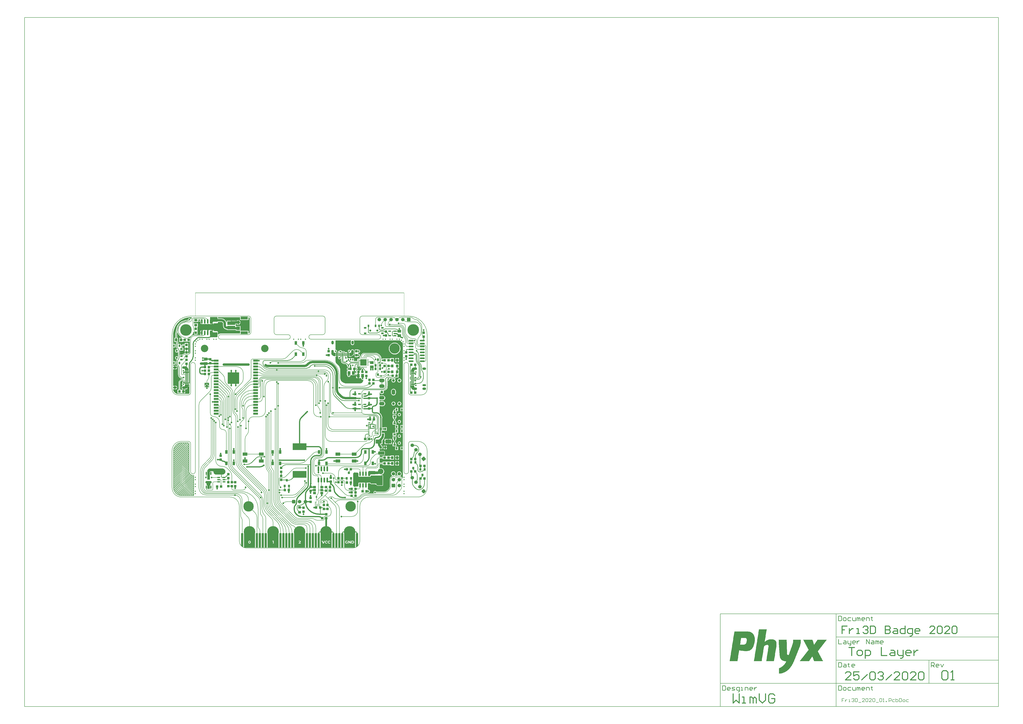
<source format=gtl>
G04*
G04 #@! TF.GenerationSoftware,Altium Limited,Altium Designer,20.0.13 (296)*
G04*
G04 Layer_Physical_Order=1*
G04 Layer_Color=3394611*
%FSLAX25Y25*%
%MOIN*%
G70*
G01*
G75*
%ADD10C,0.01968*%
%ADD11C,0.00984*%
%ADD12C,0.00394*%
%ADD13C,0.00787*%
%ADD14C,0.01181*%
%ADD15C,0.00591*%
%ADD16C,0.01575*%
%ADD21R,0.02559X0.01181*%
%ADD22R,0.03150X0.01181*%
%ADD23R,0.03740X0.01575*%
%ADD24R,0.03347X0.03937*%
%ADD25R,0.03347X0.03937*%
%ADD26R,0.03937X0.05906*%
%ADD27R,0.03937X0.03150*%
%ADD28R,0.02756X0.04331*%
%ADD29R,0.03937X0.04331*%
%ADD30R,0.04528X0.02362*%
%ADD31R,0.05906X0.05118*%
%ADD32O,0.08661X0.02362*%
%ADD33R,0.04331X0.03937*%
%ADD34R,0.05709X0.01181*%
%ADD35R,0.07874X0.05512*%
%ADD36O,0.01772X0.05512*%
%ADD37R,0.05118X0.03937*%
%ADD38R,0.23622X0.11811*%
%ADD39R,0.05000X0.03937*%
%ADD40R,0.00984X0.01083*%
%ADD41R,0.01083X0.00984*%
%ADD42R,0.03937X0.05118*%
%ADD43R,0.03150X0.03937*%
%ADD44R,0.04331X0.02756*%
%ADD45R,0.10236X0.06693*%
%ADD46R,0.05118X0.05906*%
%ADD47R,0.02165X0.03150*%
%ADD48O,0.02953X0.00984*%
%ADD49O,0.00984X0.02953*%
%ADD50R,0.01181X0.05709*%
%ADD51C,0.01968*%
%ADD52R,0.03937X0.01575*%
%ADD53R,0.07874X0.03543*%
%ADD54R,0.13386X0.05906*%
%ADD55R,0.12205X0.04724*%
%ADD56O,0.02362X0.07874*%
%ADD57R,0.12992X0.09488*%
%ADD58C,0.03150*%
%ADD59O,0.02362X0.08661*%
%ADD101C,0.03543*%
%ADD128C,0.03937*%
%ADD129C,0.00622*%
%ADD130C,0.01772*%
%ADD131C,0.02362*%
%ADD132C,0.04724*%
%ADD133C,0.02953*%
%ADD134R,0.11024X0.11024*%
%ADD135R,0.19685X0.19685*%
%ADD136R,0.03150X0.09843*%
%ADD137O,0.06102X0.03543*%
%ADD138R,0.05906X0.05906*%
%ADD139C,0.05906*%
%ADD140C,0.02559*%
%ADD141O,0.06299X0.03937*%
%ADD142O,0.08268X0.03937*%
%ADD143C,0.06000*%
G04:AMPARAMS|DCode=144|XSize=60mil|YSize=60mil|CornerRadius=15mil|HoleSize=0mil|Usage=FLASHONLY|Rotation=180.000|XOffset=0mil|YOffset=0mil|HoleType=Round|Shape=RoundedRectangle|*
%AMROUNDEDRECTD144*
21,1,0.06000,0.03000,0,0,180.0*
21,1,0.03000,0.06000,0,0,180.0*
1,1,0.03000,-0.01500,0.01500*
1,1,0.03000,0.01500,0.01500*
1,1,0.03000,0.01500,-0.01500*
1,1,0.03000,-0.01500,-0.01500*
%
%ADD144ROUNDEDRECTD144*%
%ADD145O,0.03937X0.06299*%
%ADD146O,0.03937X0.08268*%
%ADD147R,0.05906X0.05906*%
G04:AMPARAMS|DCode=148|XSize=59.06mil|YSize=59.06mil|CornerRadius=14.76mil|HoleSize=0mil|Usage=FLASHONLY|Rotation=130.000|XOffset=0mil|YOffset=0mil|HoleType=Round|Shape=RoundedRectangle|*
%AMROUNDEDRECTD148*
21,1,0.05906,0.02953,0,0,130.0*
21,1,0.02953,0.05906,0,0,130.0*
1,1,0.02953,0.00182,0.02080*
1,1,0.02953,0.02080,-0.00182*
1,1,0.02953,-0.00182,-0.02080*
1,1,0.02953,-0.02080,0.00182*
%
%ADD148ROUNDEDRECTD148*%
%ADD149P,0.08352X4X175.0*%
%ADD150C,0.19685*%
%ADD151C,0.17717*%
%ADD152C,0.04724*%
%ADD153O,0.09055X0.06299*%
%ADD154O,0.06299X0.09055*%
%ADD155C,0.12598*%
%ADD156O,0.18898X0.09449*%
%ADD157C,0.09449*%
%ADD158C,0.02756*%
G36*
X-182898Y391194D02*
X-183137Y391011D01*
X-183815Y390126D01*
X-184241Y389097D01*
X-184277Y388823D01*
X-184750Y388726D01*
X-184794Y388733D01*
X-185305Y389498D01*
X-186086Y390020D01*
X-187008Y390204D01*
X-187930Y390020D01*
X-188711Y389498D01*
X-189233Y388717D01*
X-189416Y387795D01*
X-189409Y387758D01*
X-190394Y387232D01*
X-191629Y386857D01*
X-192878Y386734D01*
X-192913Y386741D01*
X-192977Y386729D01*
X-193658Y386639D01*
X-193694Y386624D01*
X-193743Y386620D01*
X-197533Y385481D01*
X-197547Y385474D01*
X-197889Y385391D01*
X-200223Y384425D01*
X-202377Y383105D01*
X-204298Y381464D01*
X-205939Y379543D01*
X-207259Y377388D01*
X-208226Y375054D01*
X-208543Y373736D01*
X-208604Y373598D01*
X-210999Y362919D01*
X-211091Y362511D01*
X-211120Y362221D01*
X-211126Y362189D01*
X-211126Y362189D01*
X-211120Y362221D01*
X-211097Y362444D01*
X-211126Y362189D01*
X-211170Y361966D01*
X-211151D01*
X-211151Y361733D01*
Y356890D01*
X-212598D01*
Y349803D01*
X-209318D01*
X-209168Y348666D01*
X-209183Y348594D01*
Y342351D01*
X-209193D01*
X-209035Y340744D01*
X-208566Y339199D01*
X-207815Y337793D01*
X-207820Y337772D01*
X-207840Y337726D01*
X-208105Y337352D01*
X-208661Y337425D01*
X-209381Y337331D01*
X-210051Y337053D01*
X-210627Y336611D01*
X-211069Y336035D01*
X-211346Y335365D01*
X-211441Y334646D01*
X-211346Y333926D01*
X-211069Y333256D01*
X-210627Y332680D01*
X-210051Y332238D01*
X-209381Y331961D01*
X-208661Y331866D01*
X-207942Y331961D01*
X-207272Y332238D01*
X-206730Y332654D01*
X-206580Y332627D01*
X-206230Y332466D01*
Y325014D01*
X-206580Y324853D01*
X-206730Y324826D01*
X-207272Y325242D01*
X-207942Y325520D01*
X-208661Y325614D01*
X-209381Y325520D01*
X-210051Y325242D01*
X-210627Y324800D01*
X-211069Y324224D01*
X-211346Y323554D01*
X-211441Y322835D01*
X-211346Y322115D01*
X-211069Y321445D01*
X-210627Y320869D01*
X-210051Y320427D01*
X-209381Y320150D01*
X-208661Y320055D01*
X-208295Y320103D01*
X-208025Y319635D01*
X-208542Y318961D01*
X-209029Y317784D01*
X-209195Y316521D01*
X-209183D01*
Y313808D01*
X-209193D01*
X-209035Y312201D01*
X-208566Y310655D01*
X-207805Y309231D01*
X-206781Y307983D01*
X-206781Y307983D01*
X-206495Y307601D01*
X-206357Y307395D01*
X-206222Y306716D01*
X-206230Y306679D01*
Y295107D01*
X-206240D01*
X-206082Y293500D01*
X-205613Y291955D01*
X-204852Y290530D01*
X-203828Y289282D01*
X-203829Y289281D01*
X-202819Y288506D01*
X-201642Y288018D01*
X-200380Y287852D01*
Y287865D01*
X-198686D01*
X-198553Y287667D01*
X-197911Y287238D01*
X-198063Y286738D01*
X-198819D01*
Y286744D01*
X-200112Y286617D01*
X-201355Y286240D01*
X-202500Y285628D01*
X-203504Y284804D01*
X-204328Y283800D01*
X-204941Y282654D01*
X-205318Y281411D01*
X-205445Y280118D01*
X-205438D01*
Y268701D01*
X-207283D01*
Y262796D01*
X-201099D01*
X-200606Y262780D01*
X-200490Y262780D01*
X-197941D01*
Y265748D01*
Y268717D01*
X-200490D01*
X-200606Y268717D01*
X-201099Y268701D01*
X-202829D01*
Y280118D01*
X-202835Y280147D01*
X-202701Y281159D01*
X-202300Y282128D01*
X-201661Y282961D01*
X-200829Y283599D01*
X-199859Y284001D01*
X-198847Y284134D01*
X-198819Y284128D01*
X-197199D01*
X-197150Y283629D01*
X-197674Y283524D01*
X-198455Y283002D01*
X-198977Y282221D01*
X-199160Y281299D01*
X-198977Y280378D01*
X-198853Y280191D01*
X-198950Y279701D01*
X-199065Y279624D01*
X-199565Y278875D01*
X-199741Y277992D01*
X-199565Y277109D01*
X-199065Y276360D01*
X-198316Y275860D01*
X-197998Y275796D01*
X-198015Y275290D01*
X-198285Y275254D01*
X-199007Y274955D01*
X-199627Y274479D01*
X-200103Y273859D01*
X-200402Y273137D01*
X-200438Y272862D01*
X-199397D01*
X-199110Y273556D01*
X-198556Y274110D01*
X-197833Y274410D01*
X-196260D01*
X-195953Y274440D01*
X-195385Y274675D01*
X-194950Y275109D01*
X-194715Y275677D01*
X-194685Y275984D01*
Y277953D01*
X-188779D01*
Y277756D01*
X-187903D01*
Y277764D01*
X-187888D01*
Y278064D01*
X-187303D01*
X-187046Y277853D01*
Y263550D01*
X-187120Y263177D01*
X-187266Y262825D01*
X-187477Y262509D01*
X-187746Y262241D01*
X-188062Y262029D01*
X-188413Y261884D01*
X-188684Y261830D01*
X-188771Y261839D01*
X-188874Y261829D01*
X-188976Y261850D01*
X-207465D01*
X-208979Y262151D01*
X-210404Y262741D01*
X-211688Y263599D01*
X-212779Y264690D01*
X-213637Y265974D01*
X-214227Y267400D01*
X-214528Y268913D01*
Y269248D01*
X-214028Y269583D01*
X-213757Y269470D01*
X-212982Y269368D01*
X-212301D01*
Y272362D01*
Y275356D01*
X-212982D01*
X-213757Y275254D01*
X-214028Y275142D01*
X-214528Y275476D01*
X-214528Y303264D01*
X-214028Y303598D01*
X-213757Y303486D01*
X-212982Y303384D01*
X-212301D01*
Y306378D01*
Y309372D01*
X-212982D01*
X-213757Y309270D01*
X-214028Y309158D01*
X-214528Y309492D01*
Y311024D01*
X-210630D01*
Y316929D01*
X-214528D01*
X-214528Y340551D01*
X-210630D01*
Y346457D01*
X-214528D01*
Y362205D01*
Y363653D01*
X-214244Y366537D01*
X-213679Y369379D01*
X-212838Y372151D01*
X-211729Y374828D01*
X-210364Y377383D01*
X-208754Y379793D01*
X-206916Y382032D01*
X-204867Y384081D01*
X-202627Y385919D01*
X-200218Y387529D01*
X-197663Y388895D01*
X-194986Y390003D01*
X-192213Y390845D01*
X-189372Y391410D01*
X-186488Y391694D01*
X-185039Y391694D01*
X-183068D01*
X-182898Y391194D01*
D02*
G37*
G36*
X-139968Y391916D02*
X-139580Y391529D01*
X-139370Y391022D01*
Y390748D01*
Y383957D01*
X-145965D01*
X-146329Y383921D01*
X-147003Y383642D01*
X-147520Y383126D01*
X-147799Y382451D01*
X-147835Y382087D01*
Y381852D01*
X-148014Y381418D01*
X-148347Y381085D01*
X-148781Y380906D01*
X-151200D01*
X-151597Y381070D01*
X-151902Y381375D01*
X-152067Y381773D01*
Y381988D01*
Y392126D01*
X-140474D01*
X-139968Y391916D01*
D02*
G37*
G36*
X-100984Y387205D02*
X-86811D01*
Y391397D01*
X-86311Y391671D01*
X-86051Y391620D01*
X-85700Y391474D01*
X-85384Y391263D01*
X-85115Y390994D01*
X-84904Y390678D01*
X-84758Y390327D01*
X-84684Y389954D01*
Y365952D01*
X-84758Y365579D01*
X-84904Y365228D01*
X-85115Y364912D01*
X-85384Y364643D01*
X-85700Y364431D01*
X-86051Y364286D01*
X-86311Y364234D01*
X-86583Y364384D01*
X-86811Y364630D01*
Y368701D01*
X-100024D01*
X-100394Y369016D01*
Y376890D01*
X-108268D01*
X-108465Y377308D01*
Y377937D01*
X-108449D01*
Y381259D01*
X-107949Y381359D01*
X-107783Y380959D01*
X-107150Y380134D01*
X-106324Y379500D01*
X-105363Y379102D01*
X-104831Y379032D01*
Y382953D01*
Y386874D01*
X-105363Y386804D01*
X-106324Y386405D01*
X-107150Y385772D01*
X-107783Y384946D01*
X-107949Y384547D01*
X-108449Y384646D01*
Y385842D01*
X-115642D01*
Y381890D01*
X-116642D01*
Y385842D01*
X-123835D01*
Y383316D01*
X-124335Y383242D01*
X-124636Y384236D01*
X-125441Y385741D01*
X-126523Y387060D01*
X-127842Y388142D01*
X-129347Y388946D01*
X-130979Y389442D01*
X-132677Y389609D01*
Y389592D01*
X-138731D01*
Y391022D01*
X-138779Y391140D01*
Y391194D01*
X-138712Y391387D01*
X-138506Y391694D01*
X-100984Y391694D01*
Y387205D01*
D02*
G37*
G36*
X-171979Y385108D02*
X-171197Y384586D01*
X-170276Y384402D01*
X-169354Y384586D01*
X-168672Y385041D01*
X-168316Y384923D01*
X-168172Y384820D01*
Y382087D01*
X-168004Y381242D01*
X-167526Y380525D01*
X-166809Y380047D01*
X-166178Y379921D01*
X-150751D01*
X-150120Y380047D01*
X-149791Y380266D01*
X-148781D01*
X-148663Y380315D01*
X-148536D01*
X-148102Y380495D01*
X-148012Y380585D01*
X-147895Y380633D01*
X-147563Y380966D01*
X-147514Y381083D01*
X-147424Y381173D01*
X-147244Y381607D01*
Y381734D01*
X-147195Y381852D01*
X-147169Y381874D01*
X-146669Y381643D01*
Y379921D01*
X-143124D01*
X-142795Y379937D01*
X-142149Y380066D01*
X-141540Y380318D01*
X-140992Y380684D01*
X-140748Y380906D01*
X-140514Y381139D01*
X-139964Y381507D01*
X-139352Y381761D01*
X-138764Y381878D01*
Y382577D01*
X-138764Y382693D01*
X-138778Y383136D01*
X-138734Y383328D01*
X-138426Y383636D01*
X-132677D01*
Y383635D01*
X-131971Y383542D01*
X-131313Y383269D01*
X-130747Y382835D01*
X-130314Y382270D01*
X-130041Y381612D01*
X-129948Y380906D01*
X-129947D01*
Y376969D01*
X-129950D01*
X-129836Y375811D01*
X-129498Y374698D01*
X-128950Y373672D01*
X-128212Y372773D01*
X-127313Y372035D01*
X-126287Y371486D01*
X-125173Y371148D01*
X-124016Y371034D01*
X-123819Y370616D01*
Y370079D01*
X-115940D01*
X-115079Y369965D01*
Y369974D01*
X-108268D01*
Y369016D01*
X-101354D01*
X-100984Y368701D01*
Y364212D01*
X-133858D01*
X-133924Y364199D01*
X-133990Y364208D01*
X-134503Y364174D01*
X-134694Y364123D01*
X-134892Y364110D01*
X-135884Y363844D01*
X-136120Y363728D01*
X-136368Y363643D01*
X-137259Y363129D01*
X-137456Y362956D01*
X-137674Y362810D01*
X-138231Y362254D01*
X-138731Y362461D01*
Y366043D01*
X-138779Y366161D01*
Y366814D01*
X-138773Y367021D01*
X-139236Y367484D01*
X-139391Y367625D01*
X-139740Y367858D01*
X-140127Y368018D01*
X-140538Y368100D01*
X-140748Y368110D01*
X-145669D01*
Y370079D01*
X-146669D01*
Y368357D01*
X-147169Y368126D01*
X-147195Y368148D01*
X-147244Y368266D01*
Y368393D01*
X-147424Y368827D01*
X-147514Y368917D01*
X-147563Y369034D01*
X-147895Y369367D01*
X-148012Y369415D01*
X-148102Y369505D01*
X-148536Y369685D01*
X-148663D01*
X-148781Y369734D01*
X-149791D01*
X-150120Y369953D01*
X-150751Y370079D01*
X-166259D01*
X-166816Y369968D01*
X-167537Y369486D01*
X-168019Y368764D01*
X-168188Y367913D01*
Y365657D01*
X-165965D01*
Y364657D01*
X-168188D01*
Y362402D01*
X-168117Y362041D01*
X-168527Y361541D01*
X-178150D01*
Y361555D01*
X-179751Y361398D01*
X-181291Y360930D01*
X-182710Y360172D01*
X-183954Y359151D01*
X-184975Y357907D01*
X-185734Y356488D01*
X-185791Y356299D01*
X-189725D01*
X-189827Y356344D01*
X-190249Y356531D01*
X-190201Y357057D01*
X-188792Y357395D01*
X-186859Y358196D01*
X-185074Y359289D01*
X-183483Y360649D01*
X-182124Y362240D01*
X-181031Y364024D01*
X-180230Y365958D01*
X-179986Y366973D01*
X-179442Y367098D01*
X-179133Y366722D01*
Y362401D01*
X-173228D01*
Y368594D01*
X-173228Y368700D01*
X-173228D01*
Y369094D01*
X-173228D01*
Y375393D01*
X-172810Y375591D01*
X-172638D01*
Y381496D01*
X-179724D01*
X-179798Y381966D01*
Y383389D01*
X-179724Y383858D01*
X-172638D01*
Y385194D01*
X-172138Y385346D01*
X-171979Y385108D01*
D02*
G37*
G36*
X-148347Y368915D02*
X-148014Y368582D01*
X-147835Y368148D01*
Y367913D01*
X-147799Y367548D01*
X-147520Y366874D01*
X-147003Y366358D01*
X-146329Y366079D01*
X-145965Y366043D01*
X-139370D01*
Y359252D01*
Y358978D01*
X-139580Y358471D01*
X-139968Y358084D01*
X-140474Y357874D01*
X-152067D01*
Y368012D01*
Y368227D01*
X-151902Y368625D01*
X-151597Y368930D01*
X-151200Y369094D01*
X-148781D01*
X-148347Y368915D01*
D02*
G37*
G36*
X-206724Y365592D02*
X-205852Y363486D01*
X-204661Y361543D01*
X-203181Y359811D01*
X-201449Y358331D01*
X-199913Y357390D01*
X-200054Y356890D01*
X-204331D01*
Y349803D01*
X-198425D01*
Y349976D01*
X-198228Y350394D01*
X-191929D01*
X-191929Y350394D01*
X-191535D01*
Y350394D01*
X-191429Y350394D01*
X-186344D01*
Y333661D01*
X-186340Y333643D01*
X-186461Y332724D01*
X-186823Y331850D01*
X-187399Y331100D01*
X-188149Y330524D01*
X-188545Y330360D01*
X-188961Y330638D01*
Y331587D01*
X-191929D01*
X-194898D01*
Y330045D01*
X-195458D01*
Y330060D01*
X-196670Y329900D01*
X-197799Y329433D01*
X-198768Y328689D01*
X-198757Y328678D01*
X-198757Y328678D01*
X-199286Y328150D01*
X-203219D01*
Y334747D01*
X-203206Y335222D01*
X-203194Y335236D01*
X-197441D01*
Y339961D01*
X-199286D01*
Y340981D01*
X-199283D01*
X-199195Y341652D01*
X-198936Y342278D01*
X-198524Y342815D01*
X-197987Y343227D01*
X-197361Y343486D01*
X-196690Y343574D01*
Y343577D01*
X-194882D01*
Y341732D01*
X-194882D01*
X-194897Y341354D01*
X-194897D01*
Y338689D01*
X-188960D01*
Y341354D01*
X-188960D01*
X-188976Y341732D01*
X-188976D01*
Y348031D01*
X-194882D01*
Y346186D01*
X-196690D01*
Y346206D01*
X-198042Y346028D01*
X-199302Y345506D01*
X-200384Y344675D01*
X-201075Y343776D01*
X-201575Y343946D01*
Y346457D01*
X-206172D01*
Y348594D01*
X-206161D01*
X-206319Y350201D01*
X-206693Y351432D01*
Y356890D01*
X-208140D01*
Y361374D01*
X-208124Y361845D01*
X-208075Y361966D01*
X-208020Y362443D01*
X-207271Y365784D01*
X-206771Y365788D01*
X-206724Y365592D01*
D02*
G37*
G36*
X57021Y335921D02*
X57574Y335367D01*
X57874Y334644D01*
Y334252D01*
Y333071D01*
X57904Y332764D01*
X58139Y332196D01*
X58574Y331762D01*
X59142Y331526D01*
X59449Y331496D01*
X61417D01*
Y325590D01*
X59178D01*
X58139Y325797D01*
X57161Y326203D01*
X56280Y326791D01*
X55905Y327165D01*
X55905Y327165D01*
X54494Y328577D01*
X54361Y328710D01*
X54153Y329021D01*
X54010Y329367D01*
X53937Y329734D01*
Y329921D01*
Y334252D01*
Y334644D01*
X54237Y335367D01*
X54790Y335921D01*
X55514Y336221D01*
X56297D01*
X57021Y335921D01*
D02*
G37*
G36*
X198556Y305999D02*
X199110Y305446D01*
X199409Y304722D01*
X199409Y304331D01*
X199409Y303939D01*
X199110Y303216D01*
X198556Y302662D01*
X197833Y302362D01*
X197441Y302362D01*
X196260Y302362D01*
X195953Y302332D01*
X195385Y302097D01*
X194950Y301662D01*
X194715Y301095D01*
X194685Y300787D01*
Y298819D01*
X188898Y298819D01*
Y299783D01*
X189275Y301675D01*
X190013Y303457D01*
X191084Y305061D01*
X191766Y305742D01*
X191766Y305742D01*
X191898Y305875D01*
X192210Y306083D01*
X192556Y306226D01*
X192923Y306299D01*
X193110Y306299D01*
X193110Y306299D01*
X197441Y306299D01*
X197833Y306299D01*
X198556Y305999D01*
D02*
G37*
G36*
X101693Y308288D02*
X101825Y308094D01*
Y307685D01*
X103347D01*
Y307185D01*
X103847D01*
Y304779D01*
X103929Y304795D01*
X104331Y305064D01*
X104682Y304829D01*
X104709Y304796D01*
X104751Y304717D01*
X104857Y304261D01*
X104467Y303677D01*
X104284Y302756D01*
X104318Y302583D01*
X104009Y302192D01*
X103543Y302165D01*
X103165Y302181D01*
Y302181D01*
X103050Y302181D01*
X100500D01*
Y299212D01*
X99500D01*
Y302181D01*
X96834D01*
Y301239D01*
X96394Y301006D01*
X96063Y301236D01*
Y302825D01*
X96457D01*
X96546Y302843D01*
X97150Y302923D01*
X97797Y303190D01*
X98352Y303616D01*
X98778Y304172D01*
X99046Y304818D01*
X99125Y305423D01*
X99143Y305512D01*
Y308534D01*
X101388D01*
X101693Y308288D01*
D02*
G37*
G36*
X-192556Y308195D02*
X-192210Y308051D01*
X-191898Y307843D01*
X-191766Y307711D01*
X-190354Y306299D01*
X-189980Y305925D01*
X-189392Y305044D01*
X-188986Y304066D01*
X-188779Y303027D01*
Y302497D01*
Y300787D01*
X-194685D01*
Y302756D01*
X-194715Y303063D01*
X-194950Y303631D01*
X-195385Y304065D01*
X-195953Y304300D01*
X-196260Y304331D01*
X-197833D01*
X-198556Y304630D01*
X-199110Y305184D01*
X-199409Y305908D01*
Y306299D01*
Y306691D01*
X-199110Y307414D01*
X-198556Y307968D01*
X-197833Y308268D01*
X-192923D01*
X-192556Y308195D01*
D02*
G37*
G36*
X-188976Y297638D02*
X-195669D01*
Y297244D01*
Y297009D01*
X-195849Y296575D01*
X-196181Y296243D01*
X-196616Y296063D01*
X-197006D01*
X-197477Y296258D01*
X-197837Y296618D01*
X-198031Y297088D01*
Y297342D01*
Y297539D01*
Y297794D01*
X-197837Y298264D01*
X-197477Y298624D01*
X-197006Y298819D01*
X-196457D01*
X-196226Y298842D01*
X-195800Y299018D01*
X-195475Y299344D01*
X-195298Y299770D01*
X-195276Y300000D01*
X-188976D01*
Y297638D01*
D02*
G37*
G36*
X195298Y297801D02*
X195475Y297375D01*
X195800Y297049D01*
X196226Y296873D01*
X196457Y296850D01*
X197006D01*
X197477Y296656D01*
X197837Y296296D01*
X198031Y295825D01*
Y295571D01*
Y295374D01*
Y295120D01*
X197837Y294649D01*
X197477Y294289D01*
X197006Y294094D01*
X196616D01*
X196181Y294274D01*
X195849Y294606D01*
X195669Y295041D01*
Y295276D01*
Y295669D01*
X188976D01*
Y298031D01*
X195276D01*
X195298Y297801D01*
D02*
G37*
G36*
X87548Y352324D02*
X87679Y351824D01*
X87263Y351282D01*
X86966Y350564D01*
X86864Y349793D01*
Y347431D01*
X86966Y346660D01*
X87263Y345942D01*
X87737Y345325D01*
X88353Y344852D01*
X89072Y344554D01*
X89842Y344453D01*
X90613Y344554D01*
X91332Y344852D01*
X91948Y345325D01*
X92422Y345942D01*
X92719Y346660D01*
X92821Y347431D01*
Y349793D01*
X92719Y350564D01*
X92422Y351282D01*
X92006Y351824D01*
X92137Y352324D01*
X133858Y352324D01*
X133858Y352324D01*
X170429D01*
X175158Y347594D01*
Y311024D01*
X175158Y311023D01*
Y238189D01*
X171260D01*
Y232283D01*
X175158D01*
X175158Y208661D01*
X171260D01*
Y202756D01*
X175158D01*
Y201772D01*
X171260D01*
Y195866D01*
X175158D01*
Y172244D01*
X171260D01*
Y166339D01*
X175158D01*
Y129921D01*
X175158Y129921D01*
Y118338D01*
X174658Y118239D01*
X174192Y119365D01*
X173293Y120537D01*
X172121Y121436D01*
X170823Y121974D01*
X170769Y122187D01*
X170790Y122501D01*
X171277Y122703D01*
X172099Y123334D01*
X172730Y124156D01*
X173127Y125114D01*
X173262Y126142D01*
X173127Y127170D01*
X172730Y128127D01*
X172099Y128950D01*
X171277Y129581D01*
X170319Y129977D01*
X169291Y130113D01*
X168264Y129977D01*
X167306Y129581D01*
X166483Y128950D01*
X165852Y128127D01*
X165456Y127170D01*
X165320Y126142D01*
X165456Y125114D01*
X165738Y124433D01*
X165440Y124135D01*
X165423Y124111D01*
X164612Y123488D01*
X163641Y123086D01*
X162627Y122952D01*
X162598Y122958D01*
X162372D01*
X162195Y123458D01*
X162730Y124156D01*
X163127Y125114D01*
X163262Y126142D01*
X163127Y127170D01*
X162730Y128127D01*
X162099Y128950D01*
X161277Y129581D01*
X160319Y129977D01*
X159291Y130113D01*
X158264Y129977D01*
X157306Y129581D01*
X156483Y128950D01*
X155852Y128127D01*
X155456Y127170D01*
X155320Y126142D01*
X155456Y125114D01*
X155852Y124156D01*
X156483Y123334D01*
X157247Y122748D01*
X157283Y122487D01*
X157252Y122184D01*
X156192Y121617D01*
X154973Y120617D01*
X154968Y120622D01*
X154117Y119513D01*
X153582Y118220D01*
X153399Y116834D01*
X153420D01*
Y105717D01*
X153431Y105660D01*
X153269Y104017D01*
X152774Y102383D01*
X151969Y100877D01*
X150921Y99601D01*
X150873Y99568D01*
X150086Y98781D01*
X149733Y98428D01*
X149732Y98427D01*
X149367Y98103D01*
X148362Y97278D01*
X146786Y96436D01*
X145077Y95917D01*
X143362Y95749D01*
X143298Y95761D01*
X130119Y95761D01*
X129852Y96160D01*
X129071Y96682D01*
X128149Y96865D01*
X127228Y96682D01*
X126446Y96160D01*
X125924Y95378D01*
X125741Y94457D01*
X125924Y93535D01*
X126094Y93281D01*
X125858Y92840D01*
X116142D01*
Y93504D01*
X116733D01*
Y93733D01*
X117119Y94050D01*
X117126Y94049D01*
X118048Y94232D01*
X118829Y94754D01*
X119351Y95535D01*
X119535Y96457D01*
X119351Y97379D01*
X118829Y98160D01*
X118048Y98682D01*
X117126Y98865D01*
X117119Y98864D01*
X116733Y99181D01*
Y99410D01*
X116142D01*
Y100591D01*
Y101384D01*
Y108661D01*
Y108975D01*
X116382Y109554D01*
X116824Y109996D01*
X117403Y110236D01*
X118019D01*
X118613Y110118D01*
X119172Y109886D01*
X119676Y109550D01*
X119890Y109336D01*
X119890D01*
X120230Y108996D01*
X120302Y108931D01*
X120460Y108996D01*
X120506Y108950D01*
X120624Y108901D01*
X120714Y108811D01*
X121075Y108661D01*
X121187D01*
X121601Y108421D01*
X121619Y108420D01*
X127581D01*
X128508Y108236D01*
X129381Y107874D01*
X129497Y107797D01*
Y107804D01*
X129997Y107904D01*
X130120Y107609D01*
X130166Y107562D01*
X130179Y107498D01*
X130502Y107015D01*
X130556Y106978D01*
X130581Y106918D01*
X130992Y106506D01*
X131053Y106481D01*
X131089Y106427D01*
X131573Y106104D01*
X131637Y106091D01*
X131684Y106045D01*
X132221Y105822D01*
X132286D01*
X132341Y105786D01*
X132911Y105672D01*
X132975Y105685D01*
X133036Y105660D01*
X140945D01*
X141397Y105847D01*
X141584Y106299D01*
Y107329D01*
X141595Y107346D01*
X141779Y108268D01*
X141595Y109189D01*
X141584Y109206D01*
Y109252D01*
X141584Y109252D01*
Y110479D01*
X141595Y110496D01*
X141779Y111417D01*
X141595Y112339D01*
X141584Y112356D01*
Y113629D01*
X141595Y113645D01*
X141779Y114567D01*
X141595Y115489D01*
X141584Y115505D01*
Y116778D01*
X141595Y116795D01*
X141779Y117717D01*
X141595Y118638D01*
X141584Y118655D01*
Y119928D01*
X141595Y119945D01*
X141779Y120866D01*
X141595Y121788D01*
X141584Y121804D01*
Y123031D01*
X141397Y123484D01*
X140945Y123671D01*
X137884D01*
X137851Y124171D01*
X139286Y124360D01*
X140674Y124935D01*
X141867Y125850D01*
X142782Y127042D01*
X143357Y128431D01*
X143553Y129921D01*
X143357Y131412D01*
X142782Y132800D01*
X142744Y132850D01*
X142514Y133404D01*
X141978Y134104D01*
X141278Y134640D01*
X140724Y134869D01*
X140674Y134908D01*
X139286Y135483D01*
X137795Y135679D01*
X136327Y135486D01*
X136223Y135485D01*
X135827Y135792D01*
Y142396D01*
X141141D01*
Y140748D01*
X147334D01*
X147441Y140748D01*
X147834D01*
X147941Y140748D01*
X154133D01*
X154331Y140329D01*
Y140157D01*
X160236D01*
Y147244D01*
X154331D01*
Y147072D01*
X154133Y146653D01*
X147941D01*
X147834Y146653D01*
X147441D01*
X147334Y146653D01*
X141141D01*
Y145005D01*
X135827D01*
Y152143D01*
X136590Y152243D01*
X136614Y152239D01*
X141141D01*
Y150590D01*
X147334D01*
X147441Y150590D01*
X147834D01*
X147941Y150590D01*
X154133D01*
X154331Y150172D01*
Y150000D01*
X160236D01*
Y157087D01*
X154331D01*
Y156914D01*
X154133Y156496D01*
X147941D01*
X147834Y156496D01*
X147441D01*
X147334Y156496D01*
X141141D01*
Y154848D01*
X136614D01*
Y154854D01*
X136197Y154813D01*
X135827Y155148D01*
Y157591D01*
X135961Y157617D01*
X135978Y157629D01*
X142991D01*
X143032Y157645D01*
X143074Y157634D01*
X143228Y157654D01*
X143266Y157676D01*
X143310Y157670D01*
X143459Y157711D01*
X143494Y157737D01*
X143538D01*
X143682Y157797D01*
X143713Y157828D01*
X143756Y157834D01*
X143891Y157911D01*
X143917Y157946D01*
X143960Y157957D01*
X144083Y158052D01*
X144105Y158090D01*
X144146Y158107D01*
X144255Y158216D01*
X144272Y158257D01*
X144310Y158279D01*
X144405Y158402D01*
X144416Y158445D01*
X144451Y158472D01*
X144528Y158606D01*
X144534Y158650D01*
X144565Y158681D01*
X144625Y158824D01*
Y158868D01*
X144652Y158903D01*
X144692Y159052D01*
X144686Y159096D01*
X144708Y159134D01*
X144728Y159288D01*
X144717Y159331D01*
X144734Y159371D01*
Y163069D01*
X144717Y163110D01*
X144728Y163153D01*
X144708Y163306D01*
X144686Y163345D01*
X144692Y163389D01*
X144652Y163538D01*
X144625Y163573D01*
Y163617D01*
X144565Y163760D01*
X144534Y163792D01*
X144528Y163835D01*
X144451Y163969D01*
X144416Y163996D01*
X144405Y164039D01*
X144390Y164058D01*
Y164370D01*
X144094D01*
X144083Y164389D01*
X143960Y164483D01*
X143917Y164495D01*
X143891Y164530D01*
X143756Y164607D01*
X143713Y164613D01*
X143682Y164644D01*
X143538Y164704D01*
X143494D01*
X143459Y164730D01*
X143310Y164770D01*
X143266Y164765D01*
X143228Y164787D01*
X143074Y164807D01*
X143032Y164795D01*
X142991Y164812D01*
X135978D01*
X135961Y164824D01*
X135827Y164850D01*
Y167913D01*
X137799D01*
X137992Y167888D01*
X138186Y167913D01*
X140650D01*
Y169566D01*
X140869Y170095D01*
X140970Y170866D01*
X140869Y171637D01*
X140650Y172166D01*
Y173819D01*
X139281D01*
X138603Y174645D01*
X137953Y175861D01*
X137918Y175976D01*
X138216Y176378D01*
X140551D01*
Y182599D01*
X140909Y182957D01*
X140920Y182947D01*
X142244Y184497D01*
X143309Y186236D01*
X144089Y188119D01*
X144565Y190102D01*
X144725Y192134D01*
X144711D01*
Y192520D01*
X144609Y193290D01*
X144390Y193820D01*
Y195472D01*
X141926D01*
X141732Y195498D01*
X141539Y195472D01*
X139802D01*
Y199016D01*
X140650D01*
Y199427D01*
X141150Y199715D01*
X141929Y199560D01*
X142428Y199659D01*
X142815Y199342D01*
Y199016D01*
X148130D01*
Y204921D01*
X142815D01*
Y204595D01*
X142428Y204278D01*
X141929Y204377D01*
X141150Y204222D01*
X140650Y204510D01*
Y204921D01*
X139999D01*
Y220406D01*
X140217Y220732D01*
X140401Y221654D01*
X140217Y222575D01*
X139866Y223101D01*
X139818Y223583D01*
X139255Y225438D01*
X138341Y227148D01*
X137111Y228647D01*
X135827Y229701D01*
Y241266D01*
X136275Y241488D01*
X136301Y241468D01*
X137307Y241051D01*
X138386Y240909D01*
X141142D01*
X142221Y241051D01*
X143227Y241468D01*
X144090Y242130D01*
X144753Y242994D01*
X145169Y244000D01*
X145311Y245079D01*
X145169Y246158D01*
X144753Y247164D01*
X144090Y248027D01*
X143227Y248690D01*
X142221Y249106D01*
X141142Y249248D01*
X138386D01*
X137307Y249106D01*
X136301Y248690D01*
X136275Y248670D01*
X135827Y248891D01*
Y251109D01*
X136275Y251330D01*
X136301Y251310D01*
X137307Y250894D01*
X138386Y250752D01*
X141142D01*
X142221Y250894D01*
X143227Y251310D01*
X144090Y251973D01*
X144753Y252836D01*
X145169Y253842D01*
X145311Y254921D01*
X145169Y256000D01*
X144753Y257006D01*
X144090Y257870D01*
X143227Y258532D01*
X142221Y258949D01*
X141142Y259091D01*
X138386D01*
X137307Y258949D01*
X136301Y258532D01*
X136275Y258512D01*
X135827Y258734D01*
Y264218D01*
X135937Y264359D01*
X136460Y264216D01*
X136504Y263890D01*
X136841Y263076D01*
X137377Y262377D01*
X138076Y261841D01*
X138890Y261504D01*
X139764Y261388D01*
X140637Y261504D01*
X141451Y261841D01*
X142150Y262377D01*
X142687Y263076D01*
X143024Y263890D01*
X143139Y264764D01*
X143024Y265637D01*
X142687Y266451D01*
X142497Y266699D01*
X142565Y266838D01*
X142913Y267194D01*
X144168Y267317D01*
X145373Y267683D01*
X146485Y268277D01*
X147459Y269076D01*
X148259Y270051D01*
X148853Y271162D01*
X149218Y272368D01*
X149342Y273622D01*
X149342Y273622D01*
X149397Y274099D01*
X149578Y275012D01*
X149606Y275590D01*
X149606Y282362D01*
X149940Y283461D01*
X150571Y284642D01*
X150787Y284599D01*
X151709Y284783D01*
X152490Y285305D01*
X153013Y286086D01*
X153196Y287008D01*
X153013Y287930D01*
X152919Y288070D01*
X153272Y288423D01*
X153454Y288297D01*
X153454Y288297D01*
X154464Y287521D01*
X155641Y287034D01*
X156498Y286921D01*
X156719Y286388D01*
X156526Y286137D01*
X156188Y285322D01*
X156073Y284449D01*
X156188Y283575D01*
X156526Y282761D01*
X157062Y282062D01*
X157761Y281526D01*
X158575Y281189D01*
X159449Y281073D01*
X160322Y281189D01*
X161136Y281526D01*
X161836Y282062D01*
X162372Y282761D01*
X162709Y283575D01*
X162824Y284449D01*
X162709Y285322D01*
X162372Y286137D01*
X161836Y286836D01*
X161668Y286964D01*
X161733Y287460D01*
X161871Y287517D01*
X162873Y288286D01*
X162873Y288286D01*
X163218Y288649D01*
X163939Y289370D01*
X167913D01*
Y295275D01*
X168169Y295669D01*
X168504D01*
Y302756D01*
X167057D01*
Y305512D01*
X168504D01*
Y312598D01*
X162992D01*
X160236Y315354D01*
Y322441D01*
X154331D01*
Y322268D01*
X154133Y321850D01*
X147834D01*
Y321850D01*
X147441D01*
Y321850D01*
X141141D01*
Y321622D01*
X140755Y321304D01*
X140748Y321306D01*
X139826Y321123D01*
X139495Y320901D01*
X139045Y321119D01*
X138974Y322023D01*
X138574Y323689D01*
X137918Y325272D01*
X137023Y326733D01*
X135910Y328036D01*
X134607Y329149D01*
X133146Y330044D01*
X131563Y330700D01*
X129897Y331100D01*
X128189Y331234D01*
Y331226D01*
X109843D01*
Y331229D01*
X108704Y331117D01*
X107609Y330785D01*
X106601Y330245D01*
X105716Y329520D01*
X104991Y328636D01*
X104452Y327627D01*
X104120Y326532D01*
X104027Y325597D01*
X103676Y325260D01*
X103510Y325193D01*
X103347Y325226D01*
X102770Y325111D01*
X102282Y324785D01*
X101956Y324296D01*
X101841Y323721D01*
Y321824D01*
X101710Y321621D01*
X101608Y321518D01*
X101404Y321387D01*
X99508D01*
X98932Y321273D01*
X98444Y320946D01*
X98117Y320458D01*
X98003Y319882D01*
X98117Y319306D01*
X98390Y318898D01*
X98117Y318489D01*
X98003Y317913D01*
X98037Y317738D01*
X97720Y317352D01*
X92421D01*
Y322244D01*
X88697D01*
Y322260D01*
X87114D01*
Y319685D01*
X86114D01*
Y322260D01*
X84531D01*
Y322244D01*
X81431D01*
X81114Y322631D01*
X81153Y322830D01*
X80970Y323752D01*
X80671Y324199D01*
X80938Y324699D01*
X81102D01*
Y332407D01*
X80102D01*
Y332392D01*
X77173D01*
X77121Y332653D01*
X76577Y333467D01*
X75763Y334011D01*
X74803Y334202D01*
Y334183D01*
X72835D01*
Y334202D01*
X71981Y334032D01*
X71910Y334386D01*
X71388Y335168D01*
X70607Y335690D01*
X69685Y335873D01*
X68763Y335690D01*
X67982Y335168D01*
X67716Y334769D01*
X67534D01*
X67512Y334765D01*
X66819Y334674D01*
X66152Y334398D01*
X65959Y334249D01*
X65936Y334232D01*
X65959Y334249D01*
X65961Y334250D01*
X65947Y334241D01*
X65578Y333961D01*
X65578Y333961D01*
X65578Y333961D01*
X65296Y333595D01*
X65068Y333297D01*
X64747Y332523D01*
X64732Y332407D01*
X64567D01*
Y324699D01*
X65520D01*
X65627Y324585D01*
X65798Y324215D01*
X65491Y323756D01*
X65308Y322835D01*
X65491Y321913D01*
X66013Y321132D01*
X66795Y320609D01*
X67716Y320426D01*
X68638Y320609D01*
X69420Y321132D01*
X69942Y321913D01*
X69943Y321922D01*
X70442Y321873D01*
X70443Y321872D01*
Y317717D01*
X70428D01*
X70604Y316381D01*
X71120Y315135D01*
X71940Y314066D01*
X73009Y313246D01*
X74254Y312730D01*
X75590Y312554D01*
Y312569D01*
X76957D01*
X76966Y312569D01*
X77456Y312569D01*
X77927Y312499D01*
X78348Y312416D01*
X79054Y311944D01*
X79088Y311893D01*
X80807Y310174D01*
Y307677D01*
X84607D01*
Y307087D01*
X83071D01*
Y306858D01*
X82685Y306541D01*
X82678Y306543D01*
X81756Y306359D01*
X80975Y305837D01*
X80452Y305056D01*
X80269Y304134D01*
X80452Y303212D01*
X80975Y302431D01*
X81756Y301909D01*
X82256Y301810D01*
X82590Y301237D01*
X82576Y301196D01*
X82562Y301181D01*
X80315D01*
Y293307D01*
X80976D01*
X81293Y292921D01*
X81253Y292717D01*
X81436Y291795D01*
X81958Y291014D01*
X82740Y290491D01*
X83661Y290308D01*
X84583Y290491D01*
X85365Y291014D01*
X85887Y291795D01*
X86070Y292717D01*
X86029Y292921D01*
X86347Y293307D01*
X87295D01*
X87402Y293307D01*
X87795D01*
X87902Y293307D01*
X94882D01*
Y296095D01*
X95268Y296412D01*
X95276Y296410D01*
X95632Y296481D01*
X96047Y296054D01*
Y292823D01*
X99606D01*
Y292323D01*
X100106D01*
Y288370D01*
X103165D01*
Y288370D01*
X103543Y288386D01*
Y288386D01*
X104402D01*
X104719Y287999D01*
X104678Y287795D01*
X104861Y286874D01*
X105384Y286092D01*
X106165Y285570D01*
X107087Y285387D01*
X107768Y285522D01*
X107835Y285510D01*
X108225Y285220D01*
X108268Y285151D01*
Y284851D01*
X108041Y283711D01*
X107596Y282636D01*
X106949Y281668D01*
X106127Y280846D01*
X105159Y280200D01*
X104085Y279754D01*
X102944Y279528D01*
X77913D01*
X75981Y279912D01*
X74161Y280666D01*
X72523Y281760D01*
X71130Y283153D01*
X70036Y284791D01*
X69282Y286611D01*
X68898Y288543D01*
Y289528D01*
Y302944D01*
X68849Y303925D01*
X68467Y305847D01*
X67717Y307658D01*
X66628Y309288D01*
X65969Y310016D01*
X62992Y312992D01*
X62524Y313460D01*
X61788Y314561D01*
X61282Y315784D01*
X61024Y317083D01*
Y324274D01*
X61205Y324699D01*
X62205D01*
Y332283D01*
X63594Y333384D01*
X63765Y334244D01*
X63589Y335127D01*
X63089Y335876D01*
X62340Y336377D01*
X61457Y336552D01*
X61410Y336543D01*
X61024Y336860D01*
Y339567D01*
X61024D01*
Y352324D01*
X87548Y352324D01*
D02*
G37*
G36*
X-196181Y282497D02*
X-195849Y282165D01*
X-195669Y281731D01*
Y281496D01*
Y281102D01*
X-188976D01*
Y278740D01*
X-195276D01*
X-195298Y278971D01*
X-195475Y279396D01*
X-195800Y279722D01*
X-196226Y279899D01*
X-196457Y279921D01*
X-197006D01*
X-197477Y280116D01*
X-197837Y280476D01*
X-198031Y280946D01*
Y281201D01*
Y281398D01*
Y281652D01*
X-197837Y282122D01*
X-197477Y282482D01*
X-197006Y282677D01*
X-196616D01*
X-196181Y282497D01*
D02*
G37*
G36*
X197477Y280514D02*
X197837Y280154D01*
X198031Y279684D01*
Y279429D01*
Y279232D01*
Y278978D01*
X197837Y278507D01*
X197477Y278148D01*
X197006Y277953D01*
X196457D01*
X196226Y277930D01*
X195800Y277754D01*
X195475Y277428D01*
X195298Y277002D01*
X195276Y276772D01*
X188976D01*
Y279134D01*
X195669D01*
Y279528D01*
Y279763D01*
X195849Y280197D01*
X196181Y280529D01*
X196616Y280709D01*
X197006D01*
X197477Y280514D01*
D02*
G37*
G36*
X-157101Y277706D02*
X-156416Y277382D01*
X-155936Y276796D01*
X-155753Y276061D01*
X-155827Y275689D01*
X-155656Y275382D01*
X-155173Y274875D01*
X-154548Y274557D01*
X-153854Y274465D01*
X-153505Y274508D01*
X-153505Y274508D01*
X-153505Y273228D01*
X-161417D01*
Y274508D01*
X-161073Y274468D01*
X-160388Y274563D01*
X-159774Y274881D01*
X-159300Y275385D01*
X-159134Y275689D01*
X-159134Y275689D01*
X-159208Y276061D01*
X-159025Y276796D01*
X-158544Y277382D01*
X-157859Y277706D01*
X-157101Y277706D01*
D02*
G37*
G36*
X-153543Y278346D02*
X-153543Y275299D01*
X-153800Y275293D01*
X-154293Y275439D01*
X-154717Y275729D01*
X-155031Y276136D01*
X-155118Y276378D01*
X-155118Y276378D01*
X-155210Y276798D01*
X-155610Y277555D01*
X-156251Y278122D01*
X-157052Y278425D01*
X-157908Y278425D01*
X-158709Y278122D01*
X-159351Y277555D01*
X-159751Y276798D01*
X-159842Y276378D01*
X-159843Y276378D01*
X-159930Y276136D01*
X-160244Y275730D01*
X-160668Y275439D01*
X-161160Y275293D01*
X-161417Y275299D01*
X-161417Y275299D01*
X-161417Y278346D01*
Y280315D01*
X-153543D01*
Y278346D01*
D02*
G37*
G36*
X194685Y274016D02*
X194715Y273709D01*
X194950Y273141D01*
X195385Y272706D01*
X195953Y272471D01*
X196260Y272441D01*
X197833D01*
X198556Y272141D01*
X199110Y271587D01*
X199409Y270864D01*
Y270472D01*
Y270081D01*
X199110Y269357D01*
X198556Y268804D01*
X197833Y268504D01*
X192923D01*
X192556Y268577D01*
X192210Y268720D01*
X191898Y268928D01*
X191766Y269061D01*
X190354Y270472D01*
X190354Y270472D01*
X189980Y270847D01*
X189392Y271727D01*
X188986Y272706D01*
X188779Y273745D01*
Y274274D01*
Y275984D01*
X194685D01*
Y274016D01*
D02*
G37*
G36*
X143144Y164153D02*
X143294Y164113D01*
X143437Y164054D01*
X143571Y163976D01*
X143694Y163882D01*
X143803Y163773D01*
X143897Y163650D01*
X143975Y163516D01*
X144034Y163373D01*
X144074Y163223D01*
X144095Y163069D01*
Y162992D01*
Y159449D01*
Y159371D01*
X144074Y159218D01*
X144034Y159068D01*
X143975Y158925D01*
X143897Y158791D01*
X143803Y158668D01*
X143694Y158559D01*
X143571Y158465D01*
X143437Y158387D01*
X143294Y158328D01*
X143144Y158288D01*
X142991Y158268D01*
X134936D01*
X134731Y158295D01*
X134532Y158348D01*
X134341Y158427D01*
X134163Y158530D01*
X133999Y158656D01*
X133853Y158802D01*
X133727Y158966D01*
X133624Y159144D01*
X133545Y159335D01*
X133492Y159535D01*
X133465Y159739D01*
Y159843D01*
Y162598D01*
Y162702D01*
X133492Y162906D01*
X133545Y163106D01*
X133624Y163296D01*
X133727Y163475D01*
X133853Y163639D01*
X133999Y163785D01*
X134163Y163911D01*
X134341Y164014D01*
X134532Y164093D01*
X134731Y164146D01*
X134936Y164173D01*
X142991D01*
X143144Y164153D01*
D02*
G37*
G36*
X99009Y127653D02*
X99563Y127099D01*
X99862Y126376D01*
X99862Y125984D01*
X99862Y125984D01*
Y122047D01*
X99881Y121855D01*
X100028Y121500D01*
X100300Y121229D01*
X100654Y121082D01*
X100847Y121063D01*
X119547D01*
X119739Y121082D01*
X120094Y121229D01*
X120366Y121500D01*
X120513Y121855D01*
X120531Y122047D01*
X120531Y122047D01*
X120531Y122243D01*
X120681Y122605D01*
X120958Y122882D01*
X121320Y123031D01*
X121516Y123031D01*
X121516Y123031D01*
X140945Y123031D01*
Y109252D01*
X140945D01*
Y106299D01*
X133036D01*
X132466Y106413D01*
X131928Y106635D01*
X131445Y106958D01*
X131033Y107370D01*
X130710Y107853D01*
X130488Y108391D01*
X130374Y108961D01*
Y109252D01*
X121516Y109252D01*
X121320Y109252D01*
X120958Y109402D01*
X120681Y109679D01*
X120531Y110040D01*
X120531Y110236D01*
X120513Y110428D01*
X120366Y110783D01*
X120094Y111055D01*
X119739Y111202D01*
X119547Y111221D01*
X100847D01*
X100654Y111202D01*
X100300Y111055D01*
X100028Y110783D01*
X99881Y110428D01*
X99862Y110236D01*
X99862Y106299D01*
X99862Y105908D01*
X99563Y105184D01*
X99009Y104630D01*
X98285Y104331D01*
X97894Y104331D01*
X92972D01*
X92581Y104331D01*
X91857Y104630D01*
X91304Y105184D01*
X91004Y105908D01*
X91004Y106299D01*
Y106299D01*
Y125984D01*
X91004Y126376D01*
X91304Y127099D01*
X91857Y127653D01*
X92581Y127953D01*
X92972Y127953D01*
X92972Y127953D01*
X97894Y127953D01*
X98285Y127953D01*
X99009Y127653D01*
D02*
G37*
G36*
X-130500Y135008D02*
X-130103Y134945D01*
X-129712Y134851D01*
X-129330Y134727D01*
X-128958Y134573D01*
X-128600Y134390D01*
X-128257Y134180D01*
X-127931Y133944D01*
X-127626Y133683D01*
X-127341Y133398D01*
X-127080Y133092D01*
X-126844Y132767D01*
X-126633Y132424D01*
X-126451Y132066D01*
X-126297Y131694D01*
X-126173Y131312D01*
X-126079Y130921D01*
X-126016Y130523D01*
X-125984Y130122D01*
Y129921D01*
Y129720D01*
X-126016Y129319D01*
X-126079Y128922D01*
X-126173Y128531D01*
X-126297Y128148D01*
X-126451Y127777D01*
X-126633Y127418D01*
X-126844Y127076D01*
X-127080Y126750D01*
X-127341Y126444D01*
X-127626Y126160D01*
X-127931Y125899D01*
X-128257Y125662D01*
X-128600Y125452D01*
X-128958Y125270D01*
X-129330Y125116D01*
X-129712Y124992D01*
X-130103Y124898D01*
X-130500Y124835D01*
X-130901Y124803D01*
X-141902D01*
X-142242Y124830D01*
X-142578Y124883D01*
X-142909Y124962D01*
X-143232Y125068D01*
X-143547Y125198D01*
X-143850Y125352D01*
X-144140Y125530D01*
X-144415Y125730D01*
X-144674Y125951D01*
X-144915Y126192D01*
X-145136Y126451D01*
X-145336Y126726D01*
X-145514Y127016D01*
X-145668Y127319D01*
X-145799Y127634D01*
X-145904Y127957D01*
X-145983Y128288D01*
X-146036Y128624D01*
X-146063Y128964D01*
Y129134D01*
X-146065Y129211D01*
X-146086Y129364D01*
X-146126Y129514D01*
X-146185Y129656D01*
X-146262Y129790D01*
X-146356Y129913D01*
X-146465Y130022D01*
X-146588Y130116D01*
X-146722Y130193D01*
X-146864Y130252D01*
X-147014Y130292D01*
X-147167Y130312D01*
X-147244Y130315D01*
X-150787D01*
X-150890Y130312D01*
X-151095Y130285D01*
X-151294Y130231D01*
X-151484Y130152D01*
X-151662Y130050D01*
X-151826Y129924D01*
X-151971Y129779D01*
X-152097Y129615D01*
X-152200Y129437D01*
X-152279Y129246D01*
X-152332Y129047D01*
X-152359Y128843D01*
X-152362Y128740D01*
Y116142D01*
X-156693D01*
Y130315D01*
Y130501D01*
X-156664Y130871D01*
X-156606Y131237D01*
X-156519Y131598D01*
X-156404Y131951D01*
X-156262Y132294D01*
X-156094Y132625D01*
X-155900Y132942D01*
X-155682Y133242D01*
X-155440Y133524D01*
X-155178Y133787D01*
X-154896Y134028D01*
X-154595Y134246D01*
X-154279Y134440D01*
X-153948Y134609D01*
X-153605Y134751D01*
X-153252Y134865D01*
X-152891Y134952D01*
X-152524Y135010D01*
X-152154Y135039D01*
X-130901D01*
X-130500Y135008D01*
D02*
G37*
G36*
X128405Y125000D02*
X121516D01*
X121132Y124962D01*
X120422Y124668D01*
X119879Y124125D01*
X119585Y123416D01*
X119547Y123031D01*
Y122836D01*
X119397Y122474D01*
X119121Y122197D01*
X118759Y122047D01*
X116595D01*
Y128937D01*
Y129329D01*
X116894Y130052D01*
X117448Y130606D01*
X118171Y130905D01*
X128405D01*
Y125000D01*
D02*
G37*
G36*
X-150796Y113746D02*
X-150547Y113679D01*
X-150309Y113580D01*
X-150085Y113451D01*
X-149880Y113294D01*
X-149698Y113112D01*
X-149541Y112907D01*
X-149412Y112683D01*
X-149313Y112445D01*
X-149246Y112196D01*
X-149213Y111940D01*
Y111811D01*
Y111417D01*
Y111340D01*
X-149233Y111186D01*
X-149273Y111037D01*
X-149332Y110894D01*
X-149409Y110760D01*
X-149504Y110637D01*
X-149613Y110527D01*
X-149736Y110433D01*
X-149870Y110356D01*
X-150013Y110296D01*
X-150163Y110256D01*
X-150316Y110236D01*
X-150394D01*
X-150471Y110232D01*
X-150622Y110202D01*
X-150765Y110143D01*
X-150893Y110057D01*
X-151002Y109948D01*
X-151088Y109820D01*
X-151147Y109677D01*
X-151177Y109526D01*
X-151181Y109449D01*
Y107874D01*
Y107797D01*
X-151201Y107643D01*
X-151241Y107494D01*
X-151301Y107351D01*
X-151378Y107216D01*
X-151472Y107094D01*
X-151582Y106984D01*
X-151705Y106890D01*
X-151839Y106812D01*
X-151982Y106753D01*
X-152131Y106713D01*
X-152285Y106693D01*
X-152362D01*
Y101181D01*
Y101103D01*
X-152392Y100951D01*
X-152452Y100808D01*
X-152538Y100679D01*
X-152648Y100569D01*
X-152777Y100483D01*
X-152920Y100424D01*
X-153072Y100394D01*
X-155983D01*
X-156135Y100424D01*
X-156279Y100483D01*
X-156407Y100569D01*
X-156517Y100679D01*
X-156603Y100808D01*
X-156663Y100951D01*
X-156693Y101103D01*
Y101181D01*
Y106693D01*
X-156770D01*
X-156924Y106713D01*
X-157073Y106753D01*
X-157216Y106812D01*
X-157351Y106890D01*
X-157473Y106984D01*
X-157583Y107094D01*
X-157677Y107216D01*
X-157755Y107351D01*
X-157814Y107494D01*
X-157854Y107643D01*
X-157874Y107797D01*
Y107874D01*
Y109449D01*
X-157878Y109526D01*
X-157908Y109677D01*
X-157967Y109820D01*
X-158053Y109948D01*
X-158162Y110057D01*
X-158290Y110143D01*
X-158433Y110202D01*
X-158584Y110232D01*
X-158661Y110236D01*
X-158739D01*
X-158892Y110256D01*
X-159042Y110296D01*
X-159185Y110356D01*
X-159319Y110433D01*
X-159442Y110527D01*
X-159551Y110637D01*
X-159646Y110760D01*
X-159723Y110894D01*
X-159782Y111037D01*
X-159822Y111186D01*
X-159843Y111340D01*
Y111417D01*
Y111811D01*
Y111940D01*
X-159809Y112196D01*
X-159742Y112445D01*
X-159643Y112683D01*
X-159514Y112907D01*
X-159357Y113112D01*
X-159175Y113294D01*
X-158970Y113451D01*
X-158747Y113580D01*
X-158508Y113679D01*
X-158259Y113746D01*
X-158003Y113779D01*
X-151052D01*
X-150796Y113746D01*
D02*
G37*
G36*
X98097Y25558D02*
X98955Y25231D01*
X99313Y24944D01*
X99331Y24930D01*
X99367Y24900D01*
X99402Y24870D01*
X99437Y24840D01*
X99454Y24824D01*
X99458Y24796D01*
Y4987D01*
X99069Y4479D01*
X98179Y3557D01*
X97190Y2743D01*
X96115Y2046D01*
X95542Y1762D01*
D01*
X95542D01*
X95542D01*
Y24796D01*
X95504Y24824D01*
X95522Y24840D01*
X95557Y24872D01*
X95594Y24902D01*
X95630Y24932D01*
X95649Y24947D01*
X95679Y24972D01*
X95742Y25019D01*
X95806Y25065D01*
X95872Y25109D01*
X95905Y25130D01*
X96293Y25376D01*
X97181Y25608D01*
X98097Y25558D01*
D02*
G37*
G36*
X-96293Y25376D02*
X-95905Y25130D01*
X-95872Y25109D01*
X-95806Y25065D01*
X-95742Y25019D01*
X-95679Y24972D01*
X-95649Y24947D01*
X-95649D01*
X-95630Y24932D01*
X-95594Y24902D01*
X-95557Y24872D01*
X-95522Y24840D01*
X-95504Y24824D01*
X-95542Y24796D01*
Y1762D01*
X-96115Y2046D01*
X-97190Y2743D01*
X-98179Y3557D01*
X-99069Y4479D01*
X-99458Y4987D01*
X-99458Y24796D01*
X-99454Y24824D01*
X-99454D01*
X-99437Y24840D01*
X-99402Y24870D01*
X-99367Y24900D01*
X-99332Y24930D01*
X-99313Y24944D01*
X-98955Y25231D01*
X-98097Y25558D01*
X-97181Y25608D01*
X-96293Y25376D01*
D02*
G37*
G36*
X73668Y25383D02*
X74053Y25144D01*
X74053D01*
X74088Y25122D01*
X74156Y25077D01*
X74223Y25030D01*
X74288Y24981D01*
X74320Y24955D01*
Y24955D01*
X74339Y24940D01*
X74376Y24910D01*
X74413Y24879D01*
X74450Y24847D01*
X74468Y24831D01*
X74479Y24796D01*
Y591D01*
X70521D01*
Y24796D01*
X70532Y24831D01*
X70550Y24847D01*
X70585Y24878D01*
X70621Y24908D01*
X70658Y24938D01*
X70676Y24953D01*
X71032Y25234D01*
X71881Y25557D01*
X72788Y25608D01*
X73668Y25383D01*
D02*
G37*
G36*
X68668D02*
X69053Y25144D01*
X69053D01*
X69088Y25122D01*
X69156Y25077D01*
X69223Y25030D01*
X69288Y24981D01*
X69320Y24955D01*
Y24955D01*
X69339Y24940D01*
X69376Y24910D01*
X69413Y24879D01*
X69450Y24847D01*
X69468Y24831D01*
X69479Y24796D01*
Y591D01*
X65521D01*
Y24796D01*
X65532Y24831D01*
X65550Y24847D01*
X65585Y24878D01*
X65621Y24908D01*
X65658Y24938D01*
X65676Y24953D01*
X66032Y25234D01*
X66881Y25557D01*
X67788Y25608D01*
X68668Y25383D01*
D02*
G37*
G36*
X63668D02*
X64053Y25144D01*
X64053D01*
X64088Y25122D01*
X64156Y25077D01*
X64223Y25030D01*
X64288Y24981D01*
X64320Y24955D01*
Y24955D01*
X64339Y24940D01*
X64376Y24910D01*
X64413Y24879D01*
X64450Y24847D01*
X64468Y24831D01*
X64479Y24796D01*
Y591D01*
X60521D01*
Y24796D01*
X60532Y24831D01*
X60550Y24847D01*
X60585Y24878D01*
X60621Y24908D01*
X60658Y24938D01*
X60676Y24953D01*
X61032Y25234D01*
X61881Y25557D01*
X62788Y25608D01*
X63668Y25383D01*
D02*
G37*
G36*
X58668D02*
X59053Y25144D01*
X59053D01*
X59088Y25122D01*
X59156Y25077D01*
X59223Y25030D01*
X59288Y24981D01*
X59320Y24955D01*
Y24955D01*
X59339Y24940D01*
X59377Y24910D01*
X59413Y24879D01*
X59450Y24847D01*
X59468Y24831D01*
X59479Y24796D01*
Y591D01*
X55521D01*
Y24796D01*
X55532Y24831D01*
X55550Y24847D01*
X55585Y24878D01*
X55621Y24908D01*
X55658Y24938D01*
X55676Y24953D01*
X56032Y25234D01*
X56881Y25557D01*
X57788Y25608D01*
X58668Y25383D01*
D02*
G37*
G36*
X47662Y36143D02*
X49331Y35480D01*
X50846Y34516D01*
X52153Y33283D01*
X53205Y31828D01*
X53965Y30200D01*
X54405Y28459D01*
X54458Y27563D01*
Y15748D01*
Y591D01*
X35542D01*
Y15748D01*
Y27563D01*
X35542Y27563D01*
X35595Y28459D01*
X36035Y30200D01*
X36795Y31828D01*
X37847Y33283D01*
X39154Y34516D01*
X40669Y35480D01*
X42338Y36143D01*
X44102Y36480D01*
X45898D01*
X47662Y36143D01*
D02*
G37*
G36*
X33668Y25383D02*
X34053Y25144D01*
X34053D01*
X34088Y25122D01*
X34156Y25077D01*
X34223Y25030D01*
X34288Y24981D01*
X34320Y24955D01*
Y24955D01*
X34339Y24940D01*
X34376Y24910D01*
X34413Y24879D01*
X34450Y24847D01*
X34468Y24831D01*
X34479Y24796D01*
Y591D01*
X30521D01*
Y24796D01*
X30532Y24831D01*
X30550Y24847D01*
X30585Y24878D01*
X30621Y24908D01*
X30658Y24938D01*
X30676Y24953D01*
X31032Y25234D01*
X31881Y25557D01*
X32788Y25608D01*
X33668Y25383D01*
D02*
G37*
G36*
X28668D02*
X29053Y25144D01*
X29053D01*
X29088Y25122D01*
X29156Y25077D01*
X29223Y25030D01*
X29288Y24981D01*
X29320Y24955D01*
Y24955D01*
X29339Y24940D01*
X29377Y24910D01*
X29413Y24879D01*
X29450Y24847D01*
X29468Y24831D01*
X29479Y24796D01*
Y591D01*
X25521D01*
Y24796D01*
X25532Y24831D01*
X25550Y24847D01*
X25585Y24878D01*
X25621Y24908D01*
X25658Y24938D01*
X25676Y24953D01*
X26032Y25234D01*
X26881Y25557D01*
X27788Y25608D01*
X28668Y25383D01*
D02*
G37*
G36*
X23668D02*
X24053Y25144D01*
X24053D01*
X24088Y25122D01*
X24156Y25077D01*
X24223Y25030D01*
X24288Y24981D01*
X24320Y24955D01*
Y24955D01*
X24339Y24940D01*
X24376Y24910D01*
X24413Y24879D01*
X24450Y24847D01*
X24468Y24831D01*
X24479Y24796D01*
Y591D01*
X20521D01*
Y24796D01*
X20532Y24831D01*
X20550Y24847D01*
X20585Y24878D01*
X20621Y24908D01*
X20658Y24938D01*
X20676Y24953D01*
X21032Y25234D01*
X21881Y25557D01*
X22788Y25608D01*
X23668Y25383D01*
D02*
G37*
G36*
X18668D02*
X19053Y25144D01*
X19053D01*
X19088Y25122D01*
X19156Y25077D01*
X19223Y25030D01*
X19288Y24981D01*
X19320Y24955D01*
Y24955D01*
X19339Y24940D01*
X19376Y24910D01*
X19413Y24879D01*
X19450Y24847D01*
X19468Y24831D01*
X19479Y24796D01*
Y591D01*
X15521D01*
Y24796D01*
X15532Y24831D01*
X15550Y24847D01*
X15585Y24878D01*
X15621Y24908D01*
X15658Y24938D01*
X15676Y24953D01*
X16032Y25234D01*
X16881Y25557D01*
X17788Y25608D01*
X18668Y25383D01*
D02*
G37*
G36*
X13668D02*
X14053Y25144D01*
X14053D01*
X14088Y25122D01*
X14156Y25077D01*
X14223Y25030D01*
X14288Y24981D01*
X14320Y24955D01*
Y24955D01*
X14339Y24940D01*
X14377Y24910D01*
X14413Y24879D01*
X14450Y24847D01*
X14468Y24831D01*
X14479Y24796D01*
Y591D01*
X10521D01*
Y24796D01*
X10532Y24831D01*
X10550Y24847D01*
X10585Y24878D01*
X10621Y24908D01*
X10658Y24938D01*
X10676Y24953D01*
X11032Y25234D01*
X11881Y25557D01*
X12788Y25608D01*
X13668Y25383D01*
D02*
G37*
G36*
X2662Y36143D02*
X4331Y35480D01*
X5846Y34516D01*
X7153Y33283D01*
X8205Y31828D01*
X8965Y30200D01*
X9405Y28459D01*
X9458Y27563D01*
Y15748D01*
Y591D01*
X-9458D01*
Y15748D01*
Y27563D01*
X-9458Y27563D01*
X-9405Y28459D01*
X-8965Y30200D01*
X-8205Y31828D01*
X-7153Y33283D01*
X-5846Y34516D01*
X-4331Y35480D01*
X-2662Y36143D01*
X-898Y36480D01*
X898D01*
X2662Y36143D01*
D02*
G37*
G36*
X-11332Y25383D02*
X-10947Y25144D01*
X-10947D01*
X-10912Y25122D01*
X-10844Y25077D01*
X-10777Y25030D01*
X-10712Y24981D01*
X-10680Y24955D01*
Y24955D01*
X-10661Y24940D01*
X-10623Y24910D01*
X-10587Y24879D01*
X-10550Y24847D01*
X-10532Y24831D01*
X-10521Y24796D01*
Y591D01*
X-14479D01*
Y24796D01*
X-14468Y24831D01*
X-14450Y24847D01*
X-14415Y24878D01*
X-14379Y24908D01*
X-14342Y24938D01*
X-14324Y24953D01*
X-13968Y25234D01*
X-13119Y25557D01*
X-12212Y25608D01*
X-11332Y25383D01*
D02*
G37*
G36*
X-16332D02*
X-15947Y25144D01*
X-15947D01*
X-15912Y25122D01*
X-15844Y25077D01*
X-15777Y25030D01*
X-15712Y24981D01*
X-15680Y24955D01*
Y24955D01*
X-15661Y24940D01*
X-15623Y24910D01*
X-15587Y24879D01*
X-15550Y24847D01*
X-15532Y24831D01*
X-15521Y24796D01*
Y591D01*
X-19479D01*
Y24796D01*
X-19468Y24831D01*
X-19450Y24847D01*
X-19415Y24878D01*
X-19379Y24908D01*
X-19342Y24938D01*
X-19324Y24953D01*
X-18968Y25234D01*
X-18119Y25557D01*
X-17212Y25608D01*
X-16332Y25383D01*
D02*
G37*
G36*
X-21332D02*
X-20947Y25144D01*
X-20947D01*
X-20912Y25122D01*
X-20844Y25077D01*
X-20777Y25030D01*
X-20712Y24981D01*
X-20680Y24955D01*
Y24955D01*
X-20661Y24940D01*
X-20624Y24910D01*
X-20587Y24879D01*
X-20550Y24847D01*
X-20532Y24831D01*
X-20521Y24796D01*
Y591D01*
X-24479D01*
Y24796D01*
X-24468Y24831D01*
X-24450Y24847D01*
X-24415Y24878D01*
X-24379Y24908D01*
X-24342Y24938D01*
X-24324Y24953D01*
X-23968Y25234D01*
X-23119Y25557D01*
X-22212Y25608D01*
X-21332Y25383D01*
D02*
G37*
G36*
X-26332D02*
X-25947Y25144D01*
X-25947D01*
X-25912Y25122D01*
X-25844Y25077D01*
X-25777Y25030D01*
X-25712Y24981D01*
X-25680Y24955D01*
Y24955D01*
X-25661Y24940D01*
X-25624Y24910D01*
X-25587Y24879D01*
X-25550Y24847D01*
X-25532Y24831D01*
X-25521Y24796D01*
Y591D01*
X-29479D01*
Y24796D01*
X-29468Y24831D01*
X-29450Y24847D01*
X-29415Y24878D01*
X-29379Y24908D01*
X-29342Y24938D01*
X-29324Y24953D01*
X-28968Y25234D01*
X-28119Y25557D01*
X-27212Y25608D01*
X-26332Y25383D01*
D02*
G37*
G36*
X-31332D02*
X-30947Y25144D01*
X-30947D01*
X-30912Y25122D01*
X-30844Y25077D01*
X-30777Y25030D01*
X-30712Y24981D01*
X-30680Y24955D01*
Y24955D01*
X-30661Y24940D01*
X-30623Y24910D01*
X-30587Y24879D01*
X-30550Y24847D01*
X-30532Y24831D01*
X-30521Y24796D01*
Y591D01*
X-34479D01*
Y24796D01*
X-34468Y24831D01*
X-34450Y24847D01*
X-34415Y24878D01*
X-34379Y24908D01*
X-34342Y24938D01*
X-34324Y24953D01*
X-33968Y25234D01*
X-33119Y25557D01*
X-32212Y25608D01*
X-31332Y25383D01*
D02*
G37*
G36*
X-42338Y36143D02*
X-40669Y35480D01*
X-39154Y34516D01*
X-37847Y33283D01*
X-36795Y31828D01*
X-36035Y30200D01*
X-35595Y28459D01*
X-35542Y27563D01*
Y15748D01*
Y591D01*
X-54458D01*
Y15748D01*
Y27563D01*
X-54458Y27563D01*
X-54405Y28459D01*
X-53965Y30200D01*
X-53205Y31828D01*
X-52153Y33283D01*
X-50846Y34516D01*
X-49331Y35480D01*
X-47662Y36143D01*
X-45898Y36480D01*
X-44102D01*
X-42338Y36143D01*
D02*
G37*
G36*
X-56332Y25383D02*
X-55947Y25144D01*
X-55947D01*
X-55912Y25122D01*
X-55844Y25077D01*
X-55777Y25030D01*
X-55712Y24981D01*
X-55680Y24955D01*
Y24955D01*
X-55661Y24940D01*
X-55624Y24910D01*
X-55587Y24879D01*
X-55550Y24847D01*
X-55532Y24831D01*
X-55521Y24796D01*
Y591D01*
X-59479D01*
Y24796D01*
X-59468Y24831D01*
X-59450Y24847D01*
X-59415Y24878D01*
X-59379Y24908D01*
X-59342Y24938D01*
X-59324Y24953D01*
X-58968Y25234D01*
X-58119Y25557D01*
X-57212Y25608D01*
X-56332Y25383D01*
D02*
G37*
G36*
X-61332D02*
X-60947Y25144D01*
X-60947D01*
X-60912Y25122D01*
X-60844Y25077D01*
X-60777Y25030D01*
X-60712Y24981D01*
X-60680Y24955D01*
Y24955D01*
X-60661Y24940D01*
X-60624Y24910D01*
X-60587Y24879D01*
X-60550Y24847D01*
X-60532Y24831D01*
X-60521Y24796D01*
Y591D01*
X-64479D01*
Y24796D01*
X-64468Y24831D01*
X-64450Y24847D01*
X-64415Y24878D01*
X-64379Y24908D01*
X-64342Y24938D01*
X-64324Y24953D01*
X-63968Y25234D01*
X-63119Y25557D01*
X-62212Y25608D01*
X-61332Y25383D01*
D02*
G37*
G36*
X-66332D02*
X-65947Y25144D01*
X-65947D01*
X-65912Y25122D01*
X-65844Y25077D01*
X-65777Y25030D01*
X-65712Y24981D01*
X-65680Y24955D01*
Y24955D01*
X-65661Y24940D01*
X-65623Y24910D01*
X-65587Y24879D01*
X-65550Y24847D01*
X-65532Y24831D01*
X-65521Y24796D01*
Y591D01*
X-69479D01*
Y24796D01*
X-69468Y24831D01*
X-69450Y24847D01*
X-69415Y24878D01*
X-69379Y24908D01*
X-69342Y24938D01*
X-69324Y24953D01*
X-68968Y25234D01*
X-68119Y25557D01*
X-67212Y25608D01*
X-66332Y25383D01*
D02*
G37*
G36*
X-71332D02*
X-70947Y25144D01*
X-70947D01*
X-70912Y25122D01*
X-70844Y25077D01*
X-70777Y25030D01*
X-70712Y24981D01*
X-70680Y24955D01*
Y24955D01*
X-70661Y24940D01*
X-70623Y24910D01*
X-70587Y24879D01*
X-70550Y24847D01*
X-70532Y24831D01*
X-70521Y24796D01*
Y591D01*
X-74479D01*
Y24796D01*
X-74468Y24831D01*
X-74450Y24847D01*
X-74415Y24878D01*
X-74379Y24908D01*
X-74342Y24938D01*
X-74324Y24953D01*
X-73968Y25234D01*
X-73119Y25557D01*
X-72212Y25608D01*
X-71332Y25383D01*
D02*
G37*
G36*
X87662Y36143D02*
X89331Y35480D01*
X90846Y34516D01*
X92153Y33283D01*
X93205Y31828D01*
X93965Y30200D01*
X94405Y28459D01*
X94458Y27563D01*
Y17717D01*
X94458Y1293D01*
X93990Y1119D01*
X93027Y856D01*
X92045Y679D01*
X91050Y591D01*
X90551Y591D01*
X75542D01*
Y15748D01*
Y27563D01*
X75542Y27563D01*
X75595Y28459D01*
X76035Y30200D01*
X76795Y31828D01*
X77847Y33283D01*
X79154Y34516D01*
X80669Y35480D01*
X82338Y36143D01*
X84102Y36480D01*
X85898D01*
X87662Y36143D01*
D02*
G37*
G36*
X-82338D02*
X-80669Y35480D01*
X-79154Y34516D01*
X-77847Y33283D01*
X-76795Y31828D01*
X-76035Y30200D01*
X-75595Y28459D01*
X-75542Y27563D01*
Y15748D01*
Y591D01*
X-90551D01*
X-91050Y591D01*
X-92045Y679D01*
X-93027Y856D01*
X-93990Y1119D01*
X-94458Y1293D01*
X-94458D01*
X-94458Y17717D01*
Y27563D01*
X-94458Y27563D01*
X-94405Y28459D01*
X-93965Y30200D01*
X-93205Y31828D01*
X-92153Y33283D01*
X-90846Y34516D01*
X-89331Y35480D01*
X-87662Y36143D01*
X-85898Y36480D01*
X-84102D01*
X-82338Y36143D01*
D02*
G37*
G36*
X895101Y-155808D02*
X894814D01*
Y-156094D01*
X894528D01*
Y-156380D01*
Y-156667D01*
X894242D01*
Y-156953D01*
X893955D01*
Y-157239D01*
X893669D01*
Y-157526D01*
Y-157812D01*
X893383D01*
Y-158098D01*
X893096D01*
Y-158385D01*
X892810D01*
Y-158671D01*
X892524D01*
Y-158957D01*
Y-159244D01*
X892237D01*
Y-159530D01*
X891951D01*
Y-159816D01*
X891665D01*
Y-160102D01*
Y-160389D01*
X891378D01*
Y-160675D01*
X891092D01*
Y-160961D01*
X890806D01*
Y-161248D01*
X890520D01*
Y-161534D01*
Y-161820D01*
X890233D01*
Y-162107D01*
X889947D01*
Y-162393D01*
X889661D01*
Y-162679D01*
Y-162966D01*
X889374D01*
Y-163252D01*
X889088D01*
Y-163538D01*
X888802D01*
Y-163824D01*
Y-164111D01*
X888515D01*
Y-164397D01*
X888229D01*
Y-164683D01*
X887943D01*
Y-164970D01*
X887656D01*
Y-165256D01*
Y-165542D01*
X887370D01*
Y-165829D01*
X887084D01*
Y-166115D01*
X886798D01*
Y-166401D01*
Y-166688D01*
X886511D01*
Y-166974D01*
X886225D01*
Y-167260D01*
X885939D01*
Y-167547D01*
Y-167833D01*
X885652D01*
Y-168119D01*
X885366D01*
Y-168405D01*
X885080D01*
Y-168692D01*
X884793D01*
Y-168978D01*
Y-169264D01*
X884507D01*
Y-169551D01*
X884221D01*
Y-169837D01*
X883934D01*
Y-170123D01*
Y-170410D01*
X883648D01*
Y-170696D01*
X883362D01*
Y-170982D01*
X883076D01*
Y-171269D01*
Y-171555D01*
X882789D01*
Y-171841D01*
X882503D01*
Y-172127D01*
X882216D01*
Y-172414D01*
X881930D01*
Y-172700D01*
Y-172986D01*
X881644D01*
Y-173273D01*
X881358D01*
Y-173559D01*
X881071D01*
Y-173845D01*
Y-174132D01*
X880785D01*
Y-174418D01*
X880499D01*
Y-174704D01*
X880212D01*
Y-174991D01*
X879926D01*
Y-175277D01*
Y-175563D01*
X880212D01*
Y-175850D01*
Y-176136D01*
X880499D01*
Y-176422D01*
Y-176709D01*
X880785D01*
Y-176995D01*
X881071D01*
Y-177281D01*
Y-177568D01*
X881358D01*
Y-177854D01*
Y-178140D01*
X881644D01*
Y-178426D01*
Y-178713D01*
X881930D01*
Y-178999D01*
Y-179285D01*
X882216D01*
Y-179572D01*
Y-179858D01*
X882503D01*
Y-180144D01*
Y-180431D01*
X882789D01*
Y-180717D01*
Y-181003D01*
X883076D01*
Y-181290D01*
Y-181576D01*
X883362D01*
Y-181862D01*
X883648D01*
Y-182149D01*
Y-182435D01*
X883934D01*
Y-182721D01*
Y-183007D01*
X884221D01*
Y-183294D01*
Y-183580D01*
X884507D01*
Y-183866D01*
Y-184153D01*
X884793D01*
Y-184439D01*
Y-184725D01*
X885080D01*
Y-185012D01*
Y-185298D01*
X885366D01*
Y-185584D01*
Y-185871D01*
X885652D01*
Y-186157D01*
X885939D01*
Y-186443D01*
Y-186730D01*
X886225D01*
Y-187016D01*
Y-187302D01*
X886511D01*
Y-187588D01*
Y-187875D01*
X886798D01*
Y-188161D01*
Y-188447D01*
X887084D01*
Y-188734D01*
Y-189020D01*
X887370D01*
Y-189306D01*
Y-189593D01*
X887656D01*
Y-189879D01*
Y-190165D01*
X887943D01*
Y-190452D01*
X888229D01*
Y-190738D01*
Y-191024D01*
X888515D01*
Y-191311D01*
Y-191597D01*
X888802D01*
Y-191883D01*
X873627D01*
Y-191597D01*
X873341D01*
Y-191311D01*
Y-191024D01*
Y-190738D01*
X873055D01*
Y-190452D01*
Y-190165D01*
Y-189879D01*
X872768D01*
Y-189593D01*
Y-189306D01*
X872482D01*
Y-189020D01*
Y-188734D01*
Y-188447D01*
X872196D01*
Y-188161D01*
Y-187875D01*
Y-187588D01*
X871909D01*
Y-187302D01*
Y-187016D01*
X871623D01*
Y-186730D01*
Y-186443D01*
Y-186157D01*
X871337D01*
Y-185871D01*
Y-185584D01*
Y-185298D01*
X871050D01*
Y-185012D01*
Y-184725D01*
Y-184439D01*
X870764D01*
Y-184153D01*
X870191D01*
Y-184439D01*
Y-184725D01*
X869905D01*
Y-185012D01*
X869619D01*
Y-185298D01*
Y-185584D01*
X869332D01*
Y-185871D01*
X869046D01*
Y-186157D01*
Y-186443D01*
X868760D01*
Y-186730D01*
X868474D01*
Y-187016D01*
Y-187302D01*
X868187D01*
Y-187588D01*
X867901D01*
Y-187875D01*
X867615D01*
Y-188161D01*
Y-188447D01*
X867328D01*
Y-188734D01*
X867042D01*
Y-189020D01*
Y-189306D01*
X866756D01*
Y-189593D01*
X866469D01*
Y-189879D01*
Y-190165D01*
X866183D01*
Y-190452D01*
X865897D01*
Y-190738D01*
Y-191024D01*
X865610D01*
Y-191311D01*
X865324D01*
Y-191597D01*
Y-191883D01*
X849290D01*
Y-191597D01*
X849577D01*
Y-191311D01*
X849863D01*
Y-191024D01*
X850150D01*
Y-190738D01*
X850436D01*
Y-190452D01*
Y-190165D01*
X850722D01*
Y-189879D01*
X851008D01*
Y-189593D01*
X851295D01*
Y-189306D01*
X851581D01*
Y-189020D01*
Y-188734D01*
X851867D01*
Y-188447D01*
X852154D01*
Y-188161D01*
X852440D01*
Y-187875D01*
Y-187588D01*
X852726D01*
Y-187302D01*
X853013D01*
Y-187016D01*
X853299D01*
Y-186730D01*
X853585D01*
Y-186443D01*
Y-186157D01*
X853872D01*
Y-185871D01*
X854158D01*
Y-185584D01*
X854444D01*
Y-185298D01*
X854731D01*
Y-185012D01*
Y-184725D01*
X855017D01*
Y-184439D01*
X855303D01*
Y-184153D01*
X855589D01*
Y-183866D01*
Y-183580D01*
X855876D01*
Y-183294D01*
X856162D01*
Y-183007D01*
X856448D01*
Y-182721D01*
X856735D01*
Y-182435D01*
Y-182149D01*
X857021D01*
Y-181862D01*
X857307D01*
Y-181576D01*
X857594D01*
Y-181290D01*
Y-181003D01*
X857880D01*
Y-180717D01*
X858166D01*
Y-180431D01*
X858453D01*
Y-180144D01*
X858739D01*
Y-179858D01*
Y-179572D01*
X859025D01*
Y-179285D01*
X859311D01*
Y-178999D01*
X859598D01*
Y-178713D01*
Y-178426D01*
X859884D01*
Y-178140D01*
X860170D01*
Y-177854D01*
X860457D01*
Y-177568D01*
X860743D01*
Y-177281D01*
Y-176995D01*
X861029D01*
Y-176709D01*
X861316D01*
Y-176422D01*
X861602D01*
Y-176136D01*
X861888D01*
Y-175850D01*
Y-175563D01*
X862175D01*
Y-175277D01*
X862461D01*
Y-174991D01*
X862747D01*
Y-174704D01*
Y-174418D01*
X863034D01*
Y-174132D01*
X863320D01*
Y-173845D01*
X863606D01*
Y-173559D01*
X863892D01*
Y-173273D01*
Y-172986D01*
X864179D01*
Y-172700D01*
Y-172414D01*
Y-172127D01*
X863892D01*
Y-171841D01*
X863606D01*
Y-171555D01*
Y-171269D01*
X863320D01*
Y-170982D01*
Y-170696D01*
X863034D01*
Y-170410D01*
Y-170123D01*
X862747D01*
Y-169837D01*
Y-169551D01*
X862461D01*
Y-169264D01*
Y-168978D01*
X862175D01*
Y-168692D01*
Y-168405D01*
X861888D01*
Y-168119D01*
X861602D01*
Y-167833D01*
Y-167547D01*
X861316D01*
Y-167260D01*
Y-166974D01*
X861029D01*
Y-166688D01*
Y-166401D01*
X860743D01*
Y-166115D01*
Y-165829D01*
X860457D01*
Y-165542D01*
Y-165256D01*
X860170D01*
Y-164970D01*
Y-164683D01*
X859884D01*
Y-164397D01*
X859598D01*
Y-164111D01*
Y-163824D01*
X859311D01*
Y-163538D01*
Y-163252D01*
X859025D01*
Y-162966D01*
Y-162679D01*
X858739D01*
Y-162393D01*
Y-162107D01*
X858453D01*
Y-161820D01*
Y-161534D01*
X858166D01*
Y-161248D01*
Y-160961D01*
X857880D01*
Y-160675D01*
Y-160389D01*
X857594D01*
Y-160102D01*
X857307D01*
Y-159816D01*
Y-159530D01*
X857021D01*
Y-159244D01*
Y-158957D01*
X856735D01*
Y-158671D01*
Y-158385D01*
X856448D01*
Y-158098D01*
Y-157812D01*
X856162D01*
Y-157526D01*
Y-157239D01*
X855876D01*
Y-156953D01*
Y-156667D01*
X855589D01*
Y-156380D01*
X855303D01*
Y-156094D01*
Y-155808D01*
X855017D01*
Y-155521D01*
X870764D01*
Y-155808D01*
X871050D01*
Y-156094D01*
Y-156380D01*
Y-156667D01*
X871337D01*
Y-156953D01*
Y-157239D01*
Y-157526D01*
X871623D01*
Y-157812D01*
Y-158098D01*
Y-158385D01*
X871909D01*
Y-158671D01*
Y-158957D01*
Y-159244D01*
X872196D01*
Y-159530D01*
Y-159816D01*
Y-160102D01*
X872482D01*
Y-160389D01*
Y-160675D01*
Y-160961D01*
X872768D01*
Y-161248D01*
Y-161534D01*
Y-161820D01*
X873055D01*
Y-162107D01*
Y-162393D01*
Y-162679D01*
X873341D01*
Y-162966D01*
Y-163252D01*
Y-163538D01*
Y-163824D01*
X873913D01*
Y-163538D01*
X874200D01*
Y-163252D01*
X874486D01*
Y-162966D01*
Y-162679D01*
X874772D01*
Y-162393D01*
X875059D01*
Y-162107D01*
Y-161820D01*
X875345D01*
Y-161534D01*
X875631D01*
Y-161248D01*
Y-160961D01*
X875918D01*
Y-160675D01*
X876204D01*
Y-160389D01*
Y-160102D01*
X876490D01*
Y-159816D01*
X876777D01*
Y-159530D01*
Y-159244D01*
X877063D01*
Y-158957D01*
X877349D01*
Y-158671D01*
Y-158385D01*
X877635D01*
Y-158098D01*
X877922D01*
Y-157812D01*
Y-157526D01*
X878208D01*
Y-157239D01*
X878494D01*
Y-156953D01*
Y-156667D01*
X878781D01*
Y-156380D01*
X879067D01*
Y-156094D01*
Y-155808D01*
X879353D01*
Y-155521D01*
X895101D01*
Y-155808D01*
D02*
G37*
G36*
X761965Y-141778D02*
X763683D01*
Y-142065D01*
X764542D01*
Y-142351D01*
X765401D01*
Y-142637D01*
X766260D01*
Y-142924D01*
X766832D01*
Y-143210D01*
X767119D01*
Y-143496D01*
X767691D01*
Y-143783D01*
X767978D01*
Y-144069D01*
X768550D01*
Y-144355D01*
X768837D01*
Y-144641D01*
X769123D01*
Y-144928D01*
X769409D01*
Y-145214D01*
X769696D01*
Y-145501D01*
X769982D01*
Y-145787D01*
X770268D01*
Y-146073D01*
Y-146359D01*
X770554D01*
Y-146646D01*
X770841D01*
Y-146932D01*
Y-147218D01*
X771127D01*
Y-147505D01*
X771414D01*
Y-147791D01*
Y-148077D01*
X771700D01*
Y-148364D01*
Y-148650D01*
Y-148936D01*
X771986D01*
Y-149223D01*
Y-149509D01*
Y-149795D01*
X772272D01*
Y-150082D01*
Y-150368D01*
Y-150654D01*
Y-150940D01*
X772559D01*
Y-151227D01*
Y-151513D01*
Y-151799D01*
Y-152086D01*
Y-152372D01*
X772845D01*
Y-152658D01*
Y-152945D01*
Y-153231D01*
Y-153517D01*
Y-153804D01*
Y-154090D01*
Y-154376D01*
Y-154663D01*
Y-154949D01*
Y-155235D01*
Y-155521D01*
Y-155808D01*
Y-156094D01*
Y-156380D01*
Y-156667D01*
Y-156953D01*
Y-157239D01*
Y-157526D01*
Y-157812D01*
Y-158098D01*
X772559D01*
Y-158385D01*
Y-158671D01*
Y-158957D01*
Y-159244D01*
Y-159530D01*
Y-159816D01*
Y-160102D01*
X772272D01*
Y-160389D01*
Y-160675D01*
Y-160961D01*
Y-161248D01*
Y-161534D01*
X771986D01*
Y-161820D01*
Y-162107D01*
Y-162393D01*
Y-162679D01*
Y-162966D01*
X771700D01*
Y-163252D01*
Y-163538D01*
Y-163824D01*
X771414D01*
Y-164111D01*
Y-164397D01*
Y-164683D01*
Y-164970D01*
X771127D01*
Y-165256D01*
Y-165542D01*
Y-165829D01*
X770841D01*
Y-166115D01*
Y-166401D01*
X770554D01*
Y-166688D01*
Y-166974D01*
Y-167260D01*
X770268D01*
Y-167547D01*
Y-167833D01*
X769982D01*
Y-168119D01*
Y-168405D01*
X769696D01*
Y-168692D01*
Y-168978D01*
X769409D01*
Y-169264D01*
X769123D01*
Y-169551D01*
Y-169837D01*
X768837D01*
Y-170123D01*
X768550D01*
Y-170410D01*
X768264D01*
Y-170696D01*
Y-170982D01*
X767978D01*
Y-171269D01*
X767691D01*
Y-171555D01*
X767405D01*
Y-171841D01*
X767119D01*
Y-172127D01*
X766832D01*
Y-172414D01*
X766260D01*
Y-172700D01*
X765974D01*
Y-172986D01*
X765401D01*
Y-173273D01*
X765115D01*
Y-173559D01*
X764542D01*
Y-173845D01*
X763683D01*
Y-174132D01*
X762824D01*
Y-174418D01*
X761965D01*
Y-174704D01*
X760247D01*
Y-174991D01*
X755094D01*
Y-174704D01*
X752517D01*
Y-174418D01*
X750513D01*
Y-174132D01*
X749081D01*
Y-173845D01*
X747649D01*
Y-173559D01*
X746218D01*
Y-173845D01*
Y-174132D01*
Y-174418D01*
Y-174704D01*
Y-174991D01*
Y-175277D01*
Y-175563D01*
X745932D01*
Y-175850D01*
Y-176136D01*
Y-176422D01*
Y-176709D01*
Y-176995D01*
Y-177281D01*
X745645D01*
Y-177568D01*
Y-177854D01*
Y-178140D01*
Y-178426D01*
Y-178713D01*
Y-178999D01*
X745359D01*
Y-179285D01*
Y-179572D01*
Y-179858D01*
Y-180144D01*
Y-180431D01*
Y-180717D01*
Y-181003D01*
X745073D01*
Y-181290D01*
Y-181576D01*
Y-181862D01*
Y-182149D01*
Y-182435D01*
Y-182721D01*
X744786D01*
Y-183007D01*
Y-183294D01*
Y-183580D01*
Y-183866D01*
Y-184153D01*
Y-184439D01*
X744500D01*
Y-184725D01*
Y-185012D01*
Y-185298D01*
Y-185584D01*
Y-185871D01*
Y-186157D01*
Y-186443D01*
X744214D01*
Y-186730D01*
Y-187016D01*
Y-187302D01*
Y-187588D01*
Y-187875D01*
Y-188161D01*
X743927D01*
Y-188447D01*
Y-188734D01*
Y-189020D01*
Y-189306D01*
Y-189593D01*
Y-189879D01*
X743641D01*
Y-190165D01*
Y-190452D01*
Y-190738D01*
Y-191024D01*
Y-191311D01*
Y-191597D01*
Y-191883D01*
X730184D01*
Y-191597D01*
X730471D01*
Y-191311D01*
Y-191024D01*
Y-190738D01*
Y-190452D01*
Y-190165D01*
X730757D01*
Y-189879D01*
Y-189593D01*
Y-189306D01*
Y-189020D01*
Y-188734D01*
Y-188447D01*
Y-188161D01*
X731043D01*
Y-187875D01*
Y-187588D01*
Y-187302D01*
Y-187016D01*
Y-186730D01*
Y-186443D01*
X731330D01*
Y-186157D01*
Y-185871D01*
Y-185584D01*
Y-185298D01*
Y-185012D01*
Y-184725D01*
X731616D01*
Y-184439D01*
Y-184153D01*
Y-183866D01*
Y-183580D01*
Y-183294D01*
Y-183007D01*
Y-182721D01*
X731902D01*
Y-182435D01*
Y-182149D01*
Y-181862D01*
Y-181576D01*
Y-181290D01*
Y-181003D01*
X732189D01*
Y-180717D01*
Y-180431D01*
Y-180144D01*
Y-179858D01*
Y-179572D01*
Y-179285D01*
X732475D01*
Y-178999D01*
Y-178713D01*
Y-178426D01*
Y-178140D01*
Y-177854D01*
Y-177568D01*
X732761D01*
Y-177281D01*
Y-176995D01*
Y-176709D01*
Y-176422D01*
Y-176136D01*
Y-175850D01*
Y-175563D01*
X733047D01*
Y-175277D01*
Y-174991D01*
Y-174704D01*
Y-174418D01*
Y-174132D01*
Y-173845D01*
X733334D01*
Y-173559D01*
Y-173273D01*
Y-172986D01*
Y-172700D01*
Y-172414D01*
Y-172127D01*
X733620D01*
Y-171841D01*
Y-171555D01*
Y-171269D01*
Y-170982D01*
Y-170696D01*
Y-170410D01*
X733907D01*
Y-170123D01*
Y-169837D01*
Y-169551D01*
Y-169264D01*
Y-168978D01*
Y-168692D01*
Y-168405D01*
X734193D01*
Y-168119D01*
Y-167833D01*
Y-167547D01*
Y-167260D01*
Y-166974D01*
Y-166688D01*
X734479D01*
Y-166401D01*
Y-166115D01*
Y-165829D01*
Y-165542D01*
Y-165256D01*
Y-164970D01*
X734765D01*
Y-164683D01*
Y-164397D01*
Y-164111D01*
Y-163824D01*
Y-163538D01*
Y-163252D01*
Y-162966D01*
X735052D01*
Y-162679D01*
Y-162393D01*
Y-162107D01*
Y-161820D01*
Y-161534D01*
Y-161248D01*
X735338D01*
Y-160961D01*
Y-160675D01*
Y-160389D01*
Y-160102D01*
Y-159816D01*
Y-159530D01*
X735624D01*
Y-159244D01*
Y-158957D01*
Y-158671D01*
Y-158385D01*
Y-158098D01*
Y-157812D01*
X735911D01*
Y-157526D01*
Y-157239D01*
Y-156953D01*
Y-156667D01*
Y-156380D01*
Y-156094D01*
Y-155808D01*
X736197D01*
Y-155521D01*
Y-155235D01*
Y-154949D01*
Y-154663D01*
Y-154376D01*
Y-154090D01*
X736483D01*
Y-153804D01*
Y-153517D01*
Y-153231D01*
Y-152945D01*
Y-152658D01*
Y-152372D01*
X736770D01*
Y-152086D01*
Y-151799D01*
Y-151513D01*
Y-151227D01*
Y-150940D01*
Y-150654D01*
Y-150368D01*
X737056D01*
Y-150082D01*
Y-149795D01*
Y-149509D01*
Y-149223D01*
Y-148936D01*
Y-148650D01*
X737342D01*
Y-148364D01*
Y-148077D01*
Y-147791D01*
Y-147505D01*
Y-147218D01*
Y-146932D01*
X737629D01*
Y-146646D01*
Y-146359D01*
Y-146073D01*
Y-145787D01*
Y-145501D01*
Y-145214D01*
Y-144928D01*
X737915D01*
Y-144641D01*
Y-144355D01*
Y-144069D01*
Y-143783D01*
Y-143496D01*
Y-143210D01*
X738201D01*
Y-142924D01*
Y-142637D01*
Y-142351D01*
Y-142065D01*
Y-141778D01*
Y-141492D01*
X761965D01*
Y-141778D01*
D02*
G37*
G36*
X851008Y-155808D02*
Y-156094D01*
Y-156380D01*
Y-156667D01*
Y-156953D01*
Y-157239D01*
Y-157526D01*
Y-157812D01*
Y-158098D01*
Y-158385D01*
Y-158671D01*
Y-158957D01*
Y-159244D01*
Y-159530D01*
Y-159816D01*
Y-160102D01*
Y-160389D01*
Y-160675D01*
Y-160961D01*
Y-161248D01*
Y-161534D01*
X850722D01*
Y-161820D01*
Y-162107D01*
Y-162393D01*
Y-162679D01*
Y-162966D01*
X850436D01*
Y-163252D01*
Y-163538D01*
Y-163824D01*
Y-164111D01*
X850150D01*
Y-164397D01*
Y-164683D01*
Y-164970D01*
Y-165256D01*
X849863D01*
Y-165542D01*
Y-165829D01*
Y-166115D01*
X849577D01*
Y-166401D01*
Y-166688D01*
Y-166974D01*
X849290D01*
Y-167260D01*
Y-167547D01*
Y-167833D01*
X849004D01*
Y-168119D01*
Y-168405D01*
Y-168692D01*
X848718D01*
Y-168978D01*
Y-169264D01*
X848432D01*
Y-169551D01*
Y-169837D01*
X848145D01*
Y-170123D01*
Y-170410D01*
Y-170696D01*
X847859D01*
Y-170982D01*
Y-171269D01*
X847573D01*
Y-171555D01*
Y-171841D01*
Y-172127D01*
X847286D01*
Y-172414D01*
Y-172700D01*
X847000D01*
Y-172986D01*
Y-173273D01*
Y-173559D01*
X846714D01*
Y-173845D01*
Y-174132D01*
X846427D01*
Y-174418D01*
Y-174704D01*
Y-174991D01*
X846141D01*
Y-175277D01*
Y-175563D01*
X845855D01*
Y-175850D01*
Y-176136D01*
Y-176422D01*
X845568D01*
Y-176709D01*
Y-176995D01*
X845282D01*
Y-177281D01*
Y-177568D01*
Y-177854D01*
X844996D01*
Y-178140D01*
Y-178426D01*
X844709D01*
Y-178713D01*
Y-178999D01*
Y-179285D01*
X844423D01*
Y-179572D01*
Y-179858D01*
X844137D01*
Y-180144D01*
Y-180431D01*
Y-180717D01*
X843851D01*
Y-181003D01*
Y-181290D01*
X843564D01*
Y-181576D01*
Y-181862D01*
Y-182149D01*
X843278D01*
Y-182435D01*
Y-182721D01*
X842992D01*
Y-183007D01*
Y-183294D01*
Y-183580D01*
X842705D01*
Y-183866D01*
Y-184153D01*
X842419D01*
Y-184439D01*
Y-184725D01*
Y-185012D01*
X842133D01*
Y-185298D01*
Y-185584D01*
X841846D01*
Y-185871D01*
Y-186157D01*
Y-186443D01*
X841560D01*
Y-186730D01*
Y-187016D01*
X841274D01*
Y-187302D01*
Y-187588D01*
Y-187875D01*
X840987D01*
Y-188161D01*
Y-188447D01*
X840701D01*
Y-188734D01*
Y-189020D01*
Y-189306D01*
X840415D01*
Y-189593D01*
Y-189879D01*
X840129D01*
Y-190165D01*
Y-190452D01*
Y-190738D01*
X839842D01*
Y-191024D01*
Y-191311D01*
X839556D01*
Y-191597D01*
Y-191883D01*
Y-192169D01*
X839270D01*
Y-192456D01*
Y-192742D01*
X838983D01*
Y-193028D01*
Y-193315D01*
X838697D01*
Y-193601D01*
Y-193887D01*
X838411D01*
Y-194174D01*
Y-194460D01*
Y-194746D01*
X838124D01*
Y-195033D01*
X837838D01*
Y-195319D01*
Y-195605D01*
Y-195891D01*
X837552D01*
Y-196178D01*
X837265D01*
Y-196464D01*
Y-196750D01*
X836979D01*
Y-197037D01*
Y-197323D01*
X836693D01*
Y-197609D01*
Y-197896D01*
X836407D01*
Y-198182D01*
Y-198468D01*
X836120D01*
Y-198755D01*
X835834D01*
Y-199041D01*
Y-199327D01*
X835548D01*
Y-199614D01*
Y-199900D01*
X835261D01*
Y-200186D01*
X834975D01*
Y-200472D01*
X834689D01*
Y-200759D01*
Y-201045D01*
X834402D01*
Y-201331D01*
X834116D01*
Y-201618D01*
Y-201904D01*
X833830D01*
Y-202190D01*
X833543D01*
Y-202477D01*
X833257D01*
Y-202763D01*
Y-203049D01*
X832971D01*
Y-203336D01*
X832684D01*
Y-203622D01*
X832398D01*
Y-203908D01*
X832112D01*
Y-204195D01*
X831826D01*
Y-204481D01*
Y-204767D01*
X831539D01*
Y-205053D01*
X831253D01*
Y-205340D01*
X830966D01*
Y-205626D01*
X830680D01*
Y-205912D01*
X830394D01*
Y-206199D01*
X830108D01*
Y-206485D01*
X829821D01*
Y-206771D01*
X829249D01*
Y-207058D01*
X828962D01*
Y-207344D01*
X828676D01*
Y-207630D01*
X828390D01*
Y-207917D01*
X828103D01*
Y-208203D01*
X827531D01*
Y-208489D01*
X827244D01*
Y-208776D01*
X826672D01*
Y-209062D01*
X826385D01*
Y-209348D01*
X825813D01*
Y-209634D01*
X825527D01*
Y-209921D01*
X824954D01*
Y-210207D01*
X824381D01*
Y-210493D01*
X823809D01*
Y-210780D01*
X823236D01*
Y-211066D01*
X822663D01*
Y-211352D01*
X821805D01*
Y-211639D01*
X821232D01*
Y-211925D01*
X820373D01*
Y-212211D01*
X819228D01*
Y-212498D01*
X818082D01*
Y-212784D01*
X816365D01*
Y-213070D01*
X814360D01*
Y-213357D01*
X814074D01*
Y-213070D01*
Y-212784D01*
Y-212498D01*
Y-212211D01*
Y-211925D01*
Y-211639D01*
Y-211352D01*
Y-211066D01*
Y-210780D01*
Y-210493D01*
Y-210207D01*
Y-209921D01*
Y-209634D01*
Y-209348D01*
Y-209062D01*
Y-208776D01*
Y-208489D01*
Y-208203D01*
Y-207917D01*
Y-207630D01*
Y-207344D01*
Y-207058D01*
Y-206771D01*
Y-206485D01*
Y-206199D01*
Y-205912D01*
Y-205626D01*
Y-205340D01*
Y-205053D01*
Y-204767D01*
Y-204481D01*
Y-204195D01*
Y-203908D01*
X814647D01*
Y-203622D01*
X815219D01*
Y-203336D01*
X815792D01*
Y-203049D01*
X816365D01*
Y-202763D01*
X816937D01*
Y-202477D01*
X817510D01*
Y-202190D01*
X817796D01*
Y-201904D01*
X818369D01*
Y-201618D01*
X818655D01*
Y-201331D01*
X819228D01*
Y-201045D01*
X819514D01*
Y-200759D01*
X819800D01*
Y-200472D01*
X820373D01*
Y-200186D01*
X820659D01*
Y-199900D01*
X820946D01*
Y-199614D01*
X821232D01*
Y-199327D01*
X821518D01*
Y-199041D01*
X821805D01*
Y-198755D01*
X822091D01*
Y-198468D01*
X822377D01*
Y-198182D01*
X822663D01*
Y-197896D01*
X822950D01*
Y-197609D01*
X823236D01*
Y-197323D01*
X823522D01*
Y-197037D01*
Y-196750D01*
X823809D01*
Y-196464D01*
X824095D01*
Y-196178D01*
X824381D01*
Y-195891D01*
Y-195605D01*
X824668D01*
Y-195319D01*
X824954D01*
Y-195033D01*
Y-194746D01*
X825240D01*
Y-194460D01*
Y-194174D01*
X825527D01*
Y-193887D01*
X825813D01*
Y-193601D01*
Y-193315D01*
X826099D01*
Y-193028D01*
Y-192742D01*
X826385D01*
Y-192456D01*
Y-192169D01*
X824668D01*
Y-191883D01*
X822663D01*
Y-191597D01*
X821518D01*
Y-191311D01*
X820946D01*
Y-191024D01*
X820087D01*
Y-190738D01*
X819514D01*
Y-190452D01*
X819228D01*
Y-190165D01*
X818655D01*
Y-189879D01*
X818369D01*
Y-189593D01*
X818082D01*
Y-189306D01*
X817796D01*
Y-189020D01*
X817510D01*
Y-188734D01*
X817223D01*
Y-188447D01*
Y-188161D01*
X816937D01*
Y-187875D01*
X816651D01*
Y-187588D01*
Y-187302D01*
X816365D01*
Y-187016D01*
Y-186730D01*
X816078D01*
Y-186443D01*
Y-186157D01*
X815792D01*
Y-185871D01*
Y-185584D01*
Y-185298D01*
X815506D01*
Y-185012D01*
Y-184725D01*
Y-184439D01*
Y-184153D01*
X815219D01*
Y-183866D01*
Y-183580D01*
Y-183294D01*
Y-183007D01*
Y-182721D01*
Y-182435D01*
Y-182149D01*
X814933D01*
Y-181862D01*
Y-181576D01*
Y-181290D01*
Y-181003D01*
Y-180717D01*
Y-180431D01*
Y-180144D01*
Y-179858D01*
Y-179572D01*
Y-179285D01*
Y-178999D01*
Y-178713D01*
Y-178426D01*
Y-178140D01*
Y-177854D01*
X814647D01*
Y-177568D01*
Y-177281D01*
Y-176995D01*
Y-176709D01*
Y-176422D01*
Y-176136D01*
Y-175850D01*
Y-175563D01*
Y-175277D01*
Y-174991D01*
Y-174704D01*
Y-174418D01*
Y-174132D01*
Y-173845D01*
Y-173559D01*
X814360D01*
Y-173273D01*
Y-172986D01*
Y-172700D01*
Y-172414D01*
Y-172127D01*
Y-171841D01*
Y-171555D01*
Y-171269D01*
Y-170982D01*
Y-170696D01*
Y-170410D01*
Y-170123D01*
Y-169837D01*
Y-169551D01*
Y-169264D01*
Y-168978D01*
X814074D01*
Y-168692D01*
Y-168405D01*
Y-168119D01*
Y-167833D01*
Y-167547D01*
Y-167260D01*
Y-166974D01*
Y-166688D01*
Y-166401D01*
Y-166115D01*
Y-165829D01*
Y-165542D01*
Y-165256D01*
Y-164970D01*
Y-164683D01*
Y-164397D01*
X813788D01*
Y-164111D01*
Y-163824D01*
Y-163538D01*
Y-163252D01*
Y-162966D01*
Y-162679D01*
Y-162393D01*
Y-162107D01*
Y-161820D01*
Y-161534D01*
Y-161248D01*
Y-160961D01*
Y-160675D01*
Y-160389D01*
X813501D01*
Y-160102D01*
Y-159816D01*
Y-159530D01*
Y-159244D01*
Y-158957D01*
Y-158671D01*
Y-158385D01*
Y-158098D01*
Y-157812D01*
Y-157526D01*
Y-157239D01*
Y-156953D01*
Y-156667D01*
Y-156380D01*
Y-156094D01*
Y-155808D01*
X813215D01*
Y-155521D01*
X826958D01*
Y-155808D01*
Y-156094D01*
Y-156380D01*
Y-156667D01*
Y-156953D01*
Y-157239D01*
Y-157526D01*
Y-157812D01*
Y-158098D01*
Y-158385D01*
Y-158671D01*
Y-158957D01*
Y-159244D01*
Y-159530D01*
X827244D01*
Y-159816D01*
Y-160102D01*
Y-160389D01*
Y-160675D01*
Y-160961D01*
Y-161248D01*
Y-161534D01*
Y-161820D01*
Y-162107D01*
Y-162393D01*
Y-162679D01*
Y-162966D01*
Y-163252D01*
Y-163538D01*
Y-163824D01*
Y-164111D01*
Y-164397D01*
Y-164683D01*
Y-164970D01*
Y-165256D01*
Y-165542D01*
Y-165829D01*
Y-166115D01*
Y-166401D01*
Y-166688D01*
Y-166974D01*
Y-167260D01*
Y-167547D01*
Y-167833D01*
Y-168119D01*
Y-168405D01*
Y-168692D01*
Y-168978D01*
Y-169264D01*
Y-169551D01*
Y-169837D01*
Y-170123D01*
Y-170410D01*
Y-170696D01*
Y-170982D01*
Y-171269D01*
X827531D01*
Y-171555D01*
X827244D01*
Y-171841D01*
Y-172127D01*
X827531D01*
Y-172414D01*
Y-172700D01*
Y-172986D01*
Y-173273D01*
Y-173559D01*
Y-173845D01*
Y-174132D01*
Y-174418D01*
Y-174704D01*
Y-174991D01*
Y-175277D01*
Y-175563D01*
Y-175850D01*
Y-176136D01*
Y-176422D01*
Y-176709D01*
Y-176995D01*
Y-177281D01*
Y-177568D01*
Y-177854D01*
Y-178140D01*
Y-178426D01*
Y-178713D01*
Y-178999D01*
Y-179285D01*
Y-179572D01*
X827817D01*
Y-179858D01*
Y-180144D01*
Y-180431D01*
X828103D01*
Y-180717D01*
X828390D01*
Y-181003D01*
X828676D01*
Y-181290D01*
X829535D01*
Y-181576D01*
X830394D01*
Y-181290D01*
X830680D01*
Y-181003D01*
Y-180717D01*
Y-180431D01*
X830966D01*
Y-180144D01*
Y-179858D01*
X831253D01*
Y-179572D01*
Y-179285D01*
Y-178999D01*
X831539D01*
Y-178713D01*
Y-178426D01*
Y-178140D01*
X831826D01*
Y-177854D01*
Y-177568D01*
Y-177281D01*
X832112D01*
Y-176995D01*
Y-176709D01*
Y-176422D01*
X832398D01*
Y-176136D01*
Y-175850D01*
X832684D01*
Y-175563D01*
Y-175277D01*
Y-174991D01*
X832971D01*
Y-174704D01*
Y-174418D01*
Y-174132D01*
X833257D01*
Y-173845D01*
Y-173559D01*
Y-173273D01*
X833543D01*
Y-172986D01*
Y-172700D01*
X833830D01*
Y-172414D01*
Y-172127D01*
Y-171841D01*
X834116D01*
Y-171555D01*
Y-171269D01*
Y-170982D01*
X834402D01*
Y-170696D01*
Y-170410D01*
Y-170123D01*
X834689D01*
Y-169837D01*
Y-169551D01*
X834975D01*
Y-169264D01*
Y-168978D01*
Y-168692D01*
X835261D01*
Y-168405D01*
Y-168119D01*
Y-167833D01*
X835548D01*
Y-167547D01*
Y-167260D01*
Y-166974D01*
X835834D01*
Y-166688D01*
Y-166401D01*
X836120D01*
Y-166115D01*
Y-165829D01*
Y-165542D01*
X836407D01*
Y-165256D01*
Y-164970D01*
Y-164683D01*
X836693D01*
Y-164397D01*
Y-164111D01*
Y-163824D01*
X836979D01*
Y-163538D01*
Y-163252D01*
Y-162966D01*
Y-162679D01*
X837265D01*
Y-162393D01*
Y-162107D01*
Y-161820D01*
Y-161534D01*
X837552D01*
Y-161248D01*
Y-160961D01*
Y-160675D01*
Y-160389D01*
Y-160102D01*
X837838D01*
Y-159816D01*
Y-159530D01*
Y-159244D01*
Y-158957D01*
Y-158671D01*
Y-158385D01*
X838124D01*
Y-158098D01*
Y-157812D01*
Y-157526D01*
Y-157239D01*
Y-156953D01*
Y-156667D01*
Y-156380D01*
Y-156094D01*
Y-155808D01*
Y-155521D01*
X851008D01*
Y-155808D01*
D02*
G37*
G36*
X793173Y-138343D02*
Y-138629D01*
X792887D01*
Y-138915D01*
Y-139202D01*
Y-139488D01*
Y-139774D01*
Y-140060D01*
Y-140347D01*
X792601D01*
Y-140633D01*
Y-140919D01*
Y-141206D01*
Y-141492D01*
Y-141778D01*
Y-142065D01*
X792314D01*
Y-142351D01*
Y-142637D01*
Y-142924D01*
Y-143210D01*
Y-143496D01*
Y-143783D01*
Y-144069D01*
X792028D01*
Y-144355D01*
Y-144641D01*
Y-144928D01*
Y-145214D01*
Y-145501D01*
Y-145787D01*
X791742D01*
Y-146073D01*
Y-146359D01*
Y-146646D01*
Y-146932D01*
Y-147218D01*
Y-147505D01*
X791455D01*
Y-147791D01*
Y-148077D01*
Y-148364D01*
Y-148650D01*
Y-148936D01*
Y-149223D01*
Y-149509D01*
X791169D01*
Y-149795D01*
Y-150082D01*
Y-150368D01*
Y-150654D01*
Y-150940D01*
Y-151227D01*
X790883D01*
Y-151513D01*
Y-151799D01*
Y-152086D01*
Y-152372D01*
Y-152658D01*
Y-152945D01*
X790596D01*
Y-153231D01*
Y-153517D01*
Y-153804D01*
Y-154090D01*
Y-154376D01*
Y-154663D01*
X790310D01*
Y-154949D01*
Y-155235D01*
Y-155521D01*
Y-155808D01*
Y-156094D01*
Y-156380D01*
Y-156667D01*
X790024D01*
Y-156953D01*
Y-157239D01*
Y-157526D01*
Y-157812D01*
Y-158098D01*
Y-158385D01*
X789738D01*
Y-158671D01*
Y-158957D01*
X790310D01*
Y-158671D01*
X790596D01*
Y-158385D01*
X790883D01*
Y-158098D01*
X791455D01*
Y-157812D01*
X791742D01*
Y-157526D01*
X792028D01*
Y-157239D01*
X792601D01*
Y-156953D01*
X793173D01*
Y-156667D01*
X793460D01*
Y-156380D01*
X794032D01*
Y-156094D01*
X794891D01*
Y-155808D01*
X795464D01*
Y-155521D01*
X796323D01*
Y-155235D01*
X797754D01*
Y-154949D01*
X804053D01*
Y-155235D01*
X805198D01*
Y-155521D01*
X806057D01*
Y-155808D01*
X806630D01*
Y-156094D01*
X806916D01*
Y-156380D01*
X807489D01*
Y-156667D01*
X807775D01*
Y-156953D01*
X808062D01*
Y-157239D01*
X808348D01*
Y-157526D01*
X808634D01*
Y-157812D01*
Y-158098D01*
X808920D01*
Y-158385D01*
Y-158671D01*
X809207D01*
Y-158957D01*
Y-159244D01*
Y-159530D01*
X809493D01*
Y-159816D01*
Y-160102D01*
Y-160389D01*
Y-160675D01*
X809779D01*
Y-160961D01*
Y-161248D01*
Y-161534D01*
Y-161820D01*
Y-162107D01*
Y-162393D01*
Y-162679D01*
Y-162966D01*
Y-163252D01*
Y-163538D01*
Y-163824D01*
Y-164111D01*
Y-164397D01*
Y-164683D01*
Y-164970D01*
Y-165256D01*
Y-165542D01*
Y-165829D01*
X809493D01*
Y-166115D01*
Y-166401D01*
Y-166688D01*
Y-166974D01*
Y-167260D01*
Y-167547D01*
Y-167833D01*
X809207D01*
Y-168119D01*
Y-168405D01*
Y-168692D01*
Y-168978D01*
Y-169264D01*
Y-169551D01*
Y-169837D01*
X808920D01*
Y-170123D01*
Y-170410D01*
Y-170696D01*
Y-170982D01*
Y-171269D01*
Y-171555D01*
X808634D01*
Y-171841D01*
Y-172127D01*
Y-172414D01*
Y-172700D01*
Y-172986D01*
Y-173273D01*
X808348D01*
Y-173559D01*
Y-173845D01*
Y-174132D01*
Y-174418D01*
Y-174704D01*
Y-174991D01*
X808062D01*
Y-175277D01*
Y-175563D01*
Y-175850D01*
Y-176136D01*
Y-176422D01*
Y-176709D01*
Y-176995D01*
X807775D01*
Y-177281D01*
Y-177568D01*
Y-177854D01*
Y-178140D01*
Y-178426D01*
Y-178713D01*
X807489D01*
Y-178999D01*
Y-179285D01*
Y-179572D01*
Y-179858D01*
Y-180144D01*
Y-180431D01*
X807203D01*
Y-180717D01*
Y-181003D01*
Y-181290D01*
Y-181576D01*
Y-181862D01*
Y-182149D01*
Y-182435D01*
X806916D01*
Y-182721D01*
Y-183007D01*
Y-183294D01*
Y-183580D01*
Y-183866D01*
Y-184153D01*
X806630D01*
Y-184439D01*
Y-184725D01*
Y-185012D01*
Y-185298D01*
Y-185584D01*
Y-185871D01*
X806344D01*
Y-186157D01*
Y-186443D01*
Y-186730D01*
Y-187016D01*
Y-187302D01*
Y-187588D01*
X806057D01*
Y-187875D01*
Y-188161D01*
Y-188447D01*
Y-188734D01*
Y-189020D01*
Y-189306D01*
Y-189593D01*
X805771D01*
Y-189879D01*
Y-190165D01*
Y-190452D01*
Y-190738D01*
Y-191024D01*
Y-191311D01*
X805485D01*
Y-191597D01*
Y-191883D01*
X792314D01*
Y-191597D01*
Y-191311D01*
X792601D01*
Y-191024D01*
Y-190738D01*
Y-190452D01*
Y-190165D01*
Y-189879D01*
Y-189593D01*
X792887D01*
Y-189306D01*
Y-189020D01*
Y-188734D01*
Y-188447D01*
Y-188161D01*
Y-187875D01*
Y-187588D01*
X793173D01*
Y-187302D01*
Y-187016D01*
Y-186730D01*
Y-186443D01*
Y-186157D01*
Y-185871D01*
X793460D01*
Y-185584D01*
Y-185298D01*
Y-185012D01*
Y-184725D01*
Y-184439D01*
Y-184153D01*
X793746D01*
Y-183866D01*
Y-183580D01*
Y-183294D01*
Y-183007D01*
Y-182721D01*
Y-182435D01*
Y-182149D01*
X794032D01*
Y-181862D01*
Y-181576D01*
Y-181290D01*
Y-181003D01*
Y-180717D01*
Y-180431D01*
X794318D01*
Y-180144D01*
Y-179858D01*
Y-179572D01*
Y-179285D01*
Y-178999D01*
Y-178713D01*
Y-178426D01*
X794605D01*
Y-178140D01*
Y-177854D01*
Y-177568D01*
Y-177281D01*
Y-176995D01*
Y-176709D01*
X794891D01*
Y-176422D01*
Y-176136D01*
Y-175850D01*
Y-175563D01*
Y-175277D01*
Y-174991D01*
X795177D01*
Y-174704D01*
Y-174418D01*
Y-174132D01*
Y-173845D01*
Y-173559D01*
Y-173273D01*
X795464D01*
Y-172986D01*
Y-172700D01*
Y-172414D01*
Y-172127D01*
Y-171841D01*
Y-171555D01*
Y-171269D01*
X795750D01*
Y-170982D01*
Y-170696D01*
Y-170410D01*
Y-170123D01*
Y-169837D01*
Y-169551D01*
X796036D01*
Y-169264D01*
Y-168978D01*
Y-168692D01*
Y-168405D01*
Y-168119D01*
Y-167833D01*
Y-167547D01*
X796323D01*
Y-167260D01*
Y-166974D01*
Y-166688D01*
Y-166401D01*
Y-166115D01*
Y-165829D01*
X796036D01*
Y-165542D01*
Y-165256D01*
X795750D01*
Y-164970D01*
X795464D01*
Y-164683D01*
X794891D01*
Y-164397D01*
X793173D01*
Y-164683D01*
X791742D01*
Y-164970D01*
X790883D01*
Y-165256D01*
X790310D01*
Y-165542D01*
X790024D01*
Y-165829D01*
X789451D01*
Y-166115D01*
X789165D01*
Y-166401D01*
X788878D01*
Y-166688D01*
Y-166974D01*
X788592D01*
Y-167260D01*
Y-167547D01*
Y-167833D01*
X788306D01*
Y-168119D01*
Y-168405D01*
Y-168692D01*
Y-168978D01*
Y-169264D01*
Y-169551D01*
X788020D01*
Y-169837D01*
Y-170123D01*
Y-170410D01*
Y-170696D01*
Y-170982D01*
Y-171269D01*
Y-171555D01*
X787733D01*
Y-171841D01*
Y-172127D01*
Y-172414D01*
Y-172700D01*
Y-172986D01*
Y-173273D01*
X787447D01*
Y-173559D01*
Y-173845D01*
Y-174132D01*
Y-174418D01*
Y-174704D01*
Y-174991D01*
X787161D01*
Y-175277D01*
Y-175563D01*
Y-175850D01*
Y-176136D01*
Y-176422D01*
Y-176709D01*
X786874D01*
Y-176995D01*
Y-177281D01*
Y-177568D01*
Y-177854D01*
Y-178140D01*
Y-178426D01*
Y-178713D01*
X786588D01*
Y-178999D01*
Y-179285D01*
Y-179572D01*
Y-179858D01*
Y-180144D01*
Y-180431D01*
X786302D01*
Y-180717D01*
Y-181003D01*
Y-181290D01*
Y-181576D01*
Y-181862D01*
Y-182149D01*
X786015D01*
Y-182435D01*
Y-182721D01*
Y-183007D01*
Y-183294D01*
Y-183580D01*
Y-183866D01*
Y-184153D01*
X785729D01*
Y-184439D01*
Y-184725D01*
Y-185012D01*
Y-185298D01*
Y-185584D01*
Y-185871D01*
X785443D01*
Y-186157D01*
Y-186443D01*
Y-186730D01*
Y-187016D01*
Y-187302D01*
Y-187588D01*
X785156D01*
Y-187875D01*
Y-188161D01*
Y-188447D01*
Y-188734D01*
Y-189020D01*
Y-189306D01*
X784870D01*
Y-189593D01*
Y-189879D01*
Y-190165D01*
Y-190452D01*
Y-190738D01*
Y-191024D01*
Y-191311D01*
X784584D01*
Y-191597D01*
Y-191883D01*
X771414D01*
Y-191597D01*
Y-191311D01*
X771700D01*
Y-191024D01*
Y-190738D01*
Y-190452D01*
Y-190165D01*
Y-189879D01*
Y-189593D01*
Y-189306D01*
X771986D01*
Y-189020D01*
Y-188734D01*
Y-188447D01*
Y-188161D01*
Y-187875D01*
Y-187588D01*
X772272D01*
Y-187302D01*
Y-187016D01*
Y-186730D01*
Y-186443D01*
Y-186157D01*
Y-185871D01*
X772559D01*
Y-185584D01*
Y-185298D01*
Y-185012D01*
Y-184725D01*
Y-184439D01*
Y-184153D01*
Y-183866D01*
X772845D01*
Y-183580D01*
Y-183294D01*
Y-183007D01*
Y-182721D01*
Y-182435D01*
Y-182149D01*
X773131D01*
Y-181862D01*
Y-181576D01*
Y-181290D01*
Y-181003D01*
Y-180717D01*
Y-180431D01*
X773418D01*
Y-180144D01*
Y-179858D01*
Y-179572D01*
Y-179285D01*
Y-178999D01*
Y-178713D01*
X773704D01*
Y-178426D01*
Y-178140D01*
Y-177854D01*
Y-177568D01*
Y-177281D01*
Y-176995D01*
Y-176709D01*
X773990D01*
Y-176422D01*
Y-176136D01*
Y-175850D01*
Y-175563D01*
Y-175277D01*
Y-174991D01*
X774277D01*
Y-174704D01*
Y-174418D01*
Y-174132D01*
Y-173845D01*
Y-173559D01*
Y-173273D01*
X774563D01*
Y-172986D01*
Y-172700D01*
Y-172414D01*
Y-172127D01*
Y-171841D01*
Y-171555D01*
Y-171269D01*
X774849D01*
Y-170982D01*
Y-170696D01*
Y-170410D01*
Y-170123D01*
Y-169837D01*
Y-169551D01*
X775136D01*
Y-169264D01*
Y-168978D01*
Y-168692D01*
Y-168405D01*
Y-168119D01*
Y-167833D01*
X775422D01*
Y-167547D01*
Y-167260D01*
Y-166974D01*
Y-166688D01*
Y-166401D01*
Y-166115D01*
X775708D01*
Y-165829D01*
Y-165542D01*
Y-165256D01*
Y-164970D01*
Y-164683D01*
Y-164397D01*
Y-164111D01*
X775994D01*
Y-163824D01*
Y-163538D01*
Y-163252D01*
Y-162966D01*
Y-162679D01*
Y-162393D01*
X776281D01*
Y-162107D01*
Y-161820D01*
Y-161534D01*
Y-161248D01*
Y-160961D01*
Y-160675D01*
X776567D01*
Y-160389D01*
Y-160102D01*
Y-159816D01*
Y-159530D01*
Y-159244D01*
Y-158957D01*
X776853D01*
Y-158671D01*
Y-158385D01*
Y-158098D01*
Y-157812D01*
Y-157526D01*
Y-157239D01*
Y-156953D01*
X777140D01*
Y-156667D01*
Y-156380D01*
Y-156094D01*
Y-155808D01*
Y-155521D01*
Y-155235D01*
X777426D01*
Y-154949D01*
Y-154663D01*
Y-154376D01*
Y-154090D01*
Y-153804D01*
Y-153517D01*
X777712D01*
Y-153231D01*
Y-152945D01*
Y-152658D01*
Y-152372D01*
Y-152086D01*
Y-151799D01*
Y-151513D01*
X777999D01*
Y-151227D01*
Y-150940D01*
Y-150654D01*
Y-150368D01*
Y-150082D01*
Y-149795D01*
X778285D01*
Y-149509D01*
Y-149223D01*
Y-148936D01*
Y-148650D01*
Y-148364D01*
Y-148077D01*
X778571D01*
Y-147791D01*
Y-147505D01*
Y-147218D01*
Y-146932D01*
Y-146646D01*
Y-146359D01*
X778858D01*
Y-146073D01*
Y-145787D01*
Y-145501D01*
Y-145214D01*
Y-144928D01*
Y-144641D01*
Y-144355D01*
X779144D01*
Y-144069D01*
Y-143783D01*
Y-143496D01*
Y-143210D01*
Y-142924D01*
Y-142637D01*
X779430D01*
Y-142351D01*
Y-142065D01*
Y-141778D01*
Y-141492D01*
Y-141206D01*
Y-140919D01*
X779716D01*
Y-140633D01*
Y-140347D01*
Y-140060D01*
Y-139774D01*
Y-139488D01*
Y-139202D01*
Y-138915D01*
X780003D01*
Y-138629D01*
Y-138343D01*
Y-138056D01*
X793173D01*
Y-138343D01*
D02*
G37*
%LPC*%
G36*
X-210620Y309372D02*
X-211301D01*
Y306878D01*
X-207692D01*
X-207728Y307153D01*
X-208027Y307875D01*
X-208503Y308495D01*
X-209123Y308971D01*
X-209845Y309270D01*
X-210620Y309372D01*
D02*
G37*
G36*
X-207692Y305878D02*
X-211301D01*
Y303384D01*
X-210620D01*
X-209845Y303486D01*
X-209123Y303785D01*
X-208503Y304261D01*
X-208027Y304881D01*
X-207728Y305603D01*
X-207692Y305878D01*
D02*
G37*
G36*
X-187888Y276764D02*
X-188779D01*
Y276583D01*
X-187888D01*
Y276764D01*
D02*
G37*
G36*
Y275583D02*
X-188805D01*
X-188986Y274675D01*
X-189062Y274492D01*
X-187888D01*
Y275583D01*
D02*
G37*
G36*
X-210620Y275356D02*
X-211301D01*
Y272862D01*
X-207692D01*
X-207728Y273137D01*
X-208027Y273859D01*
X-208503Y274479D01*
X-209123Y274955D01*
X-209845Y275254D01*
X-210620Y275356D01*
D02*
G37*
G36*
X-190251Y271862D02*
X-190933D01*
X-191766Y271029D01*
X-191898Y270897D01*
X-192210Y270689D01*
X-192556Y270546D01*
X-192923Y270472D01*
X-194844D01*
Y269368D01*
X-193179D01*
X-192404Y269470D01*
X-191682Y269769D01*
X-191062Y270245D01*
X-190586Y270865D01*
X-190287Y271587D01*
X-190251Y271862D01*
D02*
G37*
G36*
X-199332D02*
X-200438D01*
X-200402Y271587D01*
X-200103Y270865D01*
X-199627Y270245D01*
X-199007Y269769D01*
X-198285Y269470D01*
X-197510Y269368D01*
X-195844D01*
Y270472D01*
X-197833D01*
X-198556Y270772D01*
X-199110Y271326D01*
X-199332Y271862D01*
D02*
G37*
G36*
X-207692Y271862D02*
X-211301D01*
Y269368D01*
X-210620D01*
X-209845Y269470D01*
X-209123Y269769D01*
X-208503Y270245D01*
X-208027Y270865D01*
X-207728Y271587D01*
X-207692Y271862D01*
D02*
G37*
G36*
X-196941Y268717D02*
Y266248D01*
X-194275D01*
Y268717D01*
X-196941D01*
D02*
G37*
G36*
X-194275Y265248D02*
X-196941D01*
Y262780D01*
X-194275D01*
Y265248D01*
D02*
G37*
G36*
X-103831Y386874D02*
Y383453D01*
X-100410D01*
X-100480Y383985D01*
X-100878Y384946D01*
X-101512Y385772D01*
X-102337Y386405D01*
X-103299Y386804D01*
X-103831Y386874D01*
D02*
G37*
G36*
X-100410Y382453D02*
X-103831D01*
Y379032D01*
X-103299Y379102D01*
X-102337Y379500D01*
X-101512Y380134D01*
X-100878Y380959D01*
X-100480Y381921D01*
X-100410Y382453D01*
D02*
G37*
G36*
X-188960Y337689D02*
X-194897D01*
Y335252D01*
X-194898D01*
Y332587D01*
X-191929D01*
X-188961D01*
Y335023D01*
X-188960D01*
Y337689D01*
D02*
G37*
G36*
X197441Y302362D02*
X197441D01*
D01*
X197441D01*
D02*
G37*
G36*
X102847Y306685D02*
X101825D01*
Y306201D01*
X101941Y305619D01*
X102271Y305125D01*
X102764Y304795D01*
X102847Y304779D01*
Y306685D01*
D02*
G37*
G36*
X89842Y337299D02*
X89072Y337198D01*
X88353Y336900D01*
X87737Y336427D01*
X87263Y335810D01*
X86966Y335092D01*
X86924Y334778D01*
X86418Y334761D01*
X86345Y335127D01*
X85845Y335876D01*
X85096Y336377D01*
X84213Y336552D01*
X83329Y336377D01*
X82581Y335876D01*
X82080Y335127D01*
X81905Y334244D01*
X82080Y333361D01*
X82105D01*
X83465Y332283D01*
Y324699D01*
X84465D01*
Y324715D01*
X87697D01*
Y325198D01*
X87709Y325207D01*
X87775D01*
X88753Y325612D01*
X88800Y325658D01*
X88864Y325671D01*
X89744Y326259D01*
X89781Y326314D01*
X89841Y326339D01*
X90216Y326713D01*
X90216Y326713D01*
X90618Y327115D01*
X91332Y327411D01*
X91948Y327884D01*
X92422Y328501D01*
X92719Y329219D01*
X92821Y329990D01*
Y334321D01*
X92719Y335092D01*
X92422Y335810D01*
X91948Y336427D01*
X91332Y336900D01*
X90613Y337198D01*
X89842Y337299D01*
D02*
G37*
G36*
X99410Y337204D02*
X93504D01*
Y331012D01*
X93504Y330905D01*
Y330511D01*
X93504Y330405D01*
Y324212D01*
X99410D01*
Y324677D01*
X99796Y324994D01*
X100000Y324953D01*
X100922Y325137D01*
X101703Y325659D01*
X102225Y326440D01*
X102409Y327362D01*
X102225Y328284D01*
X101703Y329065D01*
X100922Y329587D01*
X100000Y329770D01*
X99796Y329730D01*
X99410Y330047D01*
Y330405D01*
X99410Y330511D01*
Y330905D01*
X99410Y331012D01*
Y331332D01*
X99910Y331743D01*
X100394Y331646D01*
X101316Y331830D01*
X102097Y332352D01*
X102619Y333133D01*
X102803Y334055D01*
X102619Y334977D01*
X102097Y335758D01*
X101316Y336280D01*
X100394Y336463D01*
X99910Y336367D01*
X99410Y336777D01*
Y337204D01*
D02*
G37*
G36*
X161417Y348473D02*
X159488Y348283D01*
X157633Y347720D01*
X155923Y346806D01*
X154424Y345576D01*
X153194Y344077D01*
X152280Y342368D01*
X151717Y340512D01*
X151527Y338583D01*
X151717Y336653D01*
X152280Y334798D01*
X153194Y333088D01*
X154424Y331589D01*
X155923Y330359D01*
X157633Y329445D01*
X159488Y328883D01*
X161417Y328693D01*
X163347Y328883D01*
X165202Y329445D01*
X166912Y330359D01*
X168411Y331589D01*
X169641Y333088D01*
X170555Y334798D01*
X171117Y336653D01*
X171308Y338583D01*
X171117Y340512D01*
X170555Y342368D01*
X169641Y344077D01*
X168411Y345576D01*
X166912Y346806D01*
X165202Y347720D01*
X163347Y348283D01*
X161417Y348473D01*
D02*
G37*
G36*
X168520Y322457D02*
X166051D01*
Y319398D01*
X168520D01*
Y322457D01*
D02*
G37*
G36*
X165051D02*
X162583D01*
Y319398D01*
X165051D01*
Y322457D01*
D02*
G37*
G36*
X168520Y318398D02*
X166051D01*
Y315339D01*
X168520D01*
Y318398D01*
D02*
G37*
G36*
X165051D02*
X162583D01*
Y315339D01*
X165051D01*
Y318398D01*
D02*
G37*
G36*
X99106Y291823D02*
X96047D01*
Y288370D01*
X99106D01*
Y291823D01*
D02*
G37*
G36*
X169291Y287824D02*
X168418Y287709D01*
X167604Y287372D01*
X166905Y286836D01*
X166368Y286137D01*
X166031Y285322D01*
X165916Y284449D01*
X166031Y283575D01*
X166368Y282761D01*
X166905Y282062D01*
X167604Y281526D01*
X168418Y281189D01*
X169291Y281073D01*
X170165Y281189D01*
X170979Y281526D01*
X171678Y282062D01*
X172214Y282761D01*
X172552Y283575D01*
X172667Y284449D01*
X172552Y285322D01*
X172214Y286137D01*
X171678Y286836D01*
X170979Y287372D01*
X170165Y287709D01*
X169291Y287824D01*
D02*
G37*
G36*
X159449Y270311D02*
X158370Y270169D01*
X157364Y269753D01*
X156500Y269090D01*
X155838Y268227D01*
X155421Y267221D01*
X155279Y266142D01*
Y263386D01*
X155421Y262307D01*
X155838Y261301D01*
X156500Y260437D01*
X157364Y259775D01*
X158370Y259358D01*
X159449Y259216D01*
X160528Y259358D01*
X161534Y259775D01*
X162397Y260437D01*
X163060Y261301D01*
X163476Y262307D01*
X163618Y263386D01*
Y266142D01*
X163476Y267221D01*
X163060Y268227D01*
X162397Y269090D01*
X161534Y269753D01*
X160528Y270169D01*
X159449Y270311D01*
D02*
G37*
G36*
X159449Y248454D02*
X158575Y248339D01*
X157761Y248002D01*
X157062Y247465D01*
X156526Y246766D01*
X156188Y245952D01*
X156073Y245079D01*
X156188Y244205D01*
X156526Y243391D01*
X157062Y242692D01*
X157761Y242156D01*
X158575Y241818D01*
X159449Y241703D01*
X160322Y241818D01*
X161136Y242156D01*
X161836Y242692D01*
X162372Y243391D01*
X162709Y244205D01*
X162824Y245079D01*
X162709Y245952D01*
X162372Y246766D01*
X161836Y247465D01*
X161136Y248002D01*
X160322Y248339D01*
X159449Y248454D01*
D02*
G37*
G36*
X169291Y248454D02*
X168418Y248339D01*
X167604Y248002D01*
X166905Y247465D01*
X166368Y246766D01*
X166031Y245952D01*
X165916Y245079D01*
X166031Y244205D01*
X166368Y243391D01*
X166905Y242692D01*
X167604Y242156D01*
X168418Y241818D01*
X169291Y241703D01*
X170165Y241818D01*
X170979Y242156D01*
X171678Y242692D01*
X172214Y243391D01*
X172552Y244205D01*
X172667Y245079D01*
X172552Y245952D01*
X172214Y246766D01*
X171678Y247465D01*
X170979Y248002D01*
X170165Y248339D01*
X169291Y248454D01*
D02*
G37*
G36*
X167323Y238189D02*
X162205D01*
Y235596D01*
X161705Y235186D01*
X161221Y235282D01*
X160299Y235099D01*
X159517Y234577D01*
X158995Y233796D01*
X158812Y232874D01*
X158948Y232193D01*
X158613Y231693D01*
X158071D01*
Y226969D01*
X164370D01*
Y231693D01*
X164286D01*
X163986Y232193D01*
X164034Y232283D01*
X167323D01*
Y238189D01*
D02*
G37*
G36*
X169291Y229158D02*
X168572Y229063D01*
X167902Y228785D01*
X167326Y228344D01*
X166884Y227768D01*
X166606Y227097D01*
X166512Y226378D01*
X166606Y225658D01*
X166884Y224988D01*
X167326Y224412D01*
X167902Y223971D01*
X168572Y223693D01*
X169291Y223598D01*
X170011Y223693D01*
X170681Y223971D01*
X171257Y224412D01*
X171699Y224988D01*
X171976Y225658D01*
X172071Y226378D01*
X171976Y227097D01*
X171699Y227768D01*
X171257Y228344D01*
X170681Y228785D01*
X170011Y229063D01*
X169291Y229158D01*
D02*
G37*
G36*
X164370Y225787D02*
X158071D01*
Y221063D01*
X158574D01*
X158892Y220676D01*
X158812Y220276D01*
X158995Y219354D01*
X159517Y218573D01*
X160299Y218051D01*
X161221Y217867D01*
X162142Y218051D01*
X162924Y218573D01*
X163446Y219354D01*
X163629Y220276D01*
X163549Y220676D01*
X163866Y221063D01*
X164370D01*
Y225787D01*
D02*
G37*
G36*
X169291Y217347D02*
X168572Y217252D01*
X167902Y216974D01*
X167326Y216532D01*
X166884Y215957D01*
X166606Y215286D01*
X166512Y214567D01*
X166606Y213847D01*
X166884Y213177D01*
X167326Y212601D01*
X167902Y212160D01*
X168572Y211882D01*
X169291Y211787D01*
X170011Y211882D01*
X170681Y212160D01*
X171257Y212601D01*
X171699Y213177D01*
X171976Y213847D01*
X172071Y214567D01*
X171976Y215286D01*
X171699Y215957D01*
X171257Y216532D01*
X170681Y216974D01*
X170011Y217252D01*
X169291Y217347D01*
D02*
G37*
G36*
X161221Y217172D02*
X160299Y216989D01*
X159517Y216467D01*
X158995Y215686D01*
X158812Y214764D01*
X158892Y214363D01*
X158574Y213976D01*
X158071D01*
Y209252D01*
X164370D01*
Y213976D01*
X163866D01*
X163549Y214363D01*
X163629Y214764D01*
X163446Y215686D01*
X162924Y216467D01*
X162142Y216989D01*
X161221Y217172D01*
D02*
G37*
G36*
X167323Y208661D02*
X162205D01*
Y202756D01*
X167323D01*
Y208661D01*
D02*
G37*
G36*
Y201772D02*
X162205D01*
Y195866D01*
X167323D01*
Y201772D01*
D02*
G37*
G36*
X164370Y195276D02*
X158071D01*
Y190551D01*
X164370D01*
Y195276D01*
D02*
G37*
G36*
X169291Y192740D02*
X168572Y192646D01*
X167902Y192368D01*
X167326Y191926D01*
X166884Y191350D01*
X166606Y190680D01*
X166512Y189961D01*
X166606Y189241D01*
X166884Y188571D01*
X167326Y187995D01*
X167902Y187553D01*
X168572Y187276D01*
X169291Y187181D01*
X170011Y187276D01*
X170681Y187553D01*
X171257Y187995D01*
X171699Y188571D01*
X171976Y189241D01*
X172071Y189961D01*
X171976Y190680D01*
X171699Y191350D01*
X171257Y191926D01*
X170681Y192368D01*
X170011Y192646D01*
X169291Y192740D01*
D02*
G37*
G36*
X164370Y189370D02*
X158071D01*
Y184646D01*
X158574D01*
X158892Y184259D01*
X158812Y183858D01*
X158995Y182937D01*
X159517Y182155D01*
X160299Y181633D01*
X161221Y181450D01*
X162142Y181633D01*
X162924Y182155D01*
X163446Y182937D01*
X163629Y183858D01*
X163549Y184259D01*
X163866Y184646D01*
X164370D01*
Y189370D01*
D02*
G37*
G36*
X156709Y185055D02*
X151091D01*
Y181209D01*
X156709D01*
Y185055D01*
D02*
G37*
G36*
X150091D02*
X144473D01*
Y181209D01*
X150091D01*
Y185055D01*
D02*
G37*
G36*
X156709Y180209D02*
X151091D01*
Y176362D01*
X156709D01*
Y180209D01*
D02*
G37*
G36*
X150091D02*
X144473D01*
Y176362D01*
X150091D01*
Y180209D01*
D02*
G37*
G36*
X169291Y180929D02*
X168572Y180835D01*
X167902Y180557D01*
X167326Y180115D01*
X166884Y179539D01*
X166606Y178869D01*
X166512Y178150D01*
X166606Y177430D01*
X166884Y176760D01*
X167326Y176184D01*
X167902Y175742D01*
X168572Y175465D01*
X169291Y175370D01*
X170011Y175465D01*
X170681Y175742D01*
X171257Y176184D01*
X171699Y176760D01*
X171976Y177430D01*
X172071Y178150D01*
X171976Y178869D01*
X171699Y179539D01*
X171257Y180115D01*
X170681Y180557D01*
X170011Y180835D01*
X169291Y180929D01*
D02*
G37*
G36*
X161221Y180755D02*
X160299Y180572D01*
X159517Y180050D01*
X158995Y179268D01*
X158812Y178346D01*
X158892Y177945D01*
X158574Y177559D01*
X158071D01*
Y172835D01*
X164370D01*
Y177559D01*
X163866D01*
X163549Y177945D01*
X163629Y178346D01*
X163446Y179268D01*
X162924Y180050D01*
X162142Y180572D01*
X161221Y180755D01*
D02*
G37*
G36*
X148146Y173835D02*
X145972D01*
Y171366D01*
X148146D01*
Y173835D01*
D02*
G37*
G36*
X144972D02*
X142799D01*
Y171366D01*
X144972D01*
Y173835D01*
D02*
G37*
G36*
X148146Y170366D02*
X145972D01*
Y167898D01*
X148146D01*
Y170366D01*
D02*
G37*
G36*
X144972D02*
X142799D01*
Y167898D01*
X144972D01*
Y170366D01*
D02*
G37*
G36*
X167323Y172244D02*
X162205D01*
Y166339D01*
X167323D01*
Y172244D01*
D02*
G37*
G36*
X168520Y157102D02*
X166051D01*
Y154043D01*
X168520D01*
Y157102D01*
D02*
G37*
G36*
X165051D02*
X162583D01*
Y154043D01*
X165051D01*
Y157102D01*
D02*
G37*
G36*
X168520Y153043D02*
X166051D01*
Y149984D01*
X168520D01*
Y153043D01*
D02*
G37*
G36*
X165051D02*
X162583D01*
Y149984D01*
X165051D01*
Y153043D01*
D02*
G37*
G36*
X168520Y147260D02*
X166051D01*
Y144201D01*
X168520D01*
Y147260D01*
D02*
G37*
G36*
X165051D02*
X162583D01*
Y144201D01*
X165051D01*
Y147260D01*
D02*
G37*
G36*
X168520Y143201D02*
X166051D01*
Y140142D01*
X168520D01*
Y143201D01*
D02*
G37*
G36*
X165051D02*
X162583D01*
Y140142D01*
X165051D01*
Y143201D01*
D02*
G37*
%LPD*%
G36*
X90879Y335921D02*
X91433Y335367D01*
X91732Y334644D01*
Y334252D01*
Y329921D01*
Y329734D01*
X91659Y329367D01*
X91516Y329021D01*
X91308Y328710D01*
X91176Y328577D01*
X89764Y327165D01*
Y327165D01*
X89389Y326791D01*
X88509Y326203D01*
X87530Y325797D01*
X86491Y325590D01*
X84252D01*
Y331496D01*
X86221D01*
X86528Y331526D01*
X87095Y331762D01*
X87530Y332196D01*
X87765Y332764D01*
X87795Y333071D01*
Y334252D01*
Y334644D01*
X88095Y335367D01*
X88649Y335921D01*
X89372Y336221D01*
X90155D01*
X90879Y335921D01*
D02*
G37*
%LPC*%
G36*
X50370Y12494D02*
X50311D01*
X50181Y12489D01*
X50051Y12481D01*
X49929Y12464D01*
X49812Y12448D01*
X49699Y12422D01*
X49594Y12397D01*
X49498Y12368D01*
X49406Y12343D01*
X49322Y12313D01*
X49251Y12284D01*
X49188Y12259D01*
X49133Y12234D01*
X49092Y12217D01*
X49058Y12200D01*
X49041Y12192D01*
X49033Y12188D01*
X48928Y12129D01*
X48832Y12066D01*
X48740Y11999D01*
X48656Y11928D01*
X48576Y11857D01*
X48501Y11785D01*
X48434Y11718D01*
X48375Y11651D01*
X48321Y11588D01*
X48274Y11530D01*
X48233Y11475D01*
X48199Y11429D01*
X48174Y11396D01*
X48157Y11366D01*
X48145Y11350D01*
X48140Y11341D01*
X48082Y11241D01*
X48036Y11132D01*
X47990Y11027D01*
X47956Y10922D01*
X47923Y10818D01*
X47897Y10717D01*
X47876Y10621D01*
X47860Y10528D01*
X47843Y10445D01*
X47835Y10365D01*
X47826Y10298D01*
X47822Y10235D01*
Y10189D01*
X47818Y10151D01*
Y7750D01*
X50302D01*
X50411Y7755D01*
X50520Y7759D01*
X50625Y7772D01*
X50726Y7784D01*
X50818Y7797D01*
X50910Y7818D01*
X50990Y7834D01*
X51069Y7855D01*
X51136Y7872D01*
X51199Y7893D01*
X51254Y7910D01*
X51300Y7922D01*
X51333Y7939D01*
X51363Y7947D01*
X51379Y7952D01*
X51384Y7956D01*
X51472Y7998D01*
X51560Y8044D01*
X51639Y8090D01*
X51714Y8140D01*
X51790Y8190D01*
X51857Y8241D01*
X51920Y8291D01*
X51974Y8337D01*
X52025Y8383D01*
X52071Y8425D01*
X52108Y8463D01*
X52142Y8496D01*
X52167Y8526D01*
X52184Y8547D01*
X52196Y8559D01*
X52201Y8563D01*
X51518Y9196D01*
X51430Y9100D01*
X51333Y9016D01*
X51237Y8945D01*
X51140Y8882D01*
X51044Y8827D01*
X50948Y8785D01*
X50855Y8748D01*
X50763Y8718D01*
X50680Y8698D01*
X50604Y8681D01*
X50537Y8668D01*
X50478Y8660D01*
X50428Y8655D01*
X50390Y8651D01*
X50361D01*
X50282Y8655D01*
X50206Y8660D01*
X50064Y8681D01*
X49997Y8693D01*
X49934Y8710D01*
X49875Y8727D01*
X49821Y8743D01*
X49770Y8760D01*
X49728Y8777D01*
X49691Y8794D01*
X49657Y8806D01*
X49632Y8819D01*
X49615Y8827D01*
X49603Y8836D01*
X49599D01*
X49481Y8911D01*
X49376Y8999D01*
X49288Y9083D01*
X49213Y9167D01*
X49154Y9242D01*
X49133Y9276D01*
X49112Y9305D01*
X49100Y9326D01*
X49087Y9347D01*
X49083Y9355D01*
X49079Y9359D01*
X49045Y9422D01*
X49016Y9489D01*
X48970Y9619D01*
X48937Y9749D01*
X48916Y9866D01*
X48907Y9921D01*
X48899Y9971D01*
X48895Y10013D01*
Y10051D01*
X48890Y10080D01*
Y10101D01*
Y10118D01*
Y10122D01*
X48895Y10202D01*
X48899Y10277D01*
X48920Y10419D01*
X48932Y10487D01*
X48949Y10549D01*
X48966Y10608D01*
X48987Y10658D01*
X49004Y10709D01*
X49020Y10751D01*
X49037Y10788D01*
X49050Y10822D01*
X49062Y10847D01*
X49071Y10864D01*
X49079Y10876D01*
Y10880D01*
X49154Y10998D01*
X49238Y11102D01*
X49326Y11191D01*
X49410Y11266D01*
X49485Y11325D01*
X49515Y11345D01*
X49544Y11366D01*
X49565Y11379D01*
X49586Y11392D01*
X49594Y11400D01*
X49599D01*
X49661Y11434D01*
X49728Y11463D01*
X49858Y11509D01*
X49988Y11542D01*
X50106Y11563D01*
X50160Y11572D01*
X50210Y11580D01*
X50252Y11584D01*
X50290D01*
X50319Y11588D01*
X50361D01*
X50487Y11584D01*
X50608Y11568D01*
X50726Y11538D01*
X50835Y11505D01*
X50935Y11463D01*
X51032Y11421D01*
X51120Y11371D01*
X51199Y11320D01*
X51270Y11270D01*
X51333Y11224D01*
X51388Y11178D01*
X51434Y11136D01*
X51472Y11102D01*
X51497Y11077D01*
X51513Y11056D01*
X51518Y11052D01*
X52201Y11681D01*
D01*
X52138Y11752D01*
X52071Y11819D01*
X52004Y11882D01*
X51932Y11941D01*
X51865Y11995D01*
X51798Y12045D01*
X51731Y12091D01*
X51668Y12129D01*
X51610Y12167D01*
X51560Y12196D01*
X51509Y12225D01*
X51467Y12246D01*
X51434Y12263D01*
X51409Y12276D01*
X51392Y12280D01*
X51388Y12284D01*
X51296Y12322D01*
X51203Y12355D01*
X51111Y12381D01*
X51015Y12406D01*
X50835Y12443D01*
X50751Y12456D01*
X50667Y12468D01*
X50592Y12477D01*
X50524Y12481D01*
X50462Y12489D01*
X50411D01*
X50370Y12494D01*
D02*
G37*
G36*
X45559D02*
X45501D01*
X45371Y12489D01*
X45241Y12481D01*
X45119Y12464D01*
X45002Y12448D01*
X44889Y12422D01*
X44784Y12397D01*
X44688Y12368D01*
X44596Y12343D01*
X44512Y12313D01*
X44441Y12284D01*
X44378Y12259D01*
X44323Y12234D01*
X44281Y12217D01*
X44248Y12200D01*
X44231Y12192D01*
X44223Y12188D01*
X44118Y12129D01*
X44022Y12066D01*
X43929Y11999D01*
X43846Y11928D01*
X43766Y11857D01*
X43691Y11785D01*
X43624Y11718D01*
X43565Y11651D01*
X43510Y11588D01*
X43464Y11530D01*
X43422Y11475D01*
X43389Y11429D01*
X43364Y11396D01*
X43347Y11366D01*
X43334Y11350D01*
X43330Y11341D01*
X43272Y11241D01*
X43225Y11132D01*
X43180Y11027D01*
X43146Y10922D01*
X43112Y10818D01*
X43087Y10717D01*
X43066Y10621D01*
X43050Y10528D01*
X43033Y10445D01*
X43024Y10365D01*
X43016Y10298D01*
X43012Y10235D01*
Y10189D01*
X43008Y10151D01*
Y7750D01*
X45492D01*
X45601Y7755D01*
X45710Y7759D01*
X45815Y7772D01*
X45915Y7784D01*
X46008Y7797D01*
X46100Y7818D01*
X46180Y7834D01*
X46259Y7855D01*
X46326Y7872D01*
X46389Y7893D01*
X46444Y7910D01*
X46490Y7922D01*
X46523Y7939D01*
X46552Y7947D01*
X46569Y7952D01*
X46573Y7956D01*
X46661Y7998D01*
X46749Y8044D01*
X46829Y8090D01*
X46904Y8140D01*
X46980Y8190D01*
X47047Y8241D01*
X47110Y8291D01*
X47164Y8337D01*
X47214Y8383D01*
X47260Y8425D01*
X47298Y8463D01*
X47332Y8496D01*
X47357Y8526D01*
X47374Y8547D01*
X47386Y8559D01*
X47390Y8563D01*
X46707Y9196D01*
X46619Y9100D01*
X46523Y9016D01*
X46427Y8945D01*
X46330Y8882D01*
X46234Y8827D01*
X46138Y8785D01*
X46045Y8748D01*
X45953Y8718D01*
X45869Y8698D01*
X45794Y8681D01*
X45727Y8668D01*
X45668Y8660D01*
X45618Y8655D01*
X45580Y8651D01*
X45551D01*
X45471Y8655D01*
X45396Y8660D01*
X45254Y8681D01*
X45186Y8693D01*
X45124Y8710D01*
X45065Y8727D01*
X45011Y8743D01*
X44960Y8760D01*
X44918Y8777D01*
X44881Y8794D01*
X44847Y8806D01*
X44822Y8819D01*
X44805Y8827D01*
X44793Y8836D01*
X44788D01*
X44671Y8911D01*
X44566Y8999D01*
X44478Y9083D01*
X44403Y9167D01*
X44344Y9242D01*
X44323Y9276D01*
X44302Y9305D01*
X44290Y9326D01*
X44277Y9347D01*
X44273Y9355D01*
X44269Y9359D01*
X44235Y9422D01*
X44206Y9489D01*
X44160Y9619D01*
X44126Y9749D01*
X44105Y9866D01*
X44097Y9921D01*
X44089Y9971D01*
X44085Y10013D01*
Y10051D01*
X44080Y10080D01*
Y10101D01*
Y10118D01*
Y10122D01*
X44085Y10202D01*
X44089Y10277D01*
X44110Y10419D01*
X44122Y10487D01*
X44139Y10549D01*
X44156Y10608D01*
X44177Y10658D01*
X44193Y10709D01*
X44210Y10751D01*
X44227Y10788D01*
X44240Y10822D01*
X44252Y10847D01*
X44260Y10864D01*
X44269Y10876D01*
Y10880D01*
X44344Y10998D01*
X44428Y11102D01*
X44516Y11191D01*
X44600Y11266D01*
X44675Y11325D01*
X44705Y11345D01*
X44734Y11366D01*
X44755Y11379D01*
X44776Y11392D01*
X44784Y11400D01*
X44788D01*
X44851Y11434D01*
X44918Y11463D01*
X45048Y11509D01*
X45178Y11542D01*
X45295Y11563D01*
X45350Y11572D01*
X45400Y11580D01*
X45442Y11584D01*
X45480D01*
X45509Y11588D01*
X45551D01*
X45677Y11584D01*
X45798Y11568D01*
X45915Y11538D01*
X46025Y11505D01*
X46125Y11463D01*
X46221Y11421D01*
X46309Y11371D01*
X46389Y11320D01*
X46460Y11270D01*
X46523Y11224D01*
X46578Y11178D01*
X46624Y11136D01*
X46661Y11102D01*
X46687Y11077D01*
X46703Y11056D01*
X46707Y11052D01*
X47390Y11681D01*
D01*
X47328Y11752D01*
X47260Y11819D01*
X47194Y11882D01*
X47122Y11941D01*
X47055Y11995D01*
X46988Y12045D01*
X46921Y12091D01*
X46858Y12129D01*
X46800Y12167D01*
X46749Y12196D01*
X46699Y12225D01*
X46657Y12246D01*
X46624Y12263D01*
X46599Y12276D01*
X46582Y12280D01*
X46578Y12284D01*
X46485Y12322D01*
X46393Y12355D01*
X46301Y12381D01*
X46205Y12406D01*
X46025Y12443D01*
X45941Y12456D01*
X45857Y12468D01*
X45781Y12477D01*
X45714Y12481D01*
X45652Y12489D01*
X45601D01*
X45559Y12494D01*
D02*
G37*
G36*
X42815Y12418D02*
X37800D01*
Y7826D01*
D01*
Y12418D01*
X39777Y7826D01*
X40829D01*
X42815Y12418D01*
D01*
D02*
G37*
G36*
X52874Y15748D02*
D01*
Y4987D01*
D01*
Y15748D01*
D02*
G37*
%LPD*%
G36*
X47822Y9996D02*
X47830Y9875D01*
X47847Y9753D01*
X47868Y9640D01*
X47893Y9535D01*
X47918Y9435D01*
X47948Y9339D01*
X47981Y9251D01*
X48011Y9175D01*
X48040Y9104D01*
X48065Y9041D01*
X48090Y8991D01*
X48111Y8949D01*
X48128Y8919D01*
X48136Y8903D01*
X48140Y8894D01*
X48203Y8798D01*
X48274Y8702D01*
X48346Y8618D01*
X48417Y8534D01*
X48492Y8459D01*
X48568Y8392D01*
X48639Y8329D01*
X48710Y8270D01*
X48777Y8220D01*
X48836Y8178D01*
X48890Y8140D01*
X48941Y8107D01*
X48978Y8086D01*
X49008Y8065D01*
X49025Y8056D01*
X49033Y8052D01*
X49142Y7998D01*
X49251Y7952D01*
X49360Y7914D01*
X49473Y7876D01*
X49582Y7847D01*
X49687Y7826D01*
X49787Y7805D01*
X49883Y7788D01*
X49971Y7776D01*
X50051Y7767D01*
X50122Y7759D01*
X50185Y7755D01*
X50235D01*
X50273Y7750D01*
X47818D01*
Y10122D01*
X47822Y9996D01*
D02*
G37*
G36*
X43012D02*
X43020Y9875D01*
X43037Y9753D01*
X43058Y9640D01*
X43083Y9535D01*
X43108Y9435D01*
X43137Y9339D01*
X43171Y9251D01*
X43200Y9175D01*
X43230Y9104D01*
X43255Y9041D01*
X43280Y8991D01*
X43301Y8949D01*
X43318Y8919D01*
X43326Y8903D01*
X43330Y8894D01*
X43393Y8798D01*
X43464Y8702D01*
X43536Y8618D01*
X43607Y8534D01*
X43682Y8459D01*
X43758Y8392D01*
X43829Y8329D01*
X43900Y8270D01*
X43967Y8220D01*
X44026Y8178D01*
X44080Y8140D01*
X44131Y8107D01*
X44168Y8086D01*
X44198Y8065D01*
X44214Y8056D01*
X44223Y8052D01*
X44332Y7998D01*
X44441Y7952D01*
X44550Y7914D01*
X44663Y7876D01*
X44772Y7847D01*
X44876Y7826D01*
X44977Y7805D01*
X45073Y7788D01*
X45161Y7776D01*
X45241Y7767D01*
X45312Y7759D01*
X45375Y7755D01*
X45425D01*
X45463Y7750D01*
X43008D01*
Y10122D01*
X43012Y9996D01*
D02*
G37*
G36*
X40343Y9137D02*
X38943Y12418D01*
X41759D01*
X40343Y9137D01*
D02*
G37*
%LPC*%
G36*
X1837Y12456D02*
D01*
Y8651D01*
X-140D01*
X915Y9649D01*
X995Y9728D01*
X1071Y9799D01*
X1142Y9875D01*
X1200Y9942D01*
X1259Y10009D01*
X1309Y10068D01*
X1351Y10126D01*
X1393Y10181D01*
X1427Y10227D01*
X1452Y10269D01*
X1477Y10306D01*
X1494Y10336D01*
X1510Y10361D01*
X1519Y10378D01*
X1527Y10390D01*
Y10394D01*
X1582Y10520D01*
X1619Y10646D01*
X1649Y10763D01*
X1665Y10872D01*
X1674Y10918D01*
X1678Y10964D01*
X1682Y11002D01*
Y11035D01*
X1687Y11061D01*
Y11082D01*
Y11094D01*
Y11098D01*
X1682Y11174D01*
X1678Y11249D01*
X1653Y11387D01*
X1636Y11450D01*
X1619Y11509D01*
X1599Y11563D01*
X1582Y11614D01*
X1561Y11660D01*
X1540Y11702D01*
X1523Y11735D01*
X1506Y11765D01*
X1494Y11790D01*
X1481Y11806D01*
X1477Y11815D01*
X1473Y11819D01*
X1385Y11928D01*
X1288Y12020D01*
X1188Y12104D01*
X1091Y12167D01*
X1008Y12221D01*
X970Y12242D01*
X936Y12259D01*
X911Y12271D01*
X890Y12280D01*
X878Y12288D01*
X874D01*
X727Y12343D01*
X572Y12385D01*
X421Y12414D01*
X350Y12427D01*
X283Y12435D01*
X220Y12443D01*
X161Y12448D01*
X107Y12452D01*
X65D01*
X27Y12456D01*
X-23D01*
X-136Y12452D01*
X-245Y12448D01*
X-350Y12435D01*
X-446Y12422D01*
X-543Y12406D01*
X-631Y12385D01*
X-714Y12364D01*
X-790Y12343D01*
X-861Y12322D01*
X-924Y12301D01*
X-974Y12284D01*
X-1020Y12263D01*
X-1058Y12251D01*
X-1083Y12238D01*
X-1100Y12234D01*
X-1104Y12230D01*
X-1192Y12184D01*
X-1272Y12137D01*
X-1347Y12087D01*
X-1418Y12037D01*
X-1485Y11987D01*
X-1548Y11932D01*
X-1603Y11882D01*
X-1653Y11832D01*
X-1695Y11785D01*
X-1737Y11744D01*
X-1770Y11706D01*
X-1795Y11672D01*
X-1816Y11643D01*
X-1833Y11622D01*
X-1842Y11609D01*
X-1846Y11605D01*
D01*
X-1070Y11107D01*
X-1008Y11186D01*
X-936Y11258D01*
X-869Y11316D01*
X-807Y11366D01*
X-748Y11404D01*
X-706Y11429D01*
X-689Y11438D01*
X-677Y11446D01*
X-668Y11450D01*
X-664D01*
X-572Y11488D01*
X-476Y11517D01*
X-383Y11538D01*
X-300Y11555D01*
X-228Y11563D01*
X-195D01*
X-170Y11568D01*
X-119D01*
X6Y11559D01*
X119Y11542D01*
X166Y11534D01*
X212Y11522D01*
X253Y11505D01*
X287Y11492D01*
X320Y11480D01*
X350Y11463D01*
X371Y11450D01*
X392Y11442D01*
X404Y11429D01*
X417Y11425D01*
X425Y11417D01*
X459Y11387D01*
X488Y11358D01*
X534Y11287D01*
X568Y11220D01*
X589Y11149D01*
X605Y11090D01*
X610Y11040D01*
X614Y11019D01*
Y11006D01*
Y10998D01*
Y10994D01*
X610Y10922D01*
X597Y10855D01*
X580Y10788D01*
X564Y10730D01*
X547Y10679D01*
X530Y10642D01*
X518Y10616D01*
X513Y10612D01*
Y10608D01*
X492Y10570D01*
X471Y10533D01*
X413Y10453D01*
X350Y10378D01*
X287Y10306D01*
X228Y10244D01*
X203Y10214D01*
X182Y10193D01*
X161Y10172D01*
X149Y10160D01*
X140Y10151D01*
X136Y10147D01*
X-1636Y8475D01*
Y7788D01*
X1837D01*
Y12456D01*
D02*
G37*
G36*
X-44013Y12418D02*
X-45995D01*
Y11563D01*
X-45073D01*
Y7826D01*
X-44013D01*
Y12418D01*
D02*
G37*
G36*
X79949Y12494D02*
X79890D01*
X79756Y12489D01*
X79626Y12481D01*
X79505Y12464D01*
X79383Y12448D01*
X79270Y12422D01*
X79161Y12397D01*
X79065Y12368D01*
X78973Y12343D01*
X78889Y12313D01*
X78813Y12284D01*
X78746Y12259D01*
X78692Y12234D01*
X78650Y12217D01*
X78616Y12200D01*
X78600Y12192D01*
X78591Y12188D01*
X78487Y12129D01*
X78386Y12066D01*
X78294Y11999D01*
X78210Y11928D01*
X78126Y11857D01*
X78055Y11785D01*
X77988Y11718D01*
X77925Y11651D01*
X77871Y11588D01*
X77825Y11530D01*
X77783Y11475D01*
X77749Y11429D01*
X77724Y11396D01*
X77707Y11366D01*
X77695Y11350D01*
X77691Y11341D01*
X77632Y11241D01*
X77586Y11132D01*
X77540Y11027D01*
X77506Y10922D01*
X77473Y10818D01*
X77447Y10717D01*
X77427Y10621D01*
X77410Y10528D01*
X77393Y10445D01*
X77385Y10365D01*
X77376Y10298D01*
X77372Y10235D01*
Y10189D01*
X77368Y10151D01*
Y7750D01*
X81814D01*
X79874D01*
X80058Y7759D01*
X80238Y7776D01*
X80322Y7784D01*
X80406Y7797D01*
X80481Y7809D01*
X80556Y7826D01*
X80619Y7839D01*
X80682Y7851D01*
X80733Y7864D01*
X80779Y7876D01*
X80812Y7885D01*
X80841Y7893D01*
X80858Y7897D01*
X80862D01*
X81043Y7960D01*
X81126Y7993D01*
X81206Y8027D01*
X81281Y8065D01*
X81353Y8098D01*
X81420Y8136D01*
X81482Y8169D01*
X81537Y8203D01*
X81587Y8232D01*
X81629Y8258D01*
X81663Y8283D01*
X81692Y8304D01*
X81713Y8316D01*
X81726Y8325D01*
X81730Y8329D01*
Y10193D01*
X80758D01*
Y8848D01*
X80686Y8815D01*
X80619Y8785D01*
X80477Y8735D01*
X80334Y8702D01*
X80272Y8685D01*
X80209Y8676D01*
X80150Y8668D01*
X80096Y8664D01*
X80050Y8655D01*
X80012D01*
X79978Y8651D01*
X79932D01*
X79853Y8655D01*
X79777Y8660D01*
X79631Y8681D01*
X79563Y8693D01*
X79501Y8710D01*
X79438Y8727D01*
X79383Y8743D01*
X79337Y8760D01*
X79291Y8777D01*
X79253Y8794D01*
X79220Y8806D01*
X79195Y8819D01*
X79178Y8827D01*
X79165Y8836D01*
X79161D01*
X79040Y8911D01*
X78935Y8999D01*
X78843Y9083D01*
X78767Y9167D01*
X78709Y9242D01*
X78684Y9276D01*
X78663Y9305D01*
X78650Y9326D01*
X78637Y9347D01*
X78633Y9355D01*
X78629Y9359D01*
X78596Y9422D01*
X78566Y9489D01*
X78520Y9619D01*
X78487Y9749D01*
X78466Y9866D01*
X78457Y9921D01*
X78449Y9971D01*
X78445Y10013D01*
Y10051D01*
X78441Y10080D01*
Y10101D01*
Y10118D01*
Y10122D01*
X78445Y10202D01*
X78449Y10277D01*
X78470Y10424D01*
X78483Y10491D01*
X78499Y10554D01*
X78516Y10612D01*
X78537Y10667D01*
X78554Y10717D01*
X78570Y10759D01*
X78587Y10797D01*
X78600Y10830D01*
X78612Y10855D01*
X78621Y10872D01*
X78629Y10885D01*
Y10889D01*
X78709Y11006D01*
X78793Y11111D01*
X78881Y11199D01*
X78969Y11274D01*
X79044Y11329D01*
X79077Y11354D01*
X79107Y11371D01*
X79128Y11387D01*
X79145Y11396D01*
X79157Y11404D01*
X79161D01*
X79228Y11438D01*
X79295Y11467D01*
X79429Y11509D01*
X79559Y11542D01*
X79681Y11568D01*
X79735Y11572D01*
X79786Y11580D01*
X79832Y11584D01*
X79869D01*
X79903Y11588D01*
X79945D01*
X80075Y11584D01*
X80196Y11568D01*
X80313Y11542D01*
X80422Y11509D01*
X80527Y11471D01*
X80628Y11425D01*
X80716Y11379D01*
X80800Y11333D01*
X80875Y11283D01*
X80938Y11237D01*
X80997Y11195D01*
X81043Y11153D01*
X81080Y11119D01*
X81110Y11094D01*
X81126Y11077D01*
X81130Y11073D01*
X81814Y11702D01*
X81751Y11773D01*
X81684Y11836D01*
X81612Y11899D01*
X81545Y11957D01*
X81474Y12008D01*
X81407Y12058D01*
X81340Y12100D01*
X81277Y12142D01*
X81214Y12175D01*
X81160Y12205D01*
X81114Y12230D01*
X81072Y12251D01*
X81034Y12267D01*
X81009Y12280D01*
X80992Y12284D01*
X80988Y12288D01*
X80896Y12326D01*
X80800Y12355D01*
X80703Y12385D01*
X80611Y12406D01*
X80427Y12443D01*
X80339Y12456D01*
X80255Y12468D01*
X80179Y12477D01*
X80108Y12481D01*
X80045Y12489D01*
X79995D01*
X79949Y12494D01*
D02*
G37*
G36*
X86925Y12418D02*
X85874D01*
Y9628D01*
X83590Y12418D01*
X82710D01*
Y7826D01*
X86925D01*
Y12418D01*
D02*
G37*
G36*
X90168D02*
X88011D01*
Y7826D01*
X92632D01*
D01*
X90097D01*
X90235Y7830D01*
X90369Y7839D01*
X90499Y7851D01*
X90621Y7872D01*
X90738Y7893D01*
X90847Y7918D01*
X90948Y7943D01*
X91040Y7968D01*
X91124Y7993D01*
X91199Y8023D01*
X91266Y8044D01*
X91321Y8065D01*
X91363Y8086D01*
X91396Y8098D01*
X91413Y8107D01*
X91421Y8111D01*
X91526Y8165D01*
X91627Y8228D01*
X91719Y8291D01*
X91803Y8358D01*
X91882Y8421D01*
X91957Y8488D01*
X92024Y8555D01*
X92083Y8618D01*
X92138Y8676D01*
X92184Y8735D01*
X92221Y8781D01*
X92255Y8827D01*
X92280Y8861D01*
X92297Y8890D01*
X92309Y8907D01*
X92314Y8911D01*
X92368Y9012D01*
X92418Y9112D01*
X92460Y9217D01*
X92498Y9322D01*
X92527Y9422D01*
X92553Y9523D01*
X92578Y9619D01*
X92594Y9711D01*
X92607Y9799D01*
X92615Y9875D01*
X92624Y9946D01*
X92628Y10005D01*
X92632Y10055D01*
Y10122D01*
X92628Y10248D01*
X92620Y10369D01*
X92603Y10487D01*
X92582Y10600D01*
X92557Y10705D01*
X92532Y10805D01*
X92502Y10897D01*
X92473Y10981D01*
X92444Y11056D01*
X92414Y11124D01*
X92389Y11182D01*
X92364Y11232D01*
X92343Y11274D01*
X92326Y11299D01*
X92318Y11320D01*
X92314Y11325D01*
X92251Y11421D01*
X92184Y11509D01*
X92112Y11593D01*
X92041Y11668D01*
X91966Y11744D01*
X91891Y11806D01*
X91819Y11869D01*
X91748Y11924D01*
X91681Y11970D01*
X91618Y12012D01*
X91564Y12045D01*
X91518Y12075D01*
X91476Y12100D01*
X91446Y12116D01*
X91430Y12125D01*
X91421Y12129D01*
X91312Y12179D01*
X91199Y12225D01*
X91086Y12263D01*
X90973Y12297D01*
X90860Y12326D01*
X90751Y12347D01*
X90646Y12368D01*
X90545Y12381D01*
X90449Y12393D01*
X90365Y12401D01*
X90290Y12410D01*
X90223Y12414D01*
X90168Y12418D01*
D02*
G37*
G36*
X77126Y15748D02*
X77126D01*
Y4987D01*
X77126D01*
Y15748D01*
D02*
G37*
%LPD*%
G36*
X77372Y9996D02*
X77381Y9875D01*
X77397Y9753D01*
X77418Y9640D01*
X77443Y9535D01*
X77469Y9435D01*
X77498Y9339D01*
X77531Y9251D01*
X77561Y9175D01*
X77590Y9104D01*
X77615Y9041D01*
X77640Y8991D01*
X77661Y8949D01*
X77678Y8919D01*
X77686Y8903D01*
X77691Y8894D01*
X77753Y8798D01*
X77825Y8702D01*
X77896Y8618D01*
X77967Y8534D01*
X78043Y8459D01*
X78118Y8392D01*
X78189Y8329D01*
X78260Y8270D01*
X78327Y8220D01*
X78390Y8178D01*
X78445Y8140D01*
X78495Y8107D01*
X78533Y8086D01*
X78562Y8065D01*
X78579Y8056D01*
X78587Y8052D01*
X78696Y7998D01*
X78805Y7952D01*
X78918Y7914D01*
X79027Y7876D01*
X79136Y7847D01*
X79245Y7826D01*
X79346Y7805D01*
X79446Y7788D01*
X79534Y7776D01*
X79618Y7767D01*
X79689Y7759D01*
X79752Y7755D01*
X79802D01*
X79840Y7750D01*
X77368D01*
Y10122D01*
X77372Y9996D01*
D02*
G37*
G36*
X86054Y7826D02*
X83762D01*
Y10612D01*
X86054Y7826D01*
D02*
G37*
G36*
X90173Y11538D02*
X90290Y11526D01*
X90403Y11509D01*
X90508Y11484D01*
X90604Y11455D01*
X90696Y11421D01*
X90780Y11387D01*
X90855Y11350D01*
X90918Y11312D01*
X90977Y11278D01*
X91027Y11245D01*
X91069Y11216D01*
X91103Y11195D01*
X91128Y11174D01*
X91140Y11161D01*
X91145Y11157D01*
X91216Y11082D01*
X91279Y11002D01*
X91333Y10918D01*
X91383Y10834D01*
X91421Y10746D01*
X91455Y10663D01*
X91484Y10579D01*
X91505Y10495D01*
X91522Y10419D01*
X91534Y10348D01*
X91543Y10285D01*
X91551Y10231D01*
Y10185D01*
X91555Y10151D01*
Y10130D01*
Y10122D01*
X91551Y10001D01*
X91539Y9887D01*
X91518Y9783D01*
X91492Y9682D01*
X91459Y9590D01*
X91425Y9502D01*
X91388Y9426D01*
X91350Y9355D01*
X91312Y9292D01*
X91274Y9234D01*
X91241Y9188D01*
X91207Y9150D01*
X91182Y9121D01*
X91161Y9095D01*
X91149Y9083D01*
X91145Y9079D01*
X91065Y9012D01*
X90981Y8953D01*
X90889Y8903D01*
X90801Y8857D01*
X90709Y8823D01*
X90617Y8790D01*
X90529Y8765D01*
X90441Y8743D01*
X90361Y8731D01*
X90286Y8718D01*
X90219Y8710D01*
X90160Y8702D01*
X90114D01*
X90076Y8698D01*
X89075D01*
Y11542D01*
X90047D01*
X90173Y11538D01*
D02*
G37*
%LPC*%
G36*
X-84948Y12494D02*
X-85156D01*
X-85002D01*
X-85107Y12489D01*
X-85207Y12481D01*
X-85308Y12468D01*
X-85400Y12452D01*
X-85492Y12427D01*
X-85576Y12406D01*
X-85651Y12381D01*
X-85723Y12355D01*
X-85790Y12326D01*
X-85848Y12301D01*
X-85899Y12280D01*
X-85941Y12259D01*
X-85974Y12238D01*
X-85999Y12225D01*
X-86016Y12217D01*
X-86020Y12213D01*
X-86100Y12158D01*
X-86180Y12095D01*
X-86251Y12033D01*
X-86318Y11966D01*
X-86376Y11899D01*
X-86435Y11832D01*
X-86489Y11765D01*
X-86536Y11698D01*
X-86577Y11639D01*
X-86611Y11580D01*
X-86645Y11530D01*
X-86670Y11484D01*
X-86691Y11446D01*
X-86703Y11421D01*
X-86712Y11400D01*
X-86716Y11396D01*
X-86762Y11295D01*
X-86800Y11191D01*
X-86833Y11082D01*
X-86862Y10973D01*
X-86883Y10864D01*
X-86904Y10759D01*
X-86921Y10658D01*
X-86934Y10558D01*
X-86946Y10470D01*
X-86955Y10386D01*
X-86959Y10311D01*
X-86963Y10248D01*
X-86967Y10193D01*
Y12494D01*
Y7750D01*
X-85002D01*
X-84897Y7755D01*
X-84793Y7763D01*
X-84696Y7776D01*
X-84600Y7792D01*
X-84512Y7813D01*
X-84428Y7839D01*
X-84348Y7864D01*
X-84277Y7889D01*
X-84214Y7914D01*
X-84156Y7939D01*
X-84105Y7964D01*
X-84064Y7985D01*
X-84030Y8002D01*
X-84005Y8015D01*
X-83988Y8023D01*
X-83984Y8027D01*
X-83900Y8082D01*
X-83825Y8144D01*
X-83754Y8207D01*
X-83686Y8274D01*
X-83624Y8341D01*
X-83565Y8408D01*
X-83515Y8475D01*
X-83464Y8542D01*
X-83422Y8601D01*
X-83389Y8660D01*
X-83355Y8710D01*
X-83330Y8756D01*
X-83309Y8794D01*
X-83297Y8819D01*
X-83288Y8840D01*
X-83284Y8844D01*
X-83238Y8949D01*
X-83200Y9054D01*
X-83167Y9162D01*
X-83138Y9272D01*
X-83112Y9376D01*
X-83096Y9485D01*
X-83079Y9586D01*
X-83062Y9686D01*
X-83054Y9774D01*
X-83045Y9858D01*
X-83041Y9933D01*
X-83037Y9996D01*
X-83033Y10051D01*
Y10122D01*
X-83037Y10260D01*
X-83045Y10390D01*
X-83058Y10516D01*
X-83070Y10633D01*
X-83091Y10746D01*
X-83112Y10851D01*
X-83133Y10948D01*
X-83158Y11035D01*
X-83184Y11119D01*
X-83205Y11191D01*
X-83226Y11249D01*
X-83246Y11299D01*
X-83259Y11341D01*
X-83272Y11371D01*
X-83280Y11392D01*
X-83284Y11396D01*
X-83334Y11492D01*
X-83385Y11584D01*
X-83443Y11672D01*
X-83498Y11752D01*
X-83556Y11823D01*
X-83615Y11890D01*
X-83674Y11953D01*
X-83728Y12008D01*
X-83779Y12054D01*
X-83829Y12095D01*
X-83871Y12133D01*
X-83908Y12163D01*
X-83942Y12184D01*
X-83963Y12200D01*
X-83980Y12209D01*
X-83984Y12213D01*
X-84068Y12263D01*
X-84156Y12305D01*
X-84244Y12343D01*
X-84332Y12376D01*
X-84416Y12401D01*
X-84499Y12427D01*
X-84583Y12443D01*
X-84658Y12460D01*
X-84730Y12468D01*
X-84797Y12477D01*
X-84855Y12485D01*
X-84906Y12489D01*
X-84948Y12494D01*
D02*
G37*
G36*
X-77126Y15748D02*
Y4987D01*
D01*
Y15748D01*
D02*
G37*
%LPD*%
G36*
X-84927Y11593D02*
X-84851Y11580D01*
X-84784Y11563D01*
X-84721Y11542D01*
X-84663Y11513D01*
X-84608Y11484D01*
X-84558Y11450D01*
X-84512Y11417D01*
X-84474Y11383D01*
X-84436Y11350D01*
X-84407Y11320D01*
X-84382Y11291D01*
X-84365Y11270D01*
X-84353Y11253D01*
X-84344Y11241D01*
X-84340Y11237D01*
X-84298Y11165D01*
X-84260Y11086D01*
X-84231Y11002D01*
X-84202Y10910D01*
X-84177Y10818D01*
X-84160Y10725D01*
X-84143Y10633D01*
X-84131Y10545D01*
X-84122Y10457D01*
X-84114Y10382D01*
X-84110Y10306D01*
X-84105Y10248D01*
X-84101Y10193D01*
Y10156D01*
Y10130D01*
Y10126D01*
Y10122D01*
X-84105Y9984D01*
X-84110Y9858D01*
X-84122Y9741D01*
X-84139Y9628D01*
X-84156Y9527D01*
X-84177Y9435D01*
X-84198Y9355D01*
X-84219Y9280D01*
X-84244Y9213D01*
X-84265Y9158D01*
X-84286Y9112D01*
X-84302Y9070D01*
X-84319Y9041D01*
X-84332Y9020D01*
X-84336Y9008D01*
X-84340Y9003D01*
X-84386Y8941D01*
X-84436Y8886D01*
X-84491Y8836D01*
X-84545Y8794D01*
X-84600Y8760D01*
X-84654Y8731D01*
X-84709Y8706D01*
X-84759Y8689D01*
X-84809Y8672D01*
X-84855Y8664D01*
X-84897Y8655D01*
X-84931Y8647D01*
X-84960D01*
X-84985Y8643D01*
X-85002D01*
X-85078Y8647D01*
X-85149Y8660D01*
X-85216Y8676D01*
X-85279Y8698D01*
X-85337Y8727D01*
X-85388Y8756D01*
X-85438Y8790D01*
X-85484Y8823D01*
X-85522Y8857D01*
X-85555Y8890D01*
X-85589Y8919D01*
X-85610Y8949D01*
X-85631Y8970D01*
X-85643Y8987D01*
X-85651Y8999D01*
X-85656Y9003D01*
X-85698Y9075D01*
X-85735Y9154D01*
X-85765Y9242D01*
X-85794Y9330D01*
X-85815Y9426D01*
X-85836Y9519D01*
X-85853Y9611D01*
X-85865Y9699D01*
X-85874Y9787D01*
X-85882Y9862D01*
X-85886Y9938D01*
X-85890Y10001D01*
X-85895Y10051D01*
Y10088D01*
Y10114D01*
Y10122D01*
X-85890Y10260D01*
X-85886Y10386D01*
X-85874Y10503D01*
X-85857Y10616D01*
X-85840Y10713D01*
X-85819Y10805D01*
X-85798Y10889D01*
X-85773Y10964D01*
X-85752Y11027D01*
X-85731Y11082D01*
X-85710Y11132D01*
X-85693Y11169D01*
X-85677Y11199D01*
X-85664Y11220D01*
X-85660Y11232D01*
X-85656Y11237D01*
X-85610Y11299D01*
X-85559Y11354D01*
X-85505Y11404D01*
X-85450Y11446D01*
X-85396Y11480D01*
X-85342Y11509D01*
X-85287Y11534D01*
X-85237Y11551D01*
X-85191Y11568D01*
X-85145Y11576D01*
X-85103Y11584D01*
X-85069Y11593D01*
X-85040D01*
X-85019Y11597D01*
X-85002D01*
X-84927Y11593D01*
D02*
G37*
G36*
X-86963Y9984D02*
X-86955Y9854D01*
X-86942Y9728D01*
X-86930Y9611D01*
X-86909Y9498D01*
X-86888Y9393D01*
X-86867Y9292D01*
X-86841Y9204D01*
X-86816Y9125D01*
X-86795Y9054D01*
X-86774Y8991D01*
X-86753Y8941D01*
X-86741Y8899D01*
X-86728Y8869D01*
X-86720Y8852D01*
X-86716Y8844D01*
X-86665Y8748D01*
X-86615Y8655D01*
X-86557Y8572D01*
X-86502Y8492D01*
X-86443Y8417D01*
X-86385Y8350D01*
X-86330Y8291D01*
X-86272Y8236D01*
X-86221Y8186D01*
X-86175Y8144D01*
X-86129Y8107D01*
X-86092Y8082D01*
X-86062Y8056D01*
X-86041Y8040D01*
X-86024Y8031D01*
X-86020Y8027D01*
X-85936Y7977D01*
X-85848Y7935D01*
X-85760Y7897D01*
X-85672Y7868D01*
X-85584Y7839D01*
X-85501Y7818D01*
X-85421Y7801D01*
X-85342Y7784D01*
X-85270Y7776D01*
X-85207Y7767D01*
X-85149Y7759D01*
X-85098Y7755D01*
X-85057Y7750D01*
X-86967D01*
Y10122D01*
X-86963Y9984D01*
D02*
G37*
%LPC*%
G36*
X757670Y-152658D02*
X749654D01*
Y-152945D01*
Y-153231D01*
Y-153517D01*
Y-153804D01*
Y-154090D01*
X749367D01*
Y-154376D01*
Y-154663D01*
Y-154949D01*
Y-155235D01*
Y-155521D01*
Y-155808D01*
X749081D01*
Y-156094D01*
Y-156380D01*
Y-156667D01*
Y-156953D01*
Y-157239D01*
Y-157526D01*
X748795D01*
Y-157812D01*
Y-158098D01*
Y-158385D01*
Y-158671D01*
Y-158957D01*
Y-159244D01*
X748508D01*
Y-159530D01*
Y-159816D01*
Y-160102D01*
Y-160389D01*
Y-160675D01*
Y-160961D01*
Y-161248D01*
X748222D01*
Y-161534D01*
Y-161820D01*
Y-162107D01*
Y-162393D01*
Y-162679D01*
Y-162966D01*
X747936D01*
Y-163252D01*
Y-163538D01*
Y-163824D01*
X755094D01*
Y-163538D01*
X756239D01*
Y-163252D01*
X756812D01*
Y-162966D01*
X757098D01*
Y-162679D01*
X757384D01*
Y-162393D01*
X757670D01*
Y-162107D01*
X757957D01*
Y-161820D01*
Y-161534D01*
X758243D01*
Y-161248D01*
Y-160961D01*
X758529D01*
Y-160675D01*
Y-160389D01*
X758816D01*
Y-160102D01*
Y-159816D01*
Y-159530D01*
Y-159244D01*
X759102D01*
Y-158957D01*
Y-158671D01*
Y-158385D01*
Y-158098D01*
Y-157812D01*
X759388D01*
Y-157526D01*
Y-157239D01*
Y-156953D01*
Y-156667D01*
Y-156380D01*
Y-156094D01*
Y-155808D01*
Y-155521D01*
Y-155235D01*
Y-154949D01*
Y-154663D01*
X759102D01*
Y-154376D01*
Y-154090D01*
X758816D01*
Y-153804D01*
Y-153517D01*
X758529D01*
Y-153231D01*
X758243D01*
Y-152945D01*
X757670D01*
Y-152658D01*
D02*
G37*
%LPD*%
D10*
X137992Y221654D02*
G03*
X130118Y229528I-7874J0D01*
G01*
X137992Y201969D02*
G03*
X137795Y201772I0J-197D01*
G01*
X131496Y187795D02*
G03*
X137795Y194095I0J6299D01*
G01*
X131496Y187795D02*
G03*
X127165Y183465I0J-4331D01*
G01*
X118110Y168898D02*
G03*
X127165Y177953I0J9055D01*
G01*
X94489Y236811D02*
G03*
X95438Y236417I950J950D01*
G01*
X65181Y88756D02*
G03*
X72252Y85827I7071J7071D01*
G01*
X58661Y100394D02*
G03*
X56295Y106106I-8079J0D01*
G01*
X58661Y99418D02*
G03*
X61590Y92347I10000J0D01*
G01*
X37008Y166535D02*
G03*
X31299Y172244I-5709J0D01*
G01*
X33465Y157087D02*
G03*
X37008Y160630I0J3543D01*
G01*
X28701Y157087D02*
G03*
X18898Y147284I0J-9803D01*
G01*
X2929Y221433D02*
G03*
X0Y214362I7071J-7071D01*
G01*
X15801Y64727D02*
G03*
X33291Y57480I17489J17479D01*
G01*
X18701Y78346D02*
G03*
X17750Y78740I-951J-951D01*
G01*
X12929Y97969D02*
G03*
X10000Y90898I7071J-7071D01*
G01*
X10000Y78740D02*
G03*
X15801Y64727I19824J-0D01*
G01*
X117161Y236417D02*
G03*
X118111Y236811I0J1343D01*
G01*
X125984Y240945D02*
G03*
X123622Y238583I0J-2362D01*
G01*
X125984Y240945D02*
G03*
X131706Y246667I0J5722D01*
G01*
X123622Y231890D02*
G03*
X125984Y229528I2362J0D01*
G01*
X115181Y147268D02*
G03*
X118110Y154339I-7071J7071D01*
G01*
X109055Y168898D02*
G03*
X105118Y164961I0J-3937D01*
G01*
X95669Y153543D02*
G03*
X105118Y162992I0J9449D01*
G01*
X49077Y153543D02*
G03*
X45276Y151969I0J-5377D01*
G01*
X38181Y149016D02*
G03*
X45252Y151945I0J10000D01*
G01*
X12795Y102165D02*
G03*
X14567Y106442I-4277J4277D01*
G01*
X-2189Y87181D02*
G03*
X-5118Y80110I7071J-7071D01*
G01*
X-4504Y56472D02*
G03*
X2567Y53543I7071J7071D01*
G01*
X38385Y50787D02*
G03*
X31731Y53543I-6654J-6654D01*
G01*
X-7087Y72835D02*
G03*
X-9055Y68082I4752J-4752D01*
G01*
Y65166D02*
G03*
X-6126Y58095I10000J0D01*
G01*
X-126781Y146270D02*
G03*
X-129134Y147244I-2352J-2352D01*
G01*
X-132158Y148497D02*
G03*
X-129134Y147244I3024J3024D01*
G01*
X-67283Y137795D02*
G03*
X-60630Y140551I0J9409D01*
G01*
X146555Y360728D02*
G03*
X146653Y360827I0J99D01*
G01*
X171385Y358339D02*
G03*
X174409Y357087I3024J3024D01*
G01*
X167987Y361737D02*
G03*
X162106Y364173I-5881J-5881D01*
G01*
X100000Y299212D02*
G03*
X99606Y298263I950J-950D01*
G01*
X81102Y335039D02*
G03*
X78347Y337795I-2756J0D01*
G01*
X81102Y334348D02*
G03*
X81727Y332840I2132J0D01*
G01*
X67323Y337795D02*
G03*
X64567Y335039I0J-2756D01*
G01*
X82041Y332230D02*
G03*
X81821Y332686I-1869J-618D01*
G01*
X81754Y332794D02*
G03*
X81821Y332686I2459J1450D01*
G01*
X63915Y332794D02*
G03*
X64567Y334367I-1573J1573D01*
G01*
X63848Y332686D02*
G03*
X63915Y332794I-2391J1558D01*
G01*
X63848Y332686D02*
G03*
X63629Y332230I1649J-1075D01*
G01*
X94489Y254527D02*
G03*
X95438Y254134I950J950D01*
G01*
X-166339Y307087D02*
G03*
X-169291Y304134I0J-2953D01*
G01*
Y298228D02*
G03*
X-166339Y295276I2952J0D01*
G01*
X-7087Y72835D02*
G03*
X-5118Y77587I-4752J4752D01*
G01*
X86221Y304134D02*
G03*
X86614Y305084I-950J950D01*
G01*
X92913Y298819D02*
G03*
X91339Y297244I0J-1575D01*
G01*
D02*
G03*
X92914Y298819I0J1575D01*
G01*
X110925Y240158D02*
G03*
X117479Y242872I0J9269D01*
G01*
X110925Y257874D02*
G03*
X117479Y260589I0J9269D01*
G01*
X112736Y113642D02*
G03*
X110237Y116142I-2500J0D01*
G01*
X22026Y98425D02*
G03*
X18700Y97048I0J-4704D01*
G01*
X-151225Y319430D02*
G03*
X-147638Y317945I3586J3586D01*
G01*
X-151575Y320275D02*
G03*
X-152526Y320669I-951J-951D01*
G01*
X137795Y194095D02*
Y201772D01*
X137992Y201969D02*
Y221654D01*
X118110Y154339D02*
Y168898D01*
X109055D02*
X118110D01*
X127165Y177953D02*
Y183465D01*
X130118Y229528D02*
X130307D01*
X125984D02*
X130118D01*
X95438Y236417D02*
X101673D01*
X94489Y233267D02*
Y236811D01*
X90945D02*
X94489D01*
X72252Y85827D02*
X77165D01*
X61590Y92347D02*
X65181Y88756D01*
X53150Y109252D02*
X56295Y106106D01*
X53150Y109252D02*
Y112795D01*
X46870D02*
X53150D01*
X58661Y99418D02*
Y100394D01*
X37008Y160630D02*
Y166535D01*
X28701Y157087D02*
X33465D01*
X0Y172244D02*
X31299D01*
X18898Y141752D02*
Y147284D01*
X2929Y221433D02*
X10630Y229134D01*
X0Y172244D02*
Y214362D01*
X18700Y103741D02*
Y109252D01*
X33291Y57480D02*
X33299Y57480D01*
X18700Y103425D02*
X25197D01*
X12929Y97969D02*
X18700Y103741D01*
X10000Y78740D02*
X17750D01*
X10000D02*
X10000D01*
Y90898D01*
X110925Y236417D02*
X117161D01*
X118111Y236811D02*
X123622D01*
Y238583D01*
Y231890D02*
Y236811D01*
X131706Y246667D02*
Y254527D01*
X110925Y254134D02*
X118111D01*
X111811Y143898D02*
X115181Y147268D01*
X49077Y153543D02*
X95669D01*
X45252Y151945D02*
X45276Y151969D01*
X33071Y149016D02*
X38181D01*
X-2189Y87181D02*
X12795Y102165D01*
X-5118Y77587D02*
Y80110D01*
X2567Y53543D02*
X31731D01*
X-6126Y58095D02*
X-4504Y56472D01*
X-9055Y65166D02*
Y68082D01*
X-133858Y150197D02*
X-132158Y148497D01*
X-89370Y137795D02*
X-67283D01*
X92914Y298819D02*
X95276D01*
X142717Y360728D02*
X146555D01*
X169291Y360433D02*
X171385Y358339D01*
X167987Y361737D02*
X169291Y360433D01*
X93504Y292323D02*
X99606D01*
Y298263D01*
X81102Y334348D02*
Y335039D01*
X67323Y337795D02*
X78347D01*
X82041Y332230D02*
X82284Y331496D01*
X81727Y332840D02*
X81754Y332794D01*
X64567Y334367D02*
Y335039D01*
X63915Y332794D02*
X63943Y332840D01*
X63915Y332794D02*
Y332794D01*
X63386Y331496D02*
X63629Y332230D01*
X95438Y254134D02*
X101673D01*
X-159205Y312945D02*
X-141732D01*
X-166339Y307087D02*
X-160826D01*
X-166339Y295276D02*
X-160826D01*
X-169291Y298228D02*
Y304134D01*
X18898Y109252D02*
Y141752D01*
X18700Y103741D02*
X18898Y103938D01*
X14567Y106442D02*
Y138976D01*
X118111Y254527D02*
X131706D01*
X10630Y229134D02*
X12992Y231496D01*
X124606Y163386D02*
X127953D01*
X124409Y163189D02*
X124606Y163386D01*
X33071Y143898D02*
Y149016D01*
X124213Y302756D02*
Y307283D01*
X18700Y109252D02*
X18898D01*
X-33858Y149016D02*
X7874D01*
X105118Y162992D02*
Y164567D01*
X58661Y147638D02*
X64961D01*
X64961Y147638D01*
X92520Y147638D02*
X98425D01*
X92520Y147638D02*
X92520Y147638D01*
X-64961D02*
Y152756D01*
X161221Y229331D02*
Y232874D01*
Y183858D02*
Y187008D01*
X-160826Y307087D02*
Y311221D01*
X82678Y304134D02*
X86221D01*
X86614Y305084D02*
Y310236D01*
X-126781Y146270D02*
X-124409Y143898D01*
X33299Y57480D02*
X34843D01*
X45276D01*
X92913Y298819D02*
X92914D01*
Y298819D02*
Y304134D01*
X45670Y327362D02*
X49213D01*
X6299Y343110D02*
Y348228D01*
X-18307Y94882D02*
Y98426D01*
X24607Y68898D02*
X26772D01*
X-108268Y275665D02*
Y301181D01*
X121063Y302756D02*
Y307283D01*
X99606Y286221D02*
Y292323D01*
X83661Y292717D02*
Y297244D01*
X107087Y287795D02*
Y292323D01*
X106693Y299212D02*
Y302756D01*
X117479Y242872D02*
X118111Y243504D01*
X117479Y260589D02*
X118111Y261220D01*
Y254134D02*
Y254527D01*
X31870Y127953D02*
Y134449D01*
X112736Y106299D02*
Y113642D01*
X113583Y96457D02*
X117126D01*
X76772Y133859D02*
X80315D01*
X87008Y107677D02*
Y111221D01*
X53150Y119488D02*
Y123031D01*
X37795Y89370D02*
Y93425D01*
X18700Y93504D02*
Y97048D01*
X22026Y98425D02*
X25197D01*
X18700Y103425D02*
Y103741D01*
X46870Y112795D02*
Y115551D01*
X140748Y318897D02*
X144291D01*
X116142Y218504D02*
X119685D01*
Y222048D01*
X126378Y218504D02*
Y222048D01*
X96457Y327362D02*
X100000D01*
X118111Y261220D02*
Y264763D01*
Y261220D02*
X121654D01*
X94489D02*
Y264763D01*
X90945Y261220D02*
X94489D01*
X90945Y243504D02*
X94489D01*
Y247047D01*
X118111Y243504D02*
Y247047D01*
Y243504D02*
X121654D01*
X84645Y100393D02*
X88189D01*
X84645Y94488D02*
X88189D01*
X18701Y85039D02*
Y88582D01*
X-158071Y111811D02*
X-154527D01*
X-150984D01*
X-140158Y100787D02*
Y104330D01*
X-109252Y101378D02*
Y104921D01*
X-133858Y156890D02*
Y160433D01*
Y156890D02*
X-133858Y156889D01*
X-138976Y150197D02*
X-133858D01*
X-45669Y143898D02*
Y149016D01*
X45669Y163189D02*
Y168307D01*
X-92520Y147638D02*
Y152756D01*
X-33071Y163189D02*
Y168307D01*
X-111811Y163189D02*
Y168307D01*
Y163189D02*
X-111811Y163189D01*
X-147638Y247945D02*
X-141732Y247945D01*
X-116142Y275665D02*
Y301181D01*
X-74803Y317945D02*
X-68897Y317945D01*
X-147638Y317945D02*
X-141732Y317945D01*
X-151575Y320275D02*
X-151225Y319430D01*
X-159449Y320669D02*
X-152526D01*
X-160826Y307087D02*
Y307087D01*
D11*
X114546Y193504D02*
G03*
X111418Y190376I0J-3128D01*
G01*
X113771Y272047D02*
G03*
X120842Y274976I0J10000D01*
G01*
X77583Y239740D02*
G03*
X84654Y236811I7071J7071D01*
G01*
X56693Y264772D02*
G03*
X59622Y257701I10000J0D01*
G01*
X53150Y109252D02*
G03*
X51574Y105448I3804J-3804D01*
G01*
X56693Y292613D02*
G03*
X40251Y309055I-16442J0D01*
G01*
X-21842Y141732D02*
G03*
X-28912Y138803I0J-10000D01*
G01*
X40971Y67421D02*
G03*
X37402Y68898I-3569J-3573D01*
G01*
X-441Y72441D02*
G03*
X6630Y75370I0J10000D01*
G01*
X-2362Y72441D02*
G03*
X-4331Y70472I0J-1969D01*
G01*
Y67716D02*
G03*
X-2521Y63348I6178J0D01*
G01*
X59842Y265560D02*
G03*
X62771Y258488I10000J0D01*
G01*
X67937Y253323D02*
G03*
X75008Y250394I7071J7071D01*
G01*
X25402Y311811D02*
G03*
X18331Y308882I0J-10000D01*
G01*
X-6995Y327257D02*
G03*
X-6299Y328937I-1681J1680D01*
G01*
X59842Y293420D02*
G03*
X41451Y311811I-18392J0D01*
G01*
X-19890Y318504D02*
G03*
X-12819Y321433I0J10000D01*
G01*
X12021Y305217D02*
G03*
X16535Y307087I0J6384D01*
G01*
X-59749Y308193D02*
G03*
X-52440Y305217I7387J7679D01*
G01*
X-59055Y318504D02*
G03*
X-62205Y315354I0J-3150D01*
G01*
Y313414D02*
G03*
X-60236Y308661I6721J0D01*
G01*
X-52439Y305217D02*
G03*
X-52362Y305217I77J10655D01*
G01*
X-52439Y305217D02*
G03*
X-52378Y305217I77J10655D01*
G01*
X202264Y327059D02*
G03*
X199335Y334130I-10000J0D01*
G01*
X202264Y318701D02*
G03*
X204212Y313996I6653J0D01*
G01*
X206988Y303883D02*
G03*
X208760Y299606I6049J0D01*
G01*
X209842Y296992D02*
G03*
X208760Y299606I-3697J0D01*
G01*
X206988Y307462D02*
G03*
X204331Y313878I-9073J0D01*
G01*
X201378Y279331D02*
G03*
X209842Y287795I0J8465D01*
G01*
X168086Y369118D02*
G03*
X161015Y372047I-7071J-7071D01*
G01*
X146077D02*
G03*
X143701Y371063I0J-3360D01*
G01*
X134843Y372047D02*
G03*
X136811Y370079I1969J0D01*
G01*
X141325D02*
G03*
X143701Y371063I0J3360D01*
G01*
X158268Y367913D02*
G03*
X157480Y367126I0J-787D01*
G01*
X161909Y360236D02*
G03*
X162106Y360433I0J197D01*
G01*
X157480Y361221D02*
G03*
X158465Y360236I984J0D01*
G01*
X-192913Y385236D02*
G03*
X-187201Y387602I0J8079D01*
G01*
X-192913Y385236D02*
G03*
X-193310Y385178I0J-1378D01*
G01*
X-197100Y384039D02*
G03*
X-207135Y373269I4186J-13961D01*
G01*
X-207677Y348594D02*
G03*
X-209646Y353346I-6721J0D01*
G01*
X-209622Y362181D02*
G03*
X-209646Y361966I960J-215D01*
G01*
X-207677Y342351D02*
G03*
X-205709Y337598I6721J0D01*
G01*
X-204724Y335222D02*
G03*
X-205709Y337598I-3360J0D01*
G01*
X-206693Y318898D02*
G03*
X-207677Y316521I2376J-2376D01*
G01*
Y313808D02*
G03*
X-205709Y309055I6721J0D01*
G01*
X-204724Y306679D02*
G03*
X-205709Y309055I-3360J0D01*
G01*
X-204724Y295107D02*
G03*
X-202756Y290354I6721J0D01*
G01*
D02*
G03*
X-200380Y289370I2376J2376D01*
G01*
X-206693Y318898D02*
G03*
X-204724Y323650I-4752J4752D01*
G01*
X-195344Y306378D02*
G03*
X-191929Y309794I0J3416D01*
G01*
X197539Y327087D02*
G03*
X195866Y328760I-1673J0D01*
G01*
X197539Y321303D02*
G03*
X201499Y311744I13518J-0D01*
G01*
X199311Y327087D02*
G03*
X195866Y330532I-3445J0D01*
G01*
X199311Y321309D02*
G03*
X202756Y312992I11761J-0D01*
G01*
X138779Y368110D02*
G03*
X135419Y366718I0J-4752D01*
G01*
X131651Y365158D02*
G03*
X135419Y366718I0J5329D01*
G01*
X117126Y377165D02*
G03*
X116681Y376720I0J-445D01*
G01*
Y366587D02*
G03*
X118110Y365158I1429J0D01*
G01*
X146653Y367520D02*
G03*
X146063Y368110I-590J0D01*
G01*
X149617Y364557D02*
G03*
X149616Y364557I-2353J-2352D01*
G01*
X150591Y362205D02*
G03*
X149617Y364557I-3327J0D01*
G01*
X150591Y362205D02*
G03*
X152362Y360433I1772J0D01*
G01*
X195276Y352146D02*
G03*
X195059Y352362I-216J0D01*
G01*
X189370Y352146D02*
G03*
X189154Y352362I-216J0D01*
G01*
X182618Y337146D02*
G03*
X181102Y335630I0J-1516D01*
G01*
X201870Y286417D02*
G03*
X205807Y290354I0J3937D01*
G01*
X204528Y293443D02*
G03*
X205807Y290354I4369J0D01*
G01*
X196555Y289075D02*
G03*
X198219Y288386I1663J1663D01*
G01*
X194892D02*
G03*
X196555Y289075I0J2352D01*
G01*
X195454Y284350D02*
G03*
X194888Y284449I-567J-1582D01*
G01*
X196076Y283957D02*
G03*
X195454Y284350I-1188J-1188D01*
G01*
X200787Y288386D02*
G03*
X202756Y290354I0J1969D01*
G01*
X209079Y101992D02*
G03*
X212008Y109063I-7071J7071D01*
G01*
X202756Y98819D02*
G03*
X208133Y101046I0J7604D01*
G01*
X197379Y101046D02*
G03*
X202756Y98819I5377J5377D01*
G01*
X189567Y123733D02*
G03*
X191346Y119438I6074J0D01*
G01*
Y111221D02*
G03*
X194275Y104150I10000J0D01*
G01*
X205118Y129528D02*
G03*
X210831Y131894I0J8079D01*
G01*
X200787Y131890D02*
G03*
X203150Y129528I2362J0D01*
G01*
X200787Y137000D02*
G03*
X197859Y144071I-10000J0D01*
G01*
X196259Y146227D02*
G03*
X196653Y145276I1345J0D01*
G01*
X202362Y167689D02*
G03*
X200394Y172441I-6721J0D01*
G01*
D02*
G03*
X195287Y174556I-5107J-5107D01*
G01*
X199188Y161787D02*
G03*
X196259Y154716I7071J-7071D01*
G01*
X200787Y163386D02*
G03*
X202362Y167188I-3802J3802D01*
G01*
X204202Y142056D02*
G03*
X205315Y139370I3799J0D01*
G01*
X197023Y166145D02*
G03*
X194095Y159074I7071J-7071D01*
G01*
X191728Y153342D02*
G03*
X194095Y159055I-5713J5713D01*
G01*
X212402Y138418D02*
G03*
X212008Y139370I-1345J0D01*
G01*
X204921Y133465D02*
G03*
X205315Y134414I-950J950D01*
G01*
X206852Y119647D02*
G03*
X208661Y124016I-4369J4369D01*
G01*
X205315Y118110D02*
G03*
X204202Y115424I2686J-2686D01*
G01*
X199606Y124016D02*
G03*
X197796Y128385I-6180J0D01*
G01*
X197774Y111778D02*
G03*
X199606Y116201I-4423J4423D01*
G01*
X192913Y135827D02*
G03*
X194722Y131460I6177J0D01*
G01*
X104331Y304331D02*
G03*
X105315Y305315I0J984D01*
G01*
X102094Y301306D02*
G03*
X103347Y304331I-3024J3024D01*
G01*
X77456Y315846D02*
G03*
X80152Y316964I0J3814D01*
G01*
X98762Y315945D02*
G03*
X98643Y315896I0J-168D01*
G01*
X82874Y319685D02*
G03*
X83222Y318845I1188J0D01*
G01*
X98524Y315846D02*
G03*
X98643Y315896I0J168D01*
G01*
X85942Y316125D02*
G03*
X86614Y315846I672J672D01*
G01*
X73721Y317717D02*
G03*
X75590Y315846I1870J0D01*
G01*
X98643Y314026D02*
G03*
X98762Y313976I119J119D01*
G01*
X98643Y314026D02*
G03*
X98524Y314075I-119J-119D01*
G01*
X86614Y314075D02*
G03*
X85942Y313796I0J-950D01*
G01*
X80152Y312958D02*
G03*
X77456Y314075I-2697J-2697D01*
G01*
X83222Y311076D02*
G03*
X82874Y310236I840J-840D01*
G01*
X75787Y331693D02*
G03*
X74803Y332677I-984J0D01*
G01*
X72835D02*
G03*
X71850Y331693I0J-984D01*
G01*
X71949Y317717D02*
G03*
X75590Y314075I3642J0D01*
G01*
X67716Y322835D02*
G03*
X69882Y325000I0J2165D01*
G01*
X150394Y290158D02*
G03*
X145669Y285433I0J-4724D01*
G01*
X154528Y289370D02*
G03*
X152627Y290158I-1901J-1901D01*
G01*
X159449Y288386D02*
G03*
X161801Y289360I0J3327D01*
G01*
X154528Y289370D02*
G03*
X156904Y288386I2376J2376D01*
G01*
X142126Y270079D02*
G03*
X145669Y273622I0J3543D01*
G01*
X92126Y270079D02*
G03*
X85433Y263386I0J-6693D01*
G01*
X108268Y314961D02*
G03*
X105315Y317913I-2953J0D01*
G01*
X187716Y266889D02*
G03*
X188888Y264061I3998J-0D01*
G01*
X188799Y282480D02*
G03*
X187716Y281398I0J-1083D01*
G01*
X188810Y310710D02*
G03*
X187716Y308071I2639J-2639D01*
G01*
X187716Y295374D02*
G03*
X188799Y294291I1083J0D01*
G01*
X187716Y287500D02*
G03*
X188799Y286417I1083J0D01*
G01*
Y290354D02*
G03*
X187716Y289272I0J-1083D01*
G01*
X192978Y331339D02*
G03*
X194927Y330532I1949J1949D01*
G01*
X192978Y331339D02*
G03*
X191030Y332146I-1949J-1949D01*
G01*
X204528Y308728D02*
G03*
X202765Y312983I-6018J0D01*
G01*
X194927Y328760D02*
G03*
X192978Y327953I0J-2756D01*
G01*
X191030Y327146D02*
G03*
X192978Y327953I0J2756D01*
G01*
X202756Y308715D02*
G03*
X201503Y311739I-4277J0D01*
G01*
X-88985Y141929D02*
G03*
X-81914Y144858I0J10000D01*
G01*
X-67413Y155217D02*
G03*
X-74484Y152288I0J-10000D01*
G01*
X96457Y304331D02*
G03*
X97638Y305512I0J1181D01*
G01*
X93110Y304331D02*
G03*
X92914Y304134I0J-197D01*
G01*
X98622Y310039D02*
G03*
X97638Y309055I0J-984D01*
G01*
X93566Y304331D02*
G03*
X94095Y305315I-652J984D01*
G01*
X96653Y312008D02*
G03*
X94095Y309449I0J-2559D01*
G01*
X-18307Y98426D02*
G03*
X-17913Y99375I-950J950D01*
G01*
X107283Y307101D02*
G03*
X108268Y304724I3360J0D01*
G01*
X111417Y301181D02*
G03*
X111139Y301853I-950J0D01*
G01*
X111417Y301181D02*
G03*
X111974Y299837I1901J0D01*
G01*
X-1763Y125000D02*
G03*
X-8834Y122071I0J-10000D01*
G01*
X-19007Y114961D02*
G03*
X-13780Y117126I0J7393D01*
G01*
X-21654Y114961D02*
G03*
X-22441Y115748I-788J0D01*
G01*
X87008Y111221D02*
G03*
X87402Y112171I-950J950D01*
G01*
X-128248Y119882D02*
G03*
X-125391Y121065I0J4041D01*
G01*
X-133071Y121653D02*
G03*
X-131299Y119882I1772J0D01*
G01*
X-133071Y127165D02*
G03*
X-135827Y129921I-2756J0D01*
G01*
X118111Y185040D02*
X118111Y185039D01*
X122441D01*
X111418Y185040D02*
Y190376D01*
X114546Y193504D02*
X117372D01*
X125148Y206496D02*
X128691D01*
X120842Y274976D02*
X125393Y279527D01*
X67737Y272047D02*
X113771D01*
X59622Y257701D02*
X77583Y239740D01*
X56693Y272026D02*
Y292613D01*
Y264772D02*
Y272026D01*
X84654Y236811D02*
X90945D01*
X51574Y103346D02*
Y105448D01*
X25591Y309055D02*
X40251D01*
X-21842Y141732D02*
X18878D01*
X-31496Y136220D02*
X-28912Y138803D01*
X37395Y68898D02*
X37402Y68898D01*
X34843Y68898D02*
X37395D01*
X34843Y57480D02*
Y68898D01*
X6630Y75370D02*
X10000Y78740D01*
X-2362Y72441D02*
X-441D01*
X-4331Y67716D02*
Y70472D01*
X59842Y265560D02*
Y293420D01*
X62771Y258488D02*
X67937Y253323D01*
X75008Y250394D02*
X100787D01*
X25402Y311811D02*
X41451D01*
X16535Y307087D02*
X18331Y308882D01*
X-12819Y321433D02*
X-6995Y327257D01*
X-59055Y318504D02*
X-19890D01*
X-52439Y305217D02*
X12021D01*
X-60236Y308661D02*
X-59749Y308193D01*
X-60236Y308661D02*
X-60236Y308661D01*
X-52440Y305217D02*
X-52439D01*
X-52440D02*
X-52440Y305217D01*
X-62205Y313414D02*
Y315354D01*
X-60236Y308661D02*
X-60236Y308661D01*
X202264Y318701D02*
Y327059D01*
X206988Y303883D02*
Y307462D01*
X198819Y334646D02*
X199335Y334130D01*
X209842Y287795D02*
Y296992D01*
X196646Y279331D02*
X201378D01*
X146077Y372047D02*
X161015D01*
X168086Y369118D02*
X169291Y367913D01*
X158268Y367913D02*
X162106D01*
X134843Y372047D02*
Y377165D01*
X136811Y370079D02*
X141325D01*
X157480Y361221D02*
Y367126D01*
X158465Y360236D02*
X161909D01*
X-187201Y387602D02*
X-187008Y387795D01*
X-209622Y362181D02*
X-207135Y373269D01*
X-209646Y353346D02*
Y361966D01*
X-197100Y384039D02*
X-193310Y385178D01*
X-207677Y342351D02*
Y348594D01*
X-204724Y323650D02*
Y335222D01*
X-207677Y313808D02*
Y316521D01*
X-204724Y295107D02*
Y306679D01*
X-200380Y289370D02*
X-196850D01*
X-191929Y338189D02*
X-191929D01*
X-191929Y332087D02*
Y338189D01*
X-191929Y332087D02*
X-191929D01*
X-191929Y338189D02*
X-187992D01*
X-197441Y265748D02*
Y271949D01*
X-196864Y272362D01*
X-195344D01*
X-191929Y309794D02*
Y312598D01*
X204212Y313996D02*
X204331Y313878D01*
X197539Y321303D02*
Y327087D01*
X199311Y321309D02*
Y327087D01*
X169291Y367913D02*
Y372047D01*
X210630Y352146D02*
Y358858D01*
X138779Y368110D02*
X146063D01*
X118110Y365158D02*
X131651D01*
X116681Y366587D02*
Y376720D01*
X169291Y367913D02*
Y367913D01*
X162106Y367913D02*
X169291D01*
X149616Y364557D02*
X149617Y364557D01*
X146653Y367520D02*
X149616Y364557D01*
X152362Y360433D02*
X152854D01*
X208268Y352146D02*
X210630D01*
X189154Y352362D02*
X195059D01*
X210630Y365551D02*
Y370079D01*
Y365551D02*
X210630D01*
X196260Y304409D02*
Y311024D01*
X195344Y263780D02*
Y270394D01*
X181102Y320866D02*
Y325394D01*
X182618Y337146D02*
X189370D01*
X181102Y332087D02*
Y335630D01*
X204528Y293443D02*
Y308728D01*
X191742Y286417D02*
X201870D01*
X196076Y283957D02*
X196555D01*
X191742Y284449D02*
X194888D01*
X191742Y288386D02*
X194892D01*
X198219D02*
X200787D01*
X208133Y101046D02*
X209079Y101992D01*
X194275Y104150D02*
X197379Y101046D01*
X191346Y111221D02*
Y119438D01*
X212008Y109063D02*
Y118110D01*
X189567Y123733D02*
Y129922D01*
X196259Y146227D02*
Y151181D01*
X212402Y133465D02*
Y138418D01*
X210831Y131894D02*
X212402Y133465D01*
X203150Y129528D02*
X205118D01*
X200787Y131890D02*
Y137000D01*
X196653Y145276D02*
X197859Y144071D01*
X202362Y167188D02*
Y167689D01*
X199188Y161787D02*
X200787Y163386D01*
X191346Y174556D02*
X195287D01*
X196259Y151181D02*
Y154716D01*
X205315Y134414D02*
Y139370D01*
X204202Y142056D02*
Y159235D01*
X197023Y166145D02*
X197774Y166896D01*
X194095Y159055D02*
Y159074D01*
X189567Y151181D02*
X191728Y153342D01*
X205315Y118110D02*
X206852Y119647D01*
X204202Y104117D02*
Y115424D01*
X194722Y131460D02*
X196260Y129922D01*
X197796Y128385D01*
X199606Y116201D02*
Y124016D01*
X136614Y303937D02*
Y310236D01*
X103347Y304331D02*
X104331D01*
X100000Y299212D02*
X102094Y301306D01*
X80152Y316964D02*
X82874Y319685D01*
X73721Y317717D02*
Y328553D01*
X83222Y318845D02*
X85942Y316125D01*
X98762Y315945D02*
X100492D01*
X86614Y315846D02*
X98524D01*
X86614D02*
Y315846D01*
X75590D02*
X77456D01*
X98643Y314026D02*
X98643Y314026D01*
X86614Y314075D02*
X98524D01*
X80152Y312958D02*
X82874Y310236D01*
X75787Y328553D02*
Y331693D01*
X72835Y332677D02*
X74803D01*
X75590Y314075D02*
X77456D01*
X71850Y328553D02*
Y331693D01*
X71949Y317717D02*
Y328553D01*
X69882Y325000D02*
Y328553D01*
X73721D02*
X73819D01*
X98762Y313976D02*
X100492D01*
X83222Y311076D02*
X85942Y313796D01*
X75787Y328553D02*
X75787D01*
X71850D02*
X71949D01*
X129134Y303937D02*
Y310236D01*
X129134D01*
X116043Y315945D02*
X122638D01*
Y314764D02*
Y315945D01*
X145669Y273622D02*
Y285433D01*
X150394Y290158D02*
X152627D01*
X161801Y289360D02*
X164763Y292322D01*
X161801Y289360D02*
X161801Y289360D01*
X156904Y288386D02*
X159449D01*
X92126Y270079D02*
X142126D01*
X85433Y254724D02*
Y263386D01*
X164763Y292322D02*
Y298425D01*
X165551Y299213D01*
Y309055D01*
X105315Y305315D02*
Y307185D01*
X103347Y304331D02*
Y307185D01*
X195344Y263780D02*
X196260D01*
X187697Y273296D02*
X187716Y273277D01*
Y276452D02*
Y281398D01*
X189082Y263981D02*
X189567Y263780D01*
X187697Y276433D02*
X187716Y276452D01*
X187716Y266889D02*
X187716Y266895D01*
Y273277D01*
X187697Y273296D02*
Y276433D01*
X188888Y264061D02*
X189082Y263981D01*
X195344Y304409D02*
X196260D01*
X188799Y282480D02*
X191742D01*
X189005Y310791D02*
X189567Y311024D01*
X187716Y295374D02*
Y308066D01*
X187716Y308071D02*
X187716Y308066D01*
X188810Y310710D02*
X189005Y310791D01*
X188799Y294291D02*
X191742D01*
X188799Y286417D02*
X191742D01*
X188799Y290354D02*
X191742D01*
X187716Y287500D02*
Y289272D01*
X194927Y330532D02*
X195866D01*
X189370Y332146D02*
X191030D01*
X202756Y312992D02*
X202765Y312983D01*
X194927Y328760D02*
X195866D01*
X194927D02*
X194927D01*
X189370Y327146D02*
X191030D01*
X202756Y290354D02*
Y308715D01*
X201499Y311744D02*
X201503Y311739D01*
X18878Y141732D02*
X18898Y141752D01*
X-2521Y63348D02*
X0Y60827D01*
X67716Y272026D02*
X67737Y272047D01*
X41050Y66824D02*
X41338Y66536D01*
X41050Y66824D02*
Y67231D01*
X-94095Y141929D02*
X-88985D01*
X-81914Y144858D02*
X-74484Y152288D01*
X-67413Y155217D02*
X-59547D01*
X-111811Y143898D02*
Y149016D01*
X-45669Y158071D02*
Y163189D01*
X49213Y334055D02*
Y338386D01*
X96457Y334055D02*
X100394D01*
X161221Y220276D02*
Y223425D01*
Y211614D02*
Y214764D01*
Y175197D02*
Y178346D01*
X98622Y310039D02*
X100492D01*
X96653Y312008D02*
X100492D01*
X93566Y304331D02*
X96457D01*
X93110D02*
X93566D01*
X97638Y305512D02*
Y309055D01*
X94095Y305315D02*
Y309449D01*
X113189Y288386D02*
Y291929D01*
X-17913Y99375D02*
Y105512D01*
X-157480Y271260D02*
Y275590D01*
X128691Y194685D02*
X132234D01*
X113829Y207677D02*
X117372D01*
X100492Y317913D02*
X105315D01*
X107283Y307101D02*
Y307185D01*
X108268Y304724D02*
X111139Y301853D01*
X111974Y299837D02*
X113189Y298622D01*
X125394Y284449D02*
X139764D01*
Y274606D02*
Y284449D01*
X125394D02*
Y285433D01*
X-31496Y122442D02*
Y129527D01*
X-31496Y122441D02*
X-31496Y122442D01*
X-1763Y125000D02*
X0D01*
X-13780Y117126D02*
X-8834Y122071D01*
X-31496Y115748D02*
X-22441D01*
X-21654Y114961D02*
X-19007D01*
X165551Y143701D02*
Y153543D01*
X150984Y143701D02*
Y143701D01*
X157283D01*
X150984Y153543D02*
Y153543D01*
X157283D01*
X87402Y112171D02*
Y118307D01*
X51574Y97441D02*
Y103346D01*
X41338Y66536D02*
X47244D01*
X-131299Y119882D02*
X-128248D01*
X-125391Y121065D02*
X-121063Y125393D01*
X-133071Y121653D02*
Y127165D01*
X157283Y299212D02*
X157283Y299213D01*
X150984Y299212D02*
X157283D01*
Y309055D02*
X157283Y309055D01*
X150984Y309055D02*
X157283D01*
Y318897D02*
X157283Y318898D01*
X150984Y318897D02*
X157283D01*
X1072449Y-202012D02*
Y-194141D01*
X1076384D01*
X1077696Y-195452D01*
Y-198076D01*
X1076384Y-199388D01*
X1072449D01*
X1075072D02*
X1077696Y-202012D01*
X1084256D02*
X1081632D01*
X1080320Y-200700D01*
Y-198076D01*
X1081632Y-196764D01*
X1084256D01*
X1085568Y-198076D01*
Y-199388D01*
X1080320D01*
X1088192Y-196764D02*
X1090815Y-202012D01*
X1093439Y-196764D01*
X718118Y-233511D02*
Y-241382D01*
X722053D01*
X723365Y-240070D01*
Y-234823D01*
X722053Y-233511D01*
X718118D01*
X729925Y-241382D02*
X727301D01*
X725989Y-240070D01*
Y-237446D01*
X727301Y-236134D01*
X729925D01*
X731237Y-237446D01*
Y-238758D01*
X725989D01*
X733861Y-241382D02*
X737796D01*
X739108Y-240070D01*
X737796Y-238758D01*
X735173D01*
X733861Y-237446D01*
X735173Y-236134D01*
X739108D01*
X744356Y-244006D02*
X745668D01*
X746980Y-242694D01*
Y-236134D01*
X743044D01*
X741732Y-237446D01*
Y-240070D01*
X743044Y-241382D01*
X746980D01*
X749604D02*
X752227D01*
X750916D01*
Y-236134D01*
X749604D01*
X756163Y-241382D02*
Y-236134D01*
X760099D01*
X761411Y-237446D01*
Y-241382D01*
X767971D02*
X765347D01*
X764035Y-240070D01*
Y-237446D01*
X765347Y-236134D01*
X767971D01*
X769282Y-237446D01*
Y-238758D01*
X764035D01*
X771906Y-236134D02*
Y-241382D01*
Y-238758D01*
X773218Y-237446D01*
X774530Y-236134D01*
X775842D01*
X914968Y-115400D02*
Y-123272D01*
X918904D01*
X920216Y-121960D01*
Y-116712D01*
X918904Y-115400D01*
X914968D01*
X924152Y-123272D02*
X926775D01*
X928087Y-121960D01*
Y-119336D01*
X926775Y-118024D01*
X924152D01*
X922840Y-119336D01*
Y-121960D01*
X924152Y-123272D01*
X935959Y-118024D02*
X932023D01*
X930711Y-119336D01*
Y-121960D01*
X932023Y-123272D01*
X935959D01*
X938583Y-118024D02*
Y-121960D01*
X939894Y-123272D01*
X943830D01*
Y-118024D01*
X946454Y-123272D02*
Y-118024D01*
X947766D01*
X949078Y-119336D01*
Y-123272D01*
Y-119336D01*
X950390Y-118024D01*
X951702Y-119336D01*
Y-123272D01*
X958261D02*
X955637D01*
X954326Y-121960D01*
Y-119336D01*
X955637Y-118024D01*
X958261D01*
X959573Y-119336D01*
Y-120648D01*
X954326D01*
X962197Y-123272D02*
Y-118024D01*
X966133D01*
X967445Y-119336D01*
Y-123272D01*
X971381Y-116712D02*
Y-118024D01*
X970068D01*
X972692D01*
X971381D01*
Y-121960D01*
X972692Y-123272D01*
X914968Y-154770D02*
Y-162642D01*
X920216D01*
X924152Y-157394D02*
X926775D01*
X928087Y-158706D01*
Y-162642D01*
X924152D01*
X922840Y-161330D01*
X924152Y-160018D01*
X928087D01*
X930711Y-157394D02*
Y-161330D01*
X932023Y-162642D01*
X935959D01*
Y-163954D01*
X934647Y-165266D01*
X933335D01*
X935959Y-162642D02*
Y-157394D01*
X942518Y-162642D02*
X939894D01*
X938583Y-161330D01*
Y-158706D01*
X939894Y-157394D01*
X942518D01*
X943830Y-158706D01*
Y-160018D01*
X938583D01*
X946454Y-157394D02*
Y-162642D01*
Y-160018D01*
X947766Y-158706D01*
X949078Y-157394D01*
X950390D01*
X962197Y-162642D02*
Y-154770D01*
X967445Y-162642D01*
Y-154770D01*
X971381Y-157394D02*
X974004D01*
X975316Y-158706D01*
Y-162642D01*
X971381D01*
X970068Y-161330D01*
X971381Y-160018D01*
X975316D01*
X977940Y-162642D02*
Y-157394D01*
X979252D01*
X980564Y-158706D01*
Y-162642D01*
Y-158706D01*
X981876Y-157394D01*
X983188Y-158706D01*
Y-162642D01*
X989747D02*
X987123D01*
X985812Y-161330D01*
Y-158706D01*
X987123Y-157394D01*
X989747D01*
X991059Y-158706D01*
Y-160018D01*
X985812D01*
X914968Y-194141D02*
Y-202012D01*
X918904D01*
X920216Y-200700D01*
Y-195452D01*
X918904Y-194141D01*
X914968D01*
X924152Y-196764D02*
X926775D01*
X928087Y-198076D01*
Y-202012D01*
X924152D01*
X922840Y-200700D01*
X924152Y-199388D01*
X928087D01*
X932023Y-195452D02*
Y-196764D01*
X930711D01*
X933335D01*
X932023D01*
Y-200700D01*
X933335Y-202012D01*
X941206D02*
X938583D01*
X937271Y-200700D01*
Y-198076D01*
X938583Y-196764D01*
X941206D01*
X942518Y-198076D01*
Y-199388D01*
X937271D01*
X914968Y-233511D02*
Y-241382D01*
X918904D01*
X920216Y-240070D01*
Y-234823D01*
X918904Y-233511D01*
X914968D01*
X924152Y-241382D02*
X926775D01*
X928087Y-240070D01*
Y-237446D01*
X926775Y-236134D01*
X924152D01*
X922840Y-237446D01*
Y-240070D01*
X924152Y-241382D01*
X935959Y-236134D02*
X932023D01*
X930711Y-237446D01*
Y-240070D01*
X932023Y-241382D01*
X935959D01*
X938583Y-236134D02*
Y-240070D01*
X939894Y-241382D01*
X943830D01*
Y-236134D01*
X946454Y-241382D02*
Y-236134D01*
X947766D01*
X949078Y-237446D01*
Y-241382D01*
Y-237446D01*
X950390Y-236134D01*
X951702Y-237446D01*
Y-241382D01*
X958261D02*
X955637D01*
X954326Y-240070D01*
Y-237446D01*
X955637Y-236134D01*
X958261D01*
X959573Y-237446D01*
Y-238758D01*
X954326D01*
X962197Y-241382D02*
Y-236134D01*
X966133D01*
X967445Y-237446D01*
Y-241382D01*
X971381Y-234823D02*
Y-236134D01*
X970068D01*
X972692D01*
X971381D01*
Y-240070D01*
X972692Y-241382D01*
D12*
X177165Y393701D02*
Y433071D01*
X-177165Y393701D02*
Y433071D01*
D13*
X194440Y388641D02*
G03*
X196485Y387795I2045J2051D01*
G01*
X190259Y391436D02*
G03*
X188771Y391732I-1487J-3582D01*
G01*
X194440Y388641D02*
G03*
X190259Y391436I-9115J-9109D01*
G01*
X207678Y362944D02*
G03*
X209172Y360316I5527J1405D01*
G01*
X207678Y375711D02*
G03*
X205118Y381890I-8738J-0D01*
G01*
X200604Y386404D02*
G03*
X197244Y387795I-3359J-3361D01*
G01*
X173433Y391732D02*
G03*
X166362Y388803I0J-10000D01*
G01*
X164346D02*
G03*
X157275Y391732I-7071J-7071D01*
G01*
X132677D02*
G03*
X128937Y387992I0J-3740D01*
G01*
X-34646Y108853D02*
G03*
X-32283Y103150I8065J0D01*
G01*
X-5307Y135827D02*
G03*
X-12378Y132898I0J-10000D01*
G01*
X-29134Y119095D02*
G03*
X-24093Y121182I0J7129D01*
G01*
X-33661Y119095D02*
G03*
X-34646Y118110I0J-984D01*
G01*
X131592Y159843D02*
G03*
X128740Y158661I0J-4033D01*
G01*
X122699Y152621D02*
G03*
X120472Y147244I5377J-5377D01*
G01*
X118504Y141339D02*
G03*
X120472Y146091I-4752J4752D01*
G01*
X114702Y139764D02*
G03*
X118504Y141339I0J5377D01*
G01*
X-187544Y129757D02*
X-187511Y129243D01*
X-192157Y178621D02*
X-187550Y174013D01*
X-186914Y127159D02*
X-186400Y126269D01*
X-187431Y128758D02*
X-187164Y127765D01*
X-198816Y178599D02*
X-187550Y167332D01*
X-195487Y178610D02*
X-187550Y170673D01*
X-204865Y177966D02*
X-187550Y160651D01*
X-202093Y178534D02*
X-187550Y163991D01*
X-179939Y123593D02*
X-179527Y123703D01*
X-181616Y123507D02*
X-180588D01*
X-179527Y120079D02*
Y123703D01*
X-180492Y123527D02*
X-179527Y122563D01*
X-184754Y124624D02*
X-183864Y124110D01*
X-186001Y125749D02*
X-185274Y125023D01*
X-183259Y123859D02*
X-182266Y123593D01*
X-200779Y178592D02*
X-188971Y178632D01*
X-201655Y178592D02*
X-200787D01*
X-188825Y178630D02*
X-187552Y177356D01*
X-203376Y178366D02*
X-201655Y178592D01*
X-205052Y177916D02*
X-203376Y178366D01*
X-206655Y177252D02*
X-205052Y177916D01*
X-208158Y176385D02*
X-206655Y177252D01*
X-207185Y176946D02*
X-187550Y157310D01*
X-209534Y175328D02*
X-208158Y176385D01*
X-187550Y129921D02*
Y177205D01*
X-209180Y175600D02*
X-187550Y153970D01*
X-210761Y174101D02*
X-209534Y175328D01*
X-211818Y172724D02*
X-210761Y174101D01*
X-210875Y173954D02*
X-187550Y150629D01*
X-179527Y108268D02*
Y116142D01*
Y120079D01*
X-202308Y89210D02*
X-179527Y111991D01*
X-205057Y89802D02*
X-179527Y115332D01*
X-209318Y92222D02*
X-179527Y122013D01*
X-209318Y92222D02*
X-179527Y122013D01*
X-207340Y90860D02*
X-179527Y118673D01*
Y96457D02*
Y104331D01*
Y108268D01*
X-192372Y89125D02*
X-179527Y101969D01*
Y92520D02*
Y96457D01*
X-199054Y89125D02*
X-179527Y108651D01*
X-200787Y89125D02*
X-179527Y89125D01*
X-195713Y89125D02*
X-179527Y105310D01*
X-189032Y89125D02*
X-179527Y98629D01*
X-210761Y93615D02*
X-209534Y92388D01*
X-179527Y89125D02*
Y92520D01*
X-185691Y89125D02*
X-179527Y95288D01*
X-210981Y93901D02*
X-181374Y123507D01*
X-211818Y94992D02*
X-210761Y93615D01*
X-210924Y93828D02*
X-209322Y92225D01*
X-182350Y89125D02*
X-179527Y91947D01*
X-205052Y89800D02*
X-203376Y89351D01*
X-201655Y89125D02*
X-200787D01*
X-203376Y89351D02*
X-201655Y89125D01*
X-208158Y91332D02*
X-206655Y90464D01*
X-209534Y92388D02*
X-208158Y91332D01*
X-206655Y90464D02*
X-205052Y89800D01*
X-213312Y169710D02*
X-187550Y143948D01*
X-212245Y171984D02*
X-187550Y147288D01*
X-214025Y163742D02*
X-187550Y137266D01*
X-213925Y166982D02*
X-187550Y140607D01*
X-214025Y144307D02*
X-187550Y170782D01*
X-214025Y147648D02*
X-187550Y174123D01*
X-214025Y137626D02*
X-187550Y164101D01*
X-214025Y140966D02*
X-187550Y167442D01*
X-214025Y120922D02*
X-187550Y147398D01*
X-214025Y124263D02*
X-187550Y150738D01*
X-214025Y150379D02*
X-179527Y115881D01*
X-214025Y117582D02*
X-187550Y144057D01*
X-214025Y127604D02*
X-187550Y154079D01*
X-214025Y160401D02*
X-187550Y133926D01*
X-214025Y153720D02*
X-179527Y119222D01*
X-213802Y167914D02*
X-203347Y178369D01*
X-212685Y171222D02*
X-211818Y172724D01*
X-214025Y154329D02*
X-189725Y178629D01*
X-214025Y157670D02*
X-193077Y178618D01*
X-214025Y161010D02*
X-196429Y178607D01*
X-214025Y164351D02*
X-199781Y178595D01*
X-214025Y150988D02*
X-187569Y177444D01*
X-213349Y169618D02*
X-212685Y171222D01*
X-213799Y167942D02*
X-213349Y169618D01*
X-214025Y166222D02*
X-213799Y167942D01*
X-214025Y165354D02*
Y166222D01*
Y130944D02*
X-187550Y157420D01*
X-214025Y134285D02*
X-187550Y160760D01*
X-214025Y157060D02*
X-187550Y130585D01*
X-214025Y137016D02*
X-179527Y102519D01*
X-214025Y140357D02*
X-179527Y105859D01*
X-214025Y130335D02*
X-179527Y95837D01*
X-214025Y133676D02*
X-179527Y99178D01*
X-214025Y147038D02*
X-179527Y112541D01*
X-214025Y114241D02*
X-187550Y140716D01*
X-214025Y143698D02*
X-179527Y109200D01*
X-213374Y98189D02*
X-185907Y125656D01*
X-213953Y100950D02*
X-187156Y127747D01*
X-214025Y126994D02*
X-179527Y92497D01*
X-212335Y95887D02*
X-184021Y124201D01*
X-214025Y123654D02*
X-179527Y89156D01*
X-214025Y120313D02*
X-182837Y89125D01*
X-214025Y116972D02*
X-186177Y89125D01*
X-214025Y104219D02*
X-187550Y130694D01*
X-214025Y113632D02*
X-189518Y89125D01*
X-214025Y110291D02*
X-192859Y89125D01*
X-214025Y106950D02*
X-196199Y89125D01*
X-214025Y107560D02*
X-187550Y134035D01*
X-214025Y110900D02*
X-187550Y137376D01*
X-214025Y102362D02*
Y165354D01*
X-213349Y98098D02*
X-212685Y96495D01*
X-213799Y99774D02*
X-213349Y98098D01*
X-213839Y100083D02*
X-203066Y89310D01*
X-212685Y96495D02*
X-211818Y94992D01*
X-214025Y101495D02*
X-213799Y99774D01*
X-214025Y102362D02*
X-214025Y101495D01*
X-214025Y103610D02*
X-199540Y89125D01*
X188766Y391732D02*
X188771Y391732D01*
X173433Y391732D02*
X188766D01*
X209177Y360312D02*
X210630Y358858D01*
X207678Y363046D02*
Y375711D01*
X207678Y362944D02*
X207678Y363046D01*
X209172Y360316D02*
X209177Y360312D01*
X196485Y387795D02*
X197244D01*
X200605Y386403D02*
X205118Y381890D01*
X200604Y386404D02*
X200605Y386403D01*
X164346Y388803D02*
X165354Y387795D01*
X166362Y388803D01*
X132677Y391732D02*
X157275D01*
X128937Y377165D02*
Y387992D01*
X-34646Y108853D02*
Y118110D01*
X-5307Y135827D02*
X10630D01*
X-24093Y121182D02*
X-12378Y132898D01*
X-33661Y119095D02*
X-29134D01*
X27559Y139764D02*
X114702Y139764D01*
X131592Y159843D02*
X135039D01*
X122699Y152621D02*
X128740Y158661D01*
X120472Y146091D02*
Y147244D01*
X19685Y354331D02*
X133858D01*
X-133858D02*
X-19685D01*
X1068511Y-229571D02*
Y-190201D01*
X911031Y-150831D02*
X1186622D01*
X911031Y-190201D02*
X1186622D01*
X714181Y-229571D02*
X1186622D01*
X714181Y-111461D02*
X1186622D01*
X714181Y-268941D02*
Y-111461D01*
X911031Y-268941D02*
Y-111461D01*
X-466922Y900350D02*
X1186622D01*
Y-268941D02*
Y900350D01*
X-466922Y-268941D02*
Y900350D01*
Y-268941D02*
X1186622D01*
X924809Y-255164D02*
X920874D01*
Y-258115D01*
X922842D01*
X920874D01*
Y-261067D01*
X926777Y-257131D02*
Y-261067D01*
Y-259099D01*
X927761Y-258115D01*
X928745Y-257131D01*
X929729D01*
X932681Y-261067D02*
X934649D01*
X933665D01*
Y-257131D01*
X932681D01*
X937601Y-256147D02*
X938585Y-255164D01*
X940552D01*
X941536Y-256147D01*
Y-257131D01*
X940552Y-258115D01*
X939568D01*
X940552D01*
X941536Y-259099D01*
Y-260083D01*
X940552Y-261067D01*
X938585D01*
X937601Y-260083D01*
X943504Y-255164D02*
Y-261067D01*
X946456D01*
X947440Y-260083D01*
Y-256147D01*
X946456Y-255164D01*
X943504D01*
X949408Y-262051D02*
X953343D01*
X959247Y-261067D02*
X955311D01*
X959247Y-257131D01*
Y-256147D01*
X958263Y-255164D01*
X956295D01*
X955311Y-256147D01*
X961215D02*
X962199Y-255164D01*
X964167D01*
X965151Y-256147D01*
Y-260083D01*
X964167Y-261067D01*
X962199D01*
X961215Y-260083D01*
Y-256147D01*
X971054Y-261067D02*
X967119D01*
X971054Y-257131D01*
Y-256147D01*
X970070Y-255164D01*
X968102D01*
X967119Y-256147D01*
X973022D02*
X974006Y-255164D01*
X975974D01*
X976958Y-256147D01*
Y-260083D01*
X975974Y-261067D01*
X974006D01*
X973022Y-260083D01*
Y-256147D01*
X978926Y-262051D02*
X982862D01*
X984829Y-256147D02*
X985813Y-255164D01*
X987781D01*
X988765Y-256147D01*
Y-260083D01*
X987781Y-261067D01*
X985813D01*
X984829Y-260083D01*
Y-256147D01*
X990733Y-261067D02*
X992701D01*
X991717D01*
Y-255164D01*
X990733Y-256147D01*
X995653Y-261067D02*
Y-260083D01*
X996637D01*
Y-261067D01*
X995653D01*
X1000572D02*
Y-255164D01*
X1003524D01*
X1004508Y-256147D01*
Y-258115D01*
X1003524Y-259099D01*
X1000572D01*
X1010412Y-257131D02*
X1007460D01*
X1006476Y-258115D01*
Y-260083D01*
X1007460Y-261067D01*
X1010412D01*
X1012379Y-255164D02*
Y-261067D01*
X1015331D01*
X1016315Y-260083D01*
Y-259099D01*
Y-258115D01*
X1015331Y-257131D01*
X1012379D01*
X1018283Y-255164D02*
Y-261067D01*
X1021235D01*
X1022219Y-260083D01*
Y-256147D01*
X1021235Y-255164D01*
X1018283D01*
X1025171Y-261067D02*
X1027139D01*
X1028122Y-260083D01*
Y-258115D01*
X1027139Y-257131D01*
X1025171D01*
X1024187Y-258115D01*
Y-260083D01*
X1025171Y-261067D01*
X1034026Y-257131D02*
X1031074D01*
X1030090Y-258115D01*
Y-260083D01*
X1031074Y-261067D01*
X1034026D01*
D14*
X126378Y209449D02*
G03*
X124952Y210039I-1426J-1426D01*
G01*
X124016Y213779D02*
G03*
X124803Y215681I-1901J1901D01*
G01*
X124016Y213779D02*
G03*
X122835Y210928I2851J-2851D01*
G01*
X126378Y209449D02*
G03*
X127804Y208858I1426J1426D01*
G01*
X127410Y204134D02*
G03*
X125984Y203543I0J-2016D01*
G01*
X124558Y202953D02*
G03*
X125984Y203543I0J2016D01*
G01*
X74819Y27559D02*
G03*
X72500Y25240I0J-2319D01*
G01*
X97500D02*
G03*
X95181Y27559I-2319J0D01*
G01*
X57500Y25240D02*
G03*
X55181Y27559I-2319J0D01*
G01*
X34819D02*
G03*
X32500Y25240I0J-2319D01*
G01*
X124803Y215681D02*
Y218504D01*
X122835Y210039D02*
X124952D01*
X120472D02*
X122835D01*
Y210928D01*
X127804Y208858D02*
X128691D01*
X127410Y204134D02*
X128691D01*
X120472Y202953D02*
X124558D01*
X120472Y205315D02*
Y210039D01*
X124803Y218504D02*
X126378D01*
X120472Y202953D02*
Y205315D01*
X117372D02*
X120472D01*
X117372Y202953D02*
X120472D01*
X117372Y210039D02*
X120472D01*
X34819Y27559D02*
X45000D01*
X55181D01*
X74819D02*
X85000D01*
X72500Y11811D02*
Y25240D01*
X85000Y27559D02*
X95181D01*
X97500Y11811D02*
Y25240D01*
X57500Y11811D02*
Y25240D01*
X32500Y11811D02*
Y25240D01*
X-164370Y322441D02*
X-159646D01*
X-164370Y318701D02*
X-159646D01*
X-165354Y301181D02*
Y301181D01*
X-160826D01*
D15*
X132283Y191732D02*
G03*
X134646Y194095I0J2362D01*
G01*
X127953Y191732D02*
G03*
X125197Y188976I0J-2756D01*
G01*
X124640Y183695D02*
G03*
X125197Y185039I-1344J1344D01*
G01*
X116347Y178150D02*
G03*
X109276Y175221I0J-10000D01*
G01*
X116347Y178150D02*
G03*
X121037Y180093I0J6633D01*
G01*
X128691Y199409D02*
G03*
X123228Y193947I0J-5463D01*
G01*
X120472Y188583D02*
G03*
X123228Y191339I0J2756D01*
G01*
X116142Y188583D02*
G03*
X114764Y187205I0J-1378D01*
G01*
X112402Y180709D02*
G03*
X114764Y183071I0J2362D01*
G01*
X134646Y220079D02*
G03*
X127559Y227165I-7087J0D01*
G01*
X133143Y220006D02*
G03*
X127559Y225590I-5584J0D01*
G01*
X131766Y197047D02*
G03*
X133143Y198425I0J1378D01*
G01*
X131496Y220472D02*
G03*
X127559Y224410I-3937J0D01*
G01*
X130503Y201772D02*
G03*
X131496Y202764I0J993D01*
G01*
X34449Y69849D02*
G03*
X34843Y68898I1345J0D01*
G01*
X32480Y71596D02*
G03*
X32953Y70456I1613J0D01*
G01*
X34276Y69132D02*
G03*
X34843Y68898I567J568D01*
G01*
X108071Y261614D02*
G03*
X107087Y260630I0J-984D01*
G01*
Y255118D02*
G03*
X108071Y254134I984J0D01*
G01*
X107087Y237402D02*
G03*
X108071Y236417I984J0D01*
G01*
Y243898D02*
G03*
X107087Y242913I0J-984D01*
G01*
X105512Y229528D02*
G03*
X111215Y227165I5703J5703D01*
G01*
X71850Y111811D02*
G03*
X71653Y111337I475J-475D01*
G01*
X-12161Y85682D02*
G03*
X-5090Y88611I0J10000D01*
G01*
X-57500Y51783D02*
G03*
X-58788Y54899I-4414J-0D01*
G01*
X-75516Y242657D02*
G03*
X-74803Y242953I0J1008D01*
G01*
X-80945Y242657D02*
G03*
X-90945Y232658I0J-10000D01*
G01*
X-118307Y143270D02*
G03*
X-114629Y134389I12559J0D01*
G01*
X-64173Y69324D02*
G03*
X-62370Y60259I23688J0D01*
G01*
X-62368Y60254D02*
G03*
X-58788Y54899I15250J6321D01*
G01*
X-64173Y81462D02*
G03*
X-65921Y85682I-5968J0D01*
G01*
X-59715Y91006D02*
G03*
X-62644Y98077I-10000J0D01*
G01*
X-59715Y76161D02*
G03*
X-53039Y60042I22795J0D01*
G01*
X-32500Y29554D02*
G03*
X-39535Y46539I-24020J-0D01*
G01*
X-136037Y271482D02*
G03*
X-137402Y272047I-1364J-1364D01*
G01*
X-123425Y254728D02*
G03*
X-126354Y261799I-10000J0D01*
G01*
X-104724Y146420D02*
G03*
X-100296Y135730I15118J0D01*
G01*
X-21549Y78740D02*
G03*
X-27776Y76161I0J-8807D01*
G01*
X-54597Y91006D02*
G03*
X-59025Y101696I-15118J0D01*
G01*
X-22795Y12524D02*
G03*
X-22500Y11811I1008J0D01*
G01*
X-54597Y76161D02*
G03*
X-49420Y63661I17677J0D01*
G01*
X-22795Y27087D02*
G03*
X-29831Y44072I-24020J-0D01*
G01*
X-128543Y249846D02*
G03*
X-131472Y256917I-10000J0D01*
G01*
X-135635Y261080D02*
G03*
X-137402Y261811I-1766J-1769D01*
G01*
X-99606Y146420D02*
G03*
X-96677Y139348I10000J0D01*
G01*
X-99236Y214149D02*
G03*
X-102165Y207078I7071J-7071D01*
G01*
X-94757Y218629D02*
G03*
X-93504Y221654I-3024J3024D01*
G01*
X-115748Y203583D02*
G03*
X-118504Y210236I-9409J0D01*
G01*
X-61811Y72401D02*
G03*
X-56271Y59027I18914J-0D01*
G01*
X-45000Y43614D02*
G03*
X-47929Y50685I-10000J0D01*
G01*
X-135432Y255877D02*
G03*
X-137402Y256693I-1969J-1969D01*
G01*
X-131102Y247405D02*
G03*
X-134031Y254476I-10000J0D01*
G01*
X-115748Y143270D02*
G03*
X-112819Y136199I10000J0D01*
G01*
X-78740Y222835D02*
G03*
X-86614Y214961I0J-7874D01*
G01*
X-105118Y221055D02*
G03*
X-108047Y228126I-10000J0D01*
G01*
X151575Y303937D02*
G03*
X148887Y302824I0J-3802D01*
G01*
D02*
G03*
X148887Y302823I2688J-2689D01*
G01*
X148425Y302362D02*
G03*
X147638Y300461I1901J-1901D01*
G01*
X146925Y295055D02*
G03*
X147638Y296776I-1721J1721D01*
G01*
X139854Y292126D02*
G03*
X146925Y295055I0J10000D01*
G01*
X134819Y292543D02*
G03*
X135827Y292126I1007J1009D01*
G01*
X134819Y292544D02*
G03*
X134819Y292543I1008J1008D01*
G01*
X118436Y224410D02*
G03*
X116535Y223622I0J-2688D01*
G01*
X50787Y277531D02*
G03*
X48819Y282283I-6721J0D01*
G01*
X23804Y231312D02*
G03*
X32281Y222835I8477J0D01*
G01*
X114635D02*
G03*
X116535Y223622I0J2688D01*
G01*
X-47874Y284252D02*
G03*
X-57874Y274252I0J-10000D01*
G01*
X-95669Y296764D02*
G03*
X-106850Y307945I-11181J0D01*
G01*
X-98598Y279748D02*
G03*
X-95669Y286819I-7071J7071D01*
G01*
X23804Y274462D02*
G03*
X14014Y284252I-9790J0D01*
G01*
X-108095Y270252D02*
G03*
X-111024Y263181I7071J-7071D01*
G01*
Y232773D02*
G03*
X-111024Y232794I-591J0D01*
G01*
X-111122Y235835D02*
G03*
X-111121Y235753I2264J-8D01*
G01*
X-67874Y222835D02*
G03*
X-57874Y232835I0J10000D01*
G01*
X-89543Y192347D02*
G03*
X-86614Y199418I-7071J7071D01*
G01*
X-111024Y232773D02*
G03*
X-109843Y229921I4033J0D01*
G01*
X-89591Y192299D02*
G03*
X-92520Y185228I7071J-7071D01*
G01*
X-75516Y267650D02*
G03*
X-74803Y267945I0J1008D01*
G01*
X-80945Y267650D02*
G03*
X-101181Y247413I0J-20236D01*
G01*
X-67500Y29697D02*
G03*
X-68898Y33071I-4772J0D01*
G01*
X-70472Y66615D02*
G03*
X-99920Y96063I-29447J0D01*
G01*
X-70472Y36873D02*
G03*
X-68898Y33071I5377J0D01*
G01*
X-149310Y148328D02*
G03*
X-144882Y159018I-10690J10690D01*
G01*
X-159890Y96898D02*
G03*
X-157874Y96063I2016J2016D01*
G01*
X-160063Y137575D02*
G03*
X-162992Y130503I7071J-7071D01*
G01*
Y103150D02*
G03*
X-160765Y97773I7604J0D01*
G01*
X-115748Y262051D02*
G03*
X-118677Y269122I-10000J0D01*
G01*
X-115158Y123220D02*
G03*
X-118087Y130291I-10000J0D01*
G01*
X-123449Y135654D02*
G03*
X-130520Y138583I-7071J-7071D01*
G01*
X-135300Y285745D02*
G03*
X-137402Y286614I-2102J-2106D01*
G01*
X-142392Y148583D02*
G03*
X-132392Y138583I10000J0D01*
G01*
X-86614Y81522D02*
G03*
X-98793Y93701I-12179J0D01*
G01*
X-135836Y266281D02*
G03*
X-137402Y266929I-1566J-1566D01*
G01*
X-125984Y252287D02*
G03*
X-128913Y259358I-10000J0D01*
G01*
X-72500Y52610D02*
G03*
X-75429Y59681I-10000J0D01*
G01*
X-161561Y95228D02*
G03*
X-157874Y93701I3686J3686D01*
G01*
X-161873Y139384D02*
G03*
X-165551Y130503I8881J-8881D01*
G01*
Y103150D02*
G03*
X-162771Y96439I9491J0D01*
G01*
X-66535Y78535D02*
G03*
X-69464Y85606I-10000J0D01*
G01*
X-75516Y262650D02*
G03*
X-74803Y262945I0J1008D01*
G01*
X-66535Y59870D02*
G03*
X-64567Y55118I6721J0D01*
G01*
X-62500Y50128D02*
G03*
X-64567Y55118I-7057J0D01*
G01*
X-96063Y234550D02*
G03*
X-97244Y237402I-4033J0D01*
G01*
X-80945Y262650D02*
G03*
X-98622Y244972I0J-17677D01*
G01*
Y240728D02*
G03*
X-97244Y237402I4705J0D01*
G01*
X-120866Y143270D02*
G03*
X-116438Y132580I15118J0D01*
G01*
X95776Y83465D02*
G03*
X103323Y86590I0J10672D01*
G01*
X56693Y86221D02*
G03*
X63346Y83465I6653J6653D01*
G01*
X47534Y100694D02*
G03*
X47533Y100695I-1680J-1678D01*
G01*
X162598Y121653D02*
G03*
X166362Y123213I0J5323D01*
G01*
X160658Y121653D02*
G03*
X155905Y119685I0J-6721D01*
G01*
D02*
G03*
X154724Y116834I2851J-2851D01*
G01*
X151795Y98646D02*
G03*
X154724Y105717I-7071J7071D01*
G01*
X143298Y94457D02*
G03*
X150655Y97505I0J10400D01*
G01*
X88819Y53543D02*
G03*
X98819Y63543I0J10000D01*
G01*
X-51968Y139037D02*
G03*
X-49875Y133983I7147J0D01*
G01*
X-46850Y126681D02*
G03*
X-49875Y133983I-10327J0D01*
G01*
X-46850Y76189D02*
G03*
X-43922Y69118I10000J0D01*
G01*
X-136221Y240945D02*
G03*
X-137402Y242126I-1181J0D01*
G01*
X-9646Y37205D02*
G03*
X-12022Y38189I-2376J-2376D01*
G01*
X-13549Y38746D02*
G03*
X-12205Y38189I1344J1344D01*
G01*
X-159153Y119882D02*
G03*
X-158366Y121783I-1901J1901D01*
G01*
X-187008Y383858D02*
G03*
X-183071Y387795I0J3937D01*
G01*
X-180118Y390945D02*
G03*
X-183071Y387992I0J-2953D01*
G01*
X-196705Y382719D02*
G03*
X-195093Y357063I3792J-12640D01*
G01*
X-189986Y354947D02*
G03*
X-190162Y355066I-413J-422D01*
G01*
X-192551Y356124D02*
G03*
X-192608Y356147I-362J-808D01*
G01*
X-189961Y328740D02*
G03*
X-185039Y333661I0J4921D01*
G01*
X-198819Y285433D02*
G03*
X-204134Y280118I0J-5315D01*
G01*
X-195866Y284449D02*
G03*
X-196850Y285433I-984J0D01*
G01*
X-195866Y284449D02*
G03*
X-193898Y282480I1969J0D01*
G01*
X-199118Y312102D02*
G03*
X-200787Y308071I4031J-4031D01*
G01*
Y296260D02*
G03*
X-198819Y294291I1969J0D01*
G01*
X-194291Y325394D02*
G03*
X-195458Y324227I0J-1167D01*
G01*
X-199227Y319882D02*
G03*
X-196850Y320866I-0J3360D01*
G01*
D02*
G03*
X-195458Y324227I-3360J3360D01*
G01*
X-196690Y344882D02*
G03*
X-200591Y340981I0J-3901D01*
G01*
X-165354Y360236D02*
G03*
X-160965Y364626I0J4390D01*
G01*
X-178150Y360236D02*
G03*
X-185039Y353346I0J-6890D01*
G01*
X-195458Y328740D02*
G03*
X-197835Y327756I0J-3360D01*
G01*
X-200591Y325787D02*
G03*
X-199246Y326344I0J1901D01*
G01*
X-155965Y384842D02*
G03*
X-162067Y390945I-6102J0D01*
G01*
X-179134Y389764D02*
G03*
X-181102Y387795I0J-1969D01*
G01*
X-179528Y371260D02*
G03*
X-177857Y367227I5703J0D01*
G01*
X-181102Y377491D02*
G03*
X-180315Y375590I2688J0D01*
G01*
X-179528Y373690D02*
G03*
X-180315Y375590I-2688J0D01*
G01*
X-160965Y387343D02*
G03*
X-163386Y389764I-2421J0D01*
G01*
X182087Y351004D02*
G03*
X178755Y359040I-11358J-0D01*
G01*
X180118Y351173D02*
G03*
X177189Y358244I-10000J0D01*
G01*
X174803Y363414D02*
G03*
X176772Y358661I6721J0D01*
G01*
X176378Y364173D02*
G03*
X178327Y359469I6653J0D01*
G01*
X182087Y349410D02*
G03*
X184350Y347146I2264J0D01*
G01*
X183858Y351181D02*
G03*
X185630Y349410I1772J0D01*
G01*
X183858Y352157D02*
G03*
X180929Y359228I-10000J0D01*
G01*
X177953Y364989D02*
G03*
X179921Y360236I6721J0D01*
G01*
X198819Y351181D02*
G03*
X194488Y355512I-4331J0D01*
G01*
X184473Y358441D02*
G03*
X191544Y355512I7071J7071D01*
G01*
X179528Y367283D02*
G03*
X182283Y360630I9409J0D01*
G01*
X176378Y370866D02*
G03*
X170079Y377165I-6299J0D01*
G01*
X174803Y370382D02*
G03*
X169594Y375590I-5209J0D01*
G01*
X145354Y378661D02*
G03*
X148425Y375590I3071J0D01*
G01*
X152280Y384721D02*
G03*
X150394Y380162I4566J-4559D01*
G01*
X152284Y384724D02*
G03*
X152280Y384721I4562J-4562D01*
G01*
X150394Y378740D02*
G03*
X151969Y377165I1575J0D01*
G01*
X177953Y371260D02*
G03*
X170079Y379134I-7874J0D01*
G01*
X179528Y376772D02*
G03*
X174803Y381496I-4724J0D01*
G01*
X202141Y381323D02*
G03*
X196021Y383858I-6121J-6121D01*
G01*
X176362Y386787D02*
G03*
X183433Y383858I7071J7071D01*
G01*
X203370Y358882D02*
G03*
X206299Y365953I-7071J7071D01*
G01*
X203150Y358661D02*
G03*
X200394Y352008I6653J-6653D01*
G01*
X206299Y373268D02*
G03*
X203543Y379921I-9409J0D01*
G01*
X213209Y317146D02*
G03*
X214184Y318121I0J976D01*
G01*
Y342902D02*
G03*
X212598Y344488I-1586J0D01*
G01*
X200394Y346457D02*
G03*
X202362Y344488I1969J0D01*
G01*
X141299Y383740D02*
G03*
X138779Y377658I6082J-6082D01*
G01*
X198819Y345276D02*
G03*
X201949Y342146I3130J0D01*
G01*
X196850Y341535D02*
G03*
X201240Y337146I4390J0D01*
G01*
X196850Y346457D02*
G03*
X193898Y349410I-2953J0D01*
G01*
X180118Y344488D02*
G03*
X182461Y342146I2342J0D01*
G01*
X189567Y151181D02*
G03*
X189173Y150231I950J-950D01*
G01*
X66929Y294050D02*
G03*
X42082Y318898I-24848J0D01*
G01*
X13169D02*
G03*
X10851Y317937I0J-3279D01*
G01*
X109843Y329921D02*
G03*
X105315Y325394I0J-4528D01*
G01*
X137795Y320315D02*
G03*
X128189Y329921I-9606J0D01*
G01*
X112992Y328346D02*
G03*
X109252Y324606I0J-3740D01*
G01*
X129134Y320079D02*
G03*
X122441Y326772I-6693J0D01*
G01*
X135433Y314567D02*
G03*
X136221Y316468I-1902J1901D01*
G01*
Y320473D02*
G03*
X128347Y328346I-7874J0D01*
G01*
X131592Y297638D02*
G03*
X132874Y298920I0J1282D01*
G01*
X136614Y310236D02*
G03*
X137795Y311417I0J1181D01*
G01*
X113779Y326772D02*
G03*
X111221Y324213I0J-2559D01*
G01*
X131592Y297638D02*
G03*
X129528Y295574I0J-2064D01*
G01*
X119671Y93504D02*
G03*
X125545Y99378I0J5874D01*
G01*
X112610Y93504D02*
G03*
X104211Y90025I0J-11878D01*
G01*
X95775Y85039D02*
G03*
X101665Y87479I-0J8331D01*
G01*
X89785Y86988D02*
G03*
X94488Y85039I4704J4704D01*
G01*
X77386Y91512D02*
G03*
X84457Y88583I7071J7071D01*
G01*
X57874Y115166D02*
G03*
X60803Y108095I10000J0D01*
G01*
X150787Y293701D02*
G03*
X154115Y292322I3328J3328D01*
G01*
X150787Y293701D02*
G03*
X146083Y291752I0J-6653D01*
G01*
X140332Y289370D02*
G03*
X146083Y291752I0J8133D01*
G01*
X129528Y292520D02*
G03*
X132677Y289370I3150J0D01*
G01*
X144709Y299630D02*
G03*
X147638Y306701I-7071J7071D01*
G01*
X77756Y325211D02*
G03*
X78740Y322835I3360J0D01*
G01*
X-17795Y27165D02*
G03*
X-23799Y41659I-20498J-0D01*
G01*
X-52038Y76161D02*
G03*
X-47610Y65470I15118J0D01*
G01*
X-96457Y98425D02*
G03*
X-91732Y103150I0J4724D01*
G01*
X-115158Y100985D02*
G03*
X-112598Y98425I2559J0D01*
G01*
X30709Y154724D02*
G03*
X22047Y146063I0J-8661D01*
G01*
X33465Y154724D02*
G03*
X38976Y160236I0J5512D01*
G01*
X30709Y152559D02*
G03*
X24409Y146260I0J-6299D01*
G01*
X33465Y152559D02*
G03*
X41339Y160433I0J7874D01*
G01*
X24409Y129921D02*
G03*
X29921Y124409I5512J0D01*
G01*
X36870Y120217D02*
G03*
X32677Y124409I-4193J0D01*
G01*
X22047Y127165D02*
G03*
X26378Y122835I4331J0D01*
G01*
X31870Y120098D02*
G03*
X29134Y122835I-2736J0D01*
G01*
X9057Y102758D02*
G03*
X11417Y108459I-5705J5701D01*
G01*
X9055Y102756D02*
G03*
X9057Y102758I-5703J5703D01*
G01*
X6693Y103937D02*
G03*
X9055Y109640I-5703J5703D01*
G01*
X24803Y49213D02*
G03*
X29555Y47244I4752J4752D01*
G01*
X24803Y49213D02*
G03*
X22902Y50000I-1901J-1901D01*
G01*
X-8441Y52929D02*
G03*
X-1370Y50000I7071J7071D01*
G01*
X40157Y47244D02*
G03*
X41732Y48819I0J1575D01*
G01*
X42717Y54134D02*
G03*
X41732Y53150I0J-984D01*
G01*
X27500Y34363D02*
G03*
X14226Y47638I-13274J0D01*
G01*
X-9394Y50339D02*
G03*
X-2872Y47638I6522J6522D01*
G01*
X12500Y34363D02*
G03*
X6903Y39961I-5597J0D01*
G01*
X17500Y34363D02*
G03*
X9344Y42520I-8156J0D01*
G01*
X-11204Y48530D02*
G03*
X-2872Y45079I8331J8331D01*
G01*
X-13013Y46720D02*
G03*
X-2872Y42520I10141J10141D01*
G01*
X-14827Y44915D02*
G03*
X-2872Y39961I11955J11947D01*
G01*
X22500Y34363D02*
G03*
X11785Y45079I-10715J0D01*
G01*
X-45846Y316462D02*
G03*
X-49606Y314567I992J-6647D01*
G01*
X-44854Y316535D02*
G03*
X-45846Y316462I0J-6721D01*
G01*
X976Y316535D02*
G03*
X8047Y319464I0J10000D01*
G01*
X8488Y319906D02*
G03*
X11417Y326977I-7071J7071D01*
G01*
X6299Y328937D02*
G03*
X5603Y330617I-2376J0D01*
G01*
X2142Y334079D02*
G03*
X-4930Y337008I-7071J-7071D01*
G01*
X-5512D02*
G03*
X-10888Y334781I0J-7604D01*
G01*
X11417Y333071D02*
G03*
X4724Y339764I-6693J0D01*
G01*
X-1324Y342269D02*
G03*
X4724Y339764I6049J6049D01*
G01*
X-5604Y346549D02*
G03*
X-5603Y346548I1681J1680D01*
G01*
X-6299Y348228D02*
G03*
X-5604Y346549I2376J0D01*
G01*
X-28945Y320866D02*
G03*
X-21874Y323795I0J10000D01*
G01*
X150787Y287008D02*
G03*
X148031Y280354I6653J-6653D01*
G01*
X142913Y268504D02*
G03*
X148031Y273622I0J5118D01*
G01*
X111024Y268504D02*
G03*
X105512Y262992I0J-5512D01*
G01*
X107055Y274409D02*
G03*
X118201Y279028I0J15758D01*
G01*
X66929Y284780D02*
G03*
X77300Y274410I10371J0D01*
G01*
X56693Y86221D02*
G03*
X53842Y87402I-2851J-2851D01*
G01*
X53543D02*
G03*
X50183Y86010I0J-4752D01*
G01*
X68906Y81693D02*
G03*
X61835Y78764I0J-10000D01*
G01*
X-84109Y285577D02*
G03*
X-82284Y289979I-4397J4402D01*
G01*
X-79931Y320866D02*
G03*
X-82284Y318514I0J-2352D01*
G01*
X-11543Y89843D02*
G03*
X-4472Y92772I0J10000D01*
G01*
X-100000Y80044D02*
G03*
X-109799Y89843I-9799J0D01*
G01*
X-162897Y93892D02*
G03*
X-158633Y92126I4263J4263D01*
G01*
X-168110Y103150D02*
G03*
X-165251Y96246I9763J0D01*
G01*
X-97638Y82012D02*
G03*
X-107752Y92126I-10114J0D01*
G01*
X-25394Y99377D02*
G03*
X-25000Y98426I1345J0D01*
G01*
X52756Y292362D02*
G03*
X42756Y302362I-10000J0D01*
G01*
X52756Y232283D02*
G03*
X59449Y225590I6693J0D01*
G01*
X30315Y243498D02*
G03*
X32677Y237795I8065J0D01*
G01*
X35039Y232092D02*
G03*
X32677Y237795I-8065J0D01*
G01*
X27559Y275037D02*
G03*
X16376Y286221I-11183J0D01*
G01*
X30315Y275431D02*
G03*
X17951Y287795I-12364J0D01*
G01*
X-61024D02*
G03*
X-66142Y282677I0J-5118D01*
G01*
X-69890Y252945D02*
G03*
X-66142Y256693I0J3748D01*
G01*
X-63433Y253102D02*
G03*
X-63386Y253850I-5858J748D01*
G01*
X-64092Y251049D02*
G03*
X-63433Y253102I-5199J2801D01*
G01*
X-69291Y247945D02*
G03*
X-64092Y251049I0J5906D01*
G01*
X-75516Y252650D02*
G03*
X-74803Y252945I0J1008D01*
G01*
X-69575Y272945D02*
G03*
X-67323Y275197I0J2252D01*
G01*
X-61811Y289370D02*
G03*
X-67323Y283858I0J-5512D01*
G01*
X-70087Y277945D02*
G03*
X-69291Y278740I0J795D01*
G01*
X-61811Y290945D02*
G03*
X-69291Y283465I0J-7480D01*
G01*
X33071Y281033D02*
G03*
X24734Y289370I-8337J0D01*
G01*
X35463Y281219D02*
G03*
X25737Y290945I-9726J0D01*
G01*
X1575Y143898D02*
G03*
X9976Y147377I0J11880D01*
G01*
X29151Y163189D02*
G03*
X23409Y160811I0J-8120D01*
G01*
X45669Y143898D02*
G03*
X46850Y142717I1181J0D01*
G01*
X111191Y162569D02*
G03*
X108268Y155512I7057J-7057D01*
G01*
X98268Y142717D02*
G03*
X108268Y152717I0J10000D01*
G01*
X2944Y314173D02*
G03*
X10016Y317102I0J10000D01*
G01*
X-79724Y277945D02*
G03*
X-86795Y275016I0J-10000D01*
G01*
X-79350Y282650D02*
G03*
X-86421Y279721I0J-10000D01*
G01*
X-105929Y260212D02*
G03*
X-108858Y253141I7071J-7071D01*
G01*
X-103370Y258441D02*
G03*
X-106299Y251370I7071J-7071D01*
G01*
X-151575Y228976D02*
G03*
X-145827Y223228I5748J0D01*
G01*
X-124409Y195276D02*
G03*
X-130315Y201181I-5906J0D01*
G01*
X-135827Y213228D02*
G03*
X-145827Y223228I-10000J0D01*
G01*
X-135827Y206693D02*
G03*
X-130315Y201181I5512J0D01*
G01*
X43701Y241259D02*
G03*
X43640Y241517I-591J-3D01*
G01*
X43701Y241252D02*
G03*
X43701Y241259I-591J3D01*
G01*
X43640Y243522D02*
G03*
X43640Y241517I2030J-1003D01*
G01*
X43701Y243780D02*
G03*
X43701Y243787I-591J3D01*
G01*
X43640Y243522D02*
G03*
X43701Y243780I-530J262D01*
G01*
Y190709D02*
G03*
X53701Y180709I10000J0D01*
G01*
X-163682Y141194D02*
G03*
X-168110Y130503I10690J-10690D01*
G01*
X-152929Y151947D02*
G03*
X-150000Y159018I-7071J7071D01*
G01*
X-135569Y276014D02*
G03*
X-137402Y276772I-1833J-1837D01*
G01*
X-120866Y257169D02*
G03*
X-123795Y264240I-10000J0D01*
G01*
X-97638Y66741D02*
G03*
X-94709Y59670I10000J0D01*
G01*
X-85000Y45818D02*
G03*
X-87929Y52890I-10000J0D01*
G01*
X45669Y207835D02*
G03*
X55276Y198228I9606J0D01*
G01*
X-54331Y286221D02*
G03*
X-60630Y279921I0J-6299D01*
G01*
X-59622Y305291D02*
G03*
X-52551Y302362I7071J7071D01*
G01*
X-64347Y310016D02*
G03*
X-71418Y312945I-7071J-7071D01*
G01*
X-38780Y81308D02*
G03*
X-35101Y72427I12559J0D01*
G01*
X-75516Y257650D02*
G03*
X-74803Y257945I0J1008D01*
G01*
X-80945Y257650D02*
G03*
X-96063Y242531I0J-15118D01*
G01*
X-36220Y81308D02*
G03*
X-33292Y74236I10000J0D01*
G01*
X-48819Y140512D02*
G03*
X-46063Y133858I9409J0D01*
G01*
X-43898Y128631D02*
G03*
X-46063Y133858I-7393J0D01*
G01*
X-43898Y81308D02*
G03*
X-38720Y68808I17677J0D01*
G01*
X48425Y210591D02*
G03*
X58425Y200591I10000J0D01*
G01*
X-107874Y147637D02*
G03*
X-102307Y134196I19008J-0D01*
G01*
X-107874Y220430D02*
G03*
X-110409Y226551I-8656J0D01*
G01*
X-111024Y263176D02*
G03*
X-111024Y263181I-591J5D01*
G01*
X67534Y333465D02*
G03*
X66503Y333038I0J-1460D01*
G01*
X66502Y333037D02*
G03*
X65945Y331693I1344J-1344D01*
G01*
X146457Y312992D02*
G03*
X144556Y313779I-1901J-1901D01*
G01*
X147638Y310141D02*
G03*
X146457Y312992I-4033J0D01*
G01*
X44882Y296457D02*
G03*
X42030Y297638I-2851J-2851D01*
G01*
X45669Y294556D02*
G03*
X44882Y296457I-2688J0D01*
G01*
X-65748Y301575D02*
G03*
X-69056Y302945I-3308J-3308D01*
G01*
X-64740Y300567D02*
G03*
X-57669Y297638I7071J7071D01*
G01*
X48819Y292043D02*
G03*
X40862Y300000I-7957J0D01*
G01*
X-64961Y296063D02*
G03*
X-69504Y297945I-4543J-4543D01*
G01*
X-64961Y296063D02*
G03*
X-63060Y295276I1901J1901D01*
G01*
X44267Y281669D02*
G03*
X41339Y274598I7071J-7071D01*
G01*
X46457Y283858D02*
G03*
X48819Y289561I-5703J5703D01*
G01*
X92520Y159449D02*
G03*
X94200Y160144I0J2376D01*
G01*
X-61984Y302929D02*
G03*
X-54913Y300000I7071J7071D01*
G01*
X-64071Y305016D02*
G03*
X-71142Y307945I-7071J-7071D01*
G01*
X38976Y282945D02*
G03*
X28976Y292945I-10000J0D01*
G01*
X29921Y90158D02*
G03*
X28543Y86831I3327J-3327D01*
G01*
X29921Y90158D02*
G03*
X31870Y94862I-4705J4705D01*
G01*
X37795Y98425D02*
G03*
X40172Y97441I2377J2377D01*
G01*
X67500Y66547D02*
G03*
X64571Y73618I-10000J0D01*
G01*
X97236Y81693D02*
G03*
X104307Y84622I0J10000D01*
G01*
X113394Y89567D02*
G03*
X106323Y86638I0J-10000D01*
G01*
X158259Y89567D02*
G03*
X165331Y92496I0J10000D01*
G01*
X170693Y97859D02*
G03*
X173622Y104929I-7071J7071D01*
G01*
X168158Y120866D02*
G03*
X161087Y117937I0J-10000D01*
G01*
X173622Y116535D02*
G03*
X169291Y120866I-4331J0D01*
G01*
X154528Y91535D02*
G03*
X164370Y101378I0J9843D01*
G01*
X167299Y114149D02*
G03*
X164370Y107078I7071J-7071D01*
G01*
X66503Y333038D02*
G03*
X66502Y333037I1031J-1033D01*
G01*
X-64567Y94488D02*
G03*
X-65958Y97848I-4752J0D01*
G01*
X53543Y62787D02*
G03*
X50614Y69858I-10000J0D01*
G01*
X-33858Y82489D02*
G03*
X-30929Y75418I10000J0D01*
G01*
X49199Y54134D02*
G03*
X51575Y55118I0J3360D01*
G01*
D02*
G03*
X53543Y59870I-4752J4752D01*
G01*
X-113189Y232950D02*
G03*
X-110630Y226772I8737J0D01*
G01*
X-80945Y252650D02*
G03*
X-93504Y240091I0J-12559D01*
G01*
X-102165Y146420D02*
G03*
X-98487Y137539I12559J0D01*
G01*
X-27795Y28468D02*
G03*
X-34830Y45453I-24020J-0D01*
G01*
X-27795Y12524D02*
G03*
X-27500Y11811I1008J0D01*
G01*
X-57156Y91006D02*
G03*
X-60835Y99887I-12559J0D01*
G01*
X-57156Y76161D02*
G03*
X-51229Y61851I20236J0D01*
G01*
X41577Y81693D02*
G03*
X37809Y80132I0J-5329D01*
G01*
X34449Y78740D02*
G03*
X37809Y80132I0J4752D01*
G01*
X47244Y77756D02*
G03*
X43307Y81693I-3937J0D01*
G01*
X-127165Y286803D02*
G03*
X-130094Y293874I-10000J0D01*
G01*
X-113189Y263386D02*
G03*
X-116112Y270443I-9980J0D01*
G01*
X-127165Y285638D02*
G03*
X-124236Y278567I10000J0D01*
G01*
X-41339Y81308D02*
G03*
X-36911Y70617I15118J0D01*
G01*
X-75516Y282650D02*
G03*
X-74803Y282945I0J1008D01*
G01*
X-17795Y12524D02*
G03*
X-17500Y11811I1008J0D01*
G01*
X-135768Y281213D02*
G03*
X-137402Y281890I-1633J-1633D01*
G01*
X-118307Y259610D02*
G03*
X-121236Y266681I-10000J0D01*
G01*
X-57156Y139037D02*
G03*
X-53543Y130315I12335J0D01*
G01*
X-52038Y126681D02*
G03*
X-53543Y130315I-5139J0D01*
G01*
X-49479Y76161D02*
G03*
X-45801Y67280I12559J0D01*
G01*
X-49479Y126681D02*
G03*
X-51734Y132124I-7698J0D01*
G01*
X-54597Y139037D02*
G03*
X-51734Y132124I9776J0D01*
G01*
X-12795Y12524D02*
G03*
X-12500Y11811I1008J0D01*
G01*
X-12795Y26378D02*
G03*
X-18379Y39859I-19065J-0D01*
G01*
X-135904Y251349D02*
G03*
X-137402Y251969I-1497J-1500D01*
G01*
X-133661Y247082D02*
G03*
X-135092Y250537I-4886J0D01*
G01*
X-135567Y276012D02*
G03*
X-135569Y276014I-1835J-1835D01*
G01*
X-151119Y150137D02*
G03*
X-147441Y159018I-8881J8881D01*
G01*
X-152929Y265181D02*
G03*
X-150000Y272252I-7071J7071D01*
G01*
X-167937Y250173D02*
G03*
X-170866Y243102I7071J-7071D01*
G01*
X-135634Y261079D02*
G03*
X-135635Y261080I-1768J-1768D01*
G01*
X-135903Y251348D02*
G03*
X-135904Y251349I-1499J-1499D01*
G01*
X-61811Y80932D02*
G03*
X-64827Y88206I-10282J-0D01*
G01*
X-135298Y285743D02*
G03*
X-135300Y285745I-2104J-2104D01*
G01*
X-137350Y301130D02*
G03*
X-141732Y302945I-4382J-4382D01*
G01*
X-170866Y101913D02*
G03*
X-158796Y89843I12071J0D01*
G01*
X-100000Y54589D02*
G03*
X-98425Y50787I5377J0D01*
G01*
X-97500Y48554D02*
G03*
X-98425Y50787I-3159J0D01*
G01*
X60630Y118504D02*
G03*
X63976Y115157I3347J0D01*
G01*
X60630Y118504D02*
G03*
X51968Y127165I-8661J0D01*
G01*
X76378Y112402D02*
G03*
X73622Y115157I-2756J0D01*
G01*
X76378Y104724D02*
G03*
X83662Y97441I7284J0D01*
G01*
X112443Y91535D02*
G03*
X105315Y88583I0J-10081D01*
G01*
X62500Y66035D02*
G03*
X59571Y73106I-10000J0D01*
G01*
X37795Y103425D02*
G03*
X37986Y103346I191J191D01*
G01*
X48228Y99016D02*
G03*
X47534Y100694I-2375J0D01*
G01*
X47254Y93514D02*
G03*
X48228Y95866I-2352J2352D01*
G01*
X29677Y70031D02*
G03*
X30512Y72047I-2016J2016D01*
G01*
X30709Y82284D02*
G03*
X30512Y81808I475J-475D01*
G01*
X27559Y78740D02*
G03*
X26772Y77953I0J-787D01*
G01*
X-147606Y292945D02*
G03*
X-150000Y290551I0J-2394D01*
G01*
X-147690Y297945D02*
G03*
X-154133Y295276I0J-9112D01*
G01*
X-155905Y285827D02*
G03*
X-157480Y282025I3802J-3802D01*
G01*
X-155905Y285827D02*
G03*
X-154133Y290105I-4278J4278D01*
G01*
X136614Y153543D02*
G03*
X131496Y148425I0J-5118D01*
G01*
X129528Y137795D02*
G03*
X131496Y139764I0J1969D01*
G01*
X130315Y135827D02*
G03*
X133465Y138976I0J3150D01*
G01*
X135827Y143701D02*
G03*
X133465Y141339I0J-2362D01*
G01*
X76338Y137795D02*
G03*
X65945Y127402I0J-10394D01*
G01*
X114961Y135827D02*
G03*
X112736Y133602I0J-2224D01*
G01*
X100787Y100394D02*
G03*
X102736Y102342I0J1949D01*
G01*
X106890Y96457D02*
G03*
X107736Y97303I0J846D01*
G01*
X87402Y134252D02*
G03*
X87008Y133859I0J-393D01*
G01*
X85481Y132331D02*
G03*
X84646Y130315I2016J-2016D01*
G01*
X83661Y127756D02*
G03*
X84646Y130132I-2376J2376D01*
G01*
X102736Y131910D02*
G03*
X100394Y134252I-2342J0D01*
G01*
X79921Y118307D02*
G03*
X79445Y118504I-476J-476D01*
G01*
X80315Y117356D02*
G03*
X79921Y118307I-1345J0D01*
G01*
X36586Y76772D02*
G03*
X41339Y78740I0J6721D01*
G01*
X-125476Y116142D02*
G03*
X-121428Y117818I0J5725D01*
G01*
X-133465Y115132D02*
G03*
X-134474Y116142I-1009J0D01*
G01*
X-145472Y112402D02*
G03*
X-147244Y110630I0J-1772D01*
G01*
X-148425Y98425D02*
G03*
X-147244Y99606I0J1181D01*
G01*
X-158366Y99705D02*
G03*
X-157087Y98425I1280J0D01*
G01*
X141929Y201969D02*
X145472D01*
X134646Y194095D02*
Y220079D01*
X127953Y191732D02*
X132283D01*
X125197Y185039D02*
Y188976D01*
X121037Y180093D02*
X124640Y183695D01*
X123228Y191339D02*
Y193947D01*
X116142Y188583D02*
X120472D01*
X114764Y183071D02*
Y187205D01*
X53701Y180709D02*
X112402D01*
X111215Y227165D02*
X127559D01*
X59449Y225590D02*
X127559D01*
X133143Y198425D02*
Y220006D01*
X128691Y197047D02*
X131766D01*
X118436Y224410D02*
X127559D01*
X131496Y202764D02*
Y220472D01*
X128691Y201772D02*
X130503D01*
X34449Y69849D02*
Y74803D01*
X32953Y70456D02*
X34276Y69132D01*
X32480Y71596D02*
Y74803D01*
X108071Y261614D02*
X110925D01*
X107087Y255118D02*
Y260630D01*
X108071Y254134D02*
X110925D01*
X108071Y243898D02*
X110925D01*
X107087Y237402D02*
Y242913D01*
X108071Y236417D02*
X110925D01*
X56693Y229528D02*
X105512D01*
Y262992D01*
X71653Y106693D02*
Y111337D01*
X-5090Y88611D02*
X9055Y102756D01*
X-29734Y85682D02*
X-12161D01*
X-57500Y11811D02*
Y51783D01*
X-80945Y242657D02*
X-75516D01*
X-90945Y202953D02*
Y232658D01*
X-118307Y143270D02*
Y202953D01*
X-62370Y60259D02*
X-62368Y60254D01*
X-114629Y134389D02*
X-65921Y85682D01*
X-64173Y69324D02*
X-64173Y69328D01*
X-59715Y76161D02*
Y91006D01*
X-104724Y146420D02*
Y205413D01*
X-100296Y135730D02*
X-62644Y98077D01*
X-32500Y11811D02*
Y29554D01*
X-53039Y60042D02*
X-39535Y46539D01*
X-136037Y271482D02*
X-126354Y261799D01*
X-140835Y272047D02*
X-137402D01*
X-123425Y205413D02*
Y254728D01*
X-21549Y78740D02*
X-10000D01*
X-54597Y76161D02*
Y91006D01*
X-22795Y12524D02*
Y27087D01*
X-49420Y63661D02*
X-29831Y44072D01*
X-135634Y261079D02*
X-131472Y256917D01*
X-140598Y261811D02*
X-137402D01*
X-99606Y146420D02*
Y207874D01*
X-96677Y139348D02*
X-59025Y101696D01*
X-128543Y207874D02*
Y249846D01*
X-93504Y221654D02*
Y240091D01*
X-99236Y214149D02*
X-94757Y218629D01*
X-102165Y146420D02*
Y207078D01*
X-115748Y143270D02*
Y203583D01*
X-56267Y59023D02*
X-47929Y50685D01*
X-56271Y59027D02*
X-56267Y59023D01*
X-112819Y136199D02*
X-64827Y88206D01*
X-61811Y72401D02*
X-61811Y72406D01*
X-45000Y27559D02*
Y43614D01*
X-135432Y255877D02*
X-134031Y254476D01*
X-140480Y256693D02*
X-137402D01*
X-131102Y210236D02*
Y247405D01*
X-86614Y199418D02*
Y214961D01*
X-105118Y214961D02*
Y221055D01*
X-109843Y229921D02*
X-108047Y228126D01*
X148887Y302823D02*
X148887Y302824D01*
X148425Y302362D02*
X148887Y302823D01*
X147638Y296776D02*
Y300461D01*
X134819Y292544D02*
X134819Y292543D01*
X132874Y294488D02*
X134819Y292544D01*
X138189Y292126D02*
X139854D01*
X135827D02*
X138189D01*
X50787Y222835D02*
Y277531D01*
Y222835D02*
X114635Y222835D01*
X32281D02*
X35827D01*
X-47874Y284252D02*
X14014D01*
X-95669Y286819D02*
Y296764D01*
X-141732Y307945D02*
X-106850D01*
X-108095Y270252D02*
X-98598Y279748D01*
X-57874Y232835D02*
Y274252D01*
X-154133Y307945D02*
X-141732D01*
X-111122Y235835D02*
X-111024Y263176D01*
X-111121Y235753D02*
X-111024Y232794D01*
X23804Y231312D02*
Y274462D01*
X-78740Y222835D02*
X-67874D01*
X-89591Y192299D02*
X-89543Y192347D01*
X-92520Y159449D02*
Y185228D01*
X-80945Y267650D02*
X-75516D01*
X-101181Y217820D02*
Y247413D01*
X-67500Y11811D02*
Y29697D01*
X-99920Y96063D02*
X-99920D01*
X-70472Y36873D02*
Y66615D01*
X-144882Y159018D02*
Y215851D01*
X-160063Y137575D02*
X-149310Y148328D01*
X-157874Y96063D02*
X-99920Y96063D01*
X-162992Y103150D02*
Y130503D01*
X-115748Y212950D02*
Y262051D01*
X-123449Y135654D02*
X-118087Y130291D01*
X-115158Y111615D02*
Y123220D01*
X-135298Y285743D02*
X-118677Y269122D01*
X-140401Y286614D02*
X-137402D01*
X-132392Y138583D02*
X-130520D01*
X-142392Y148583D02*
Y212950D01*
X-96063Y220669D02*
Y234550D01*
X-120866Y143270D02*
Y217126D01*
X-86614Y70866D02*
Y81522D01*
X-135836Y266281D02*
X-128913Y259358D01*
X-125984Y218359D02*
Y252287D01*
X-72500Y11811D02*
Y52610D01*
X-86614Y70866D02*
X-75429Y59681D01*
X-140717Y266929D02*
X-137402D01*
X-147441Y159018D02*
Y218359D01*
X-162771Y96439D02*
X-161561Y95228D01*
X-157874Y93701D02*
X-98793Y93701D01*
X-165551Y103150D02*
Y130503D01*
X-66535Y59870D02*
Y78535D01*
X-80945Y262650D02*
X-75516D01*
X-62500Y11811D02*
Y50128D01*
X-98622Y240728D02*
Y244972D01*
X-116438Y132580D02*
X-69464Y85606D01*
X63346Y83465D02*
X95776D01*
X-136221Y223622D02*
Y240945D01*
X166362Y123213D02*
X169291Y126142D01*
X160658Y121653D02*
X162598D01*
X154724Y105717D02*
Y116834D01*
X150655Y97505D02*
X151795Y98646D01*
X128149Y94457D02*
X143298Y94457D01*
X143298D01*
X70866Y53543D02*
X88819D01*
X-51968Y139037D02*
Y229134D01*
X-46850Y76189D02*
Y126681D01*
X-140905Y242126D02*
X-137402D01*
X-9646Y37205D02*
X0Y27559D01*
X-43922Y69118D02*
X-13549Y38746D01*
X-12205Y38189D02*
X-12022D01*
X-158366Y121783D02*
Y126772D01*
X-176181Y386811D02*
X-166783D01*
X-180118Y390945D02*
X-162067D01*
X-183071Y387795D02*
Y387992D01*
X-194903Y356993D02*
X-192608Y356147D01*
X-195093Y357063D02*
X-194903Y356993D01*
X-195093Y357063D02*
X-195093Y357063D01*
X-192913Y383858D02*
X-187008D01*
X-190355Y355152D02*
X-190162Y355066D01*
X-192551Y356124D02*
X-190355Y355152D01*
X-189986Y354947D02*
X-189985Y354946D01*
X-189196Y354158D01*
X-196705Y382719D02*
X-192913Y383858D01*
X-195458Y328740D02*
X-189961D01*
X-185039Y333661D02*
Y353346D01*
X-204134Y265748D02*
Y280118D01*
X-198819Y285433D02*
X-196850D01*
X-193898Y282480D02*
X-191742D01*
X-199118Y312102D02*
X-191929Y319291D01*
X-198819Y294291D02*
X-191742D01*
X-200787Y296260D02*
Y308071D01*
X-200591Y319882D02*
X-199231D01*
X-199227Y319882D01*
X-194291Y325394D02*
X-191929D01*
X-200591Y337598D02*
Y340981D01*
X-196690Y344882D02*
X-191929D01*
X-178150Y360236D02*
X-165354D01*
X-199246Y326344D02*
X-197835Y327756D01*
X-160965Y364626D02*
Y365158D01*
X-201378Y353346D02*
X-201378Y353347D01*
X-195078D01*
X-166783Y386811D02*
X-165965Y385993D01*
Y384842D02*
Y385993D01*
X-176181Y378543D02*
X-176181D01*
Y372244D02*
Y378543D01*
X-179134Y389764D02*
X-163386D01*
X-181102Y377491D02*
Y387795D01*
X-179528Y371260D02*
Y373690D01*
X-177857Y367227D02*
X-176181Y365551D01*
X-160965Y384842D02*
Y387343D01*
X178327Y359469D02*
X178755Y359040D01*
X182087Y349410D02*
Y350999D01*
X182087Y351004D02*
X182087Y350999D01*
X180118Y344488D02*
Y351173D01*
X176772Y358661D02*
X177189Y358244D01*
X174803Y363414D02*
Y370382D01*
X176378Y364173D02*
Y370866D01*
X183858Y351181D02*
Y352157D01*
X179921Y360236D02*
X180929Y359228D01*
X177953Y364989D02*
Y371260D01*
X191544Y355512D02*
X194488D01*
X182283Y360630D02*
X184473Y358441D01*
X179528Y367283D02*
Y376772D01*
X167092Y379134D02*
X170079D01*
X167016Y379136D02*
X167092Y379134D01*
X153150Y379528D02*
X167016Y379136D01*
X153150Y379528D02*
X153150D01*
X148425Y375590D02*
X169594D01*
X145354Y378661D02*
Y387795D01*
X152284Y384724D02*
X155354Y387795D01*
X150394Y378740D02*
Y380162D01*
X151969Y377165D02*
X170079D01*
X168110Y381496D02*
X174803D01*
X202141Y381323D02*
X203543Y379921D01*
X183433Y383858D02*
X196021D01*
X175354Y387795D02*
X176362Y386787D01*
X206299Y365953D02*
Y373268D01*
X203150Y358661D02*
X203370Y358882D01*
X200394Y346457D02*
Y352008D01*
X214184Y318121D02*
Y342902D01*
X202362Y344488D02*
X212598D01*
X208268Y317146D02*
X213209D01*
X141299Y383740D02*
X145354Y387795D01*
X201949Y342146D02*
X208268D01*
X198819Y345276D02*
Y351181D01*
X201240Y337146D02*
X208268D01*
X185630Y349410D02*
X193898D01*
X196850Y341535D02*
Y346457D01*
X184350Y347146D02*
X189370D01*
X182461Y342146D02*
X189370D01*
X189173Y145276D02*
Y150231D01*
X13169Y318898D02*
X42082D01*
X66929Y284780D02*
Y294050D01*
X109843Y329921D02*
X128189D01*
X109252Y322736D02*
Y324606D01*
X112992Y328346D02*
X128347D01*
X105315Y322736D02*
Y325394D01*
X140157Y313779D02*
X144556D01*
X113779Y326772D02*
X122441D01*
X136221Y316468D02*
Y320473D01*
X137795Y311417D02*
Y320315D01*
X132874Y298920D02*
Y319685D01*
X111221Y322736D02*
Y324213D01*
X129528Y292520D02*
Y295574D01*
X112610Y93504D02*
X119671D01*
X112610D02*
X112610D01*
X88189Y88583D02*
X89785Y86988D01*
X95771Y85039D02*
X95775Y85039D01*
X94488Y85039D02*
X95771D01*
X84457Y88583D02*
X88189D01*
X60803Y108095D02*
X77386Y91512D01*
X57874Y115166D02*
Y118898D01*
X132677Y289370D02*
X140332D01*
X144291Y299212D02*
X144709Y299630D01*
X139764Y299212D02*
Y299213D01*
Y299212D02*
X144291D01*
X154115Y292322D02*
X158071D01*
X77756Y325211D02*
Y328553D01*
X10016Y317102D02*
X10851Y317937D01*
X-52038Y76161D02*
Y126681D01*
X-47610Y65470D02*
X-23799Y41659D01*
X-17795Y12524D02*
Y27165D01*
X-112598Y98425D02*
X-96457D01*
X-115158Y100985D02*
Y104922D01*
X30709Y154724D02*
X33465D01*
X30709Y152559D02*
X33465D01*
X29921Y124409D02*
X32677D01*
X26378Y122835D02*
X29134D01*
X11417Y108459D02*
Y110630D01*
X-4472Y92772D02*
X6693Y103937D01*
X9055Y109640D02*
Y113779D01*
X29555Y47244D02*
X40157D01*
X-1370Y50000D02*
X22902D01*
X0Y69095D02*
X197Y68898D01*
X5906D02*
X6496Y68307D01*
X197Y68898D02*
X5906D01*
X-30929Y75418D02*
X-8441Y52929D01*
X41732Y48819D02*
Y53150D01*
X42717Y54134D02*
X49199D01*
X-35101Y72427D02*
X-11208Y48534D01*
X-2872Y42520D02*
X9344Y42520D01*
X-2872Y47638D02*
X14226Y47638D01*
X-36911Y70617D02*
X-13018Y46725D01*
X-13013Y46720D01*
X-38720Y68808D02*
X-14827Y44915D01*
X27500Y11811D02*
Y34363D01*
X-2872Y39961D02*
X6903Y39961D01*
X-2872Y45079D02*
X11785Y45079D01*
X-33292Y74236D02*
X-9399Y50344D01*
X17500Y11811D02*
Y34363D01*
X12500Y11811D02*
Y34363D01*
X22500Y11811D02*
Y34363D01*
X-11208Y48534D02*
X-11204Y48530D01*
X-9399Y50344D02*
X-9394Y50339D01*
X-44854Y316535D02*
X976D01*
X8047Y319464D02*
X8488Y319906D01*
X11417Y326977D02*
Y333071D01*
X-38780Y302362D02*
X42756D01*
X2142Y334079D02*
X5603Y330617D01*
X-5512Y337008D02*
X-4930D01*
X-5603Y346548D02*
X-1324Y342269D01*
X-5604Y346549D02*
X-5603Y346548D01*
X-79931Y320866D02*
X-28945D01*
X-21874Y323795D02*
X-10888Y334781D01*
X148031Y273622D02*
Y280354D01*
X111024Y268504D02*
X142913D01*
X118201Y279028D02*
X118701Y279527D01*
X77300Y274410D02*
X107055Y274409D01*
X53543Y87402D02*
X53842D01*
X46654Y86024D02*
X48425Y84252D01*
X59571Y73106D01*
X48425Y84252D02*
X50183Y86010D01*
X60630Y77559D02*
X64571Y73618D01*
X60630Y77559D02*
X61835Y78764D01*
X53543Y84646D02*
X60630Y77559D01*
X68906Y81693D02*
X97236D01*
X-108661Y261024D02*
X-84109Y285577D01*
X-82284Y289979D02*
Y318514D01*
X61811Y111811D02*
X65944D01*
X65945Y111811D01*
X-31293Y89843D02*
X-11543D01*
X-158796D02*
X-109799D01*
X-158633Y92126D02*
X-107752D01*
X-158633Y92126D02*
X-158633Y92126D01*
X-165251Y96246D02*
X-162897Y93892D01*
X98819Y63543D02*
Y79134D01*
X-33858Y98426D02*
X-25000D01*
X35039Y229528D02*
Y232092D01*
X52756Y232283D02*
Y292362D01*
X30315Y243498D02*
Y275431D01*
X27559Y242520D02*
Y275037D01*
X-61024Y287795D02*
X17951D01*
X-54331Y286221D02*
X16376D01*
X-66142Y256693D02*
Y282677D01*
X-74803Y247945D02*
X-69291D01*
X-63386Y253850D02*
Y283858D01*
X-80945Y252650D02*
X-75516D01*
X-74803Y252945D02*
X-69890D01*
X-67323Y275197D02*
Y283858D01*
X-69291Y278740D02*
Y283465D01*
X-61811Y289370D02*
X24734D01*
X-61811Y290945D02*
X25737D01*
X29151Y163189D02*
X33071D01*
X-33071Y143898D02*
X1570D01*
X1575Y143898D01*
X9976Y147377D02*
X23409Y160811D01*
X6496Y57480D02*
Y61614D01*
X111191Y162569D02*
X111811Y163189D01*
X108268Y152717D02*
Y155512D01*
X46850Y142717D02*
X98268D01*
X-57156Y139037D02*
Y223228D01*
X-151575Y228976D02*
Y261024D01*
X-36220Y314173D02*
X2944D01*
X-103370Y258441D02*
X-86795Y275016D01*
X-74803Y277945D02*
X-70087D01*
X-79724D02*
X-74803D01*
X-79350Y282650D02*
X-75516D01*
X-105929Y260212D02*
X-86421Y279721D01*
X-108858Y235827D02*
Y253141D01*
X-106299Y232283D02*
Y251370D01*
X-124409Y163189D02*
Y195276D01*
X-135827Y206693D02*
Y213228D01*
X45669Y207835D02*
Y242520D01*
X43701Y190709D02*
Y241252D01*
Y243787D02*
Y249606D01*
X43640Y243522D02*
X43640Y243522D01*
X43701Y243787D02*
Y243787D01*
X-168110Y103150D02*
Y130503D01*
X-163682Y141194D02*
X-152929Y151947D01*
X-140559Y276772D02*
X-137402D01*
X-135567Y276012D02*
X-123795Y264240D01*
X-94709Y59670D02*
X-87929Y52890D01*
X-85000Y27559D02*
Y45818D01*
X-97638Y66741D02*
Y82012D01*
X55276Y198228D02*
X117372D01*
X-120866Y220866D02*
Y257169D01*
X-60630D02*
Y279921D01*
X-52551Y302362D02*
X-38780D01*
X-64347Y310016D02*
X-59622Y305291D01*
X-74803Y312945D02*
X-71418D01*
X-38780Y238583D02*
X-38780Y81308D01*
X-80945Y257650D02*
X-75516D01*
X-96063Y241339D02*
Y242531D01*
X-36220Y241339D02*
X-36220Y81308D01*
X-38780Y238583D02*
Y281890D01*
X-36220Y241339D02*
Y279134D01*
X33071Y245669D02*
Y281033D01*
X35463Y249606D02*
Y281219D01*
X-43898Y81308D02*
Y128631D01*
X-48819Y140512D02*
Y232283D01*
X58425Y200591D02*
X117372D01*
X48425Y210591D02*
Y245669D01*
Y210591D02*
Y210591D01*
X-74803Y272945D02*
X-69575D01*
X-102302Y134192D02*
X-65958Y97848D01*
X-102307Y134196D02*
X-102302Y134192D01*
X-107874Y147642D02*
Y220430D01*
X-107874Y147637D02*
X-107874Y147642D01*
X-92520Y159449D02*
X-64961D01*
X67534Y333465D02*
X69685D01*
X65945Y328553D02*
Y331693D01*
X147638Y306701D02*
Y310141D01*
X-57669Y297638D02*
X42030D01*
X45669Y292520D02*
Y294556D01*
X-74803Y302945D02*
X-69056D01*
X-65748Y301575D02*
X-64740Y300567D01*
X48819Y289561D02*
Y292043D01*
X31890Y300000D02*
X40862D01*
X140674Y305438D02*
X144291Y309055D01*
X-63060Y295276D02*
X42520D01*
X-74803Y297945D02*
X-69504D01*
X44267Y281669D02*
X46457Y283858D01*
X41339Y160433D02*
Y274598D01*
X94200Y160144D02*
X109276Y175221D01*
X64961Y159449D02*
X92520D01*
X-54913Y300000D02*
X31890D01*
X-64071Y305016D02*
X-61984Y302929D01*
X-74803Y307945D02*
X-71142D01*
X-74803Y292945D02*
X28976D01*
X28543Y80709D02*
Y86831D01*
X31870Y98425D02*
X37795D01*
X31870Y115551D02*
Y120098D01*
X22047Y127165D02*
Y146063D01*
X38976Y160236D02*
Y282945D01*
X67500Y11811D02*
Y66547D01*
X104307Y84622D02*
X106323Y86638D01*
X40172Y97441D02*
X44882D01*
X113394Y89567D02*
X158259D01*
X159291Y116142D02*
X161087Y117937D01*
X165331Y92496D02*
X170693Y97859D01*
X168158Y120866D02*
X169291D01*
X173622Y104929D02*
Y116535D01*
X118701Y279527D02*
X118701Y279528D01*
X112443Y91535D02*
X154528D01*
X167299Y114149D02*
X169291Y116142D01*
X112443Y91535D02*
X112443D01*
X164370Y101378D02*
Y107078D01*
X39764Y127165D02*
X51968D01*
X-33858Y82489D02*
Y94488D01*
X47244Y73229D02*
Y77756D01*
Y73229D02*
X50614Y69858D01*
X53543Y59870D02*
Y62787D01*
X-110630Y226772D02*
X-110409Y226551D01*
X-113189Y232950D02*
Y263386D01*
X-27795Y12524D02*
Y28468D01*
X-57156Y76161D02*
Y91006D01*
X-51229Y61851D02*
X-34830Y45453D01*
X41577Y81693D02*
X43307D01*
X-137350Y301130D02*
X-130094Y293874D01*
X-124236Y278567D02*
X-116112Y270443D01*
X-127165Y285638D02*
Y286803D01*
X-41339Y235827D02*
X-41339Y81308D01*

... [32933 chars truncated]
</source>
